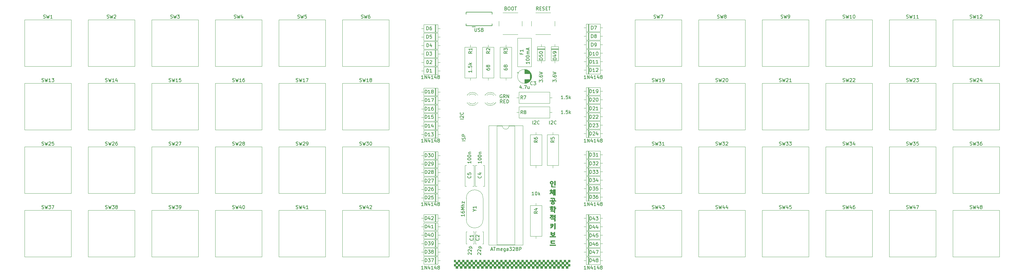
<source format=gto>
G04 #@! TF.GenerationSoftware,KiCad,Pcbnew,(5.1.2)-1*
G04 #@! TF.CreationDate,2019-05-03T22:44:58-04:00*
G04 #@! TF.ProjectId,Ergonomic_Ortholinear_Keyboard,4572676f-6e6f-46d6-9963-5f4f7274686f,rev?*
G04 #@! TF.SameCoordinates,Original*
G04 #@! TF.FileFunction,Legend,Top*
G04 #@! TF.FilePolarity,Positive*
%FSLAX46Y46*%
G04 Gerber Fmt 4.6, Leading zero omitted, Abs format (unit mm)*
G04 Created by KiCad (PCBNEW (5.1.2)-1) date 2019-05-03 22:44:58*
%MOMM*%
%LPD*%
G04 APERTURE LIST*
%ADD10C,0.010000*%
%ADD11C,0.120000*%
%ADD12C,0.150000*%
G04 APERTURE END LIST*
D10*
G36*
X185455575Y-78658940D02*
G01*
X185498334Y-78666673D01*
X185541533Y-78682643D01*
X185591729Y-78706439D01*
X185704381Y-78777200D01*
X185787529Y-78864376D01*
X185841570Y-78968665D01*
X185866903Y-79090769D01*
X185867549Y-79190768D01*
X185857792Y-79276108D01*
X185838815Y-79342245D01*
X185814994Y-79389998D01*
X185736659Y-79491864D01*
X185637316Y-79568551D01*
X185520020Y-79618708D01*
X185387826Y-79640985D01*
X185258125Y-79636015D01*
X185129682Y-79604754D01*
X185021657Y-79546505D01*
X184933574Y-79460932D01*
X184873187Y-79364790D01*
X184831509Y-79246189D01*
X184821373Y-79125786D01*
X184823436Y-79113530D01*
X185118024Y-79113530D01*
X185120474Y-79195925D01*
X185152960Y-79274555D01*
X185203203Y-79332736D01*
X185252431Y-79368452D01*
X185302051Y-79383235D01*
X185339301Y-79385106D01*
X185399708Y-79379012D01*
X185455327Y-79363853D01*
X185467042Y-79358583D01*
X185510155Y-79321616D01*
X185548608Y-79263918D01*
X185575179Y-79198525D01*
X185583032Y-79149152D01*
X185571550Y-79090080D01*
X185541451Y-79025258D01*
X185500652Y-78968921D01*
X185466851Y-78940236D01*
X185417496Y-78921546D01*
X185356248Y-78911536D01*
X185340081Y-78910973D01*
X185281015Y-78916699D01*
X185234045Y-78938776D01*
X185203230Y-78963320D01*
X185145609Y-79033839D01*
X185118024Y-79113530D01*
X184823436Y-79113530D01*
X184841121Y-79008469D01*
X184889096Y-78899126D01*
X184963639Y-78802644D01*
X185063093Y-78723912D01*
X185097021Y-78704753D01*
X185148201Y-78683756D01*
X185210679Y-78670124D01*
X185294172Y-78661968D01*
X185325739Y-78660260D01*
X185401847Y-78657463D01*
X185455575Y-78658940D01*
X185455575Y-78658940D01*
G37*
X185455575Y-78658940D02*
X185498334Y-78666673D01*
X185541533Y-78682643D01*
X185591729Y-78706439D01*
X185704381Y-78777200D01*
X185787529Y-78864376D01*
X185841570Y-78968665D01*
X185866903Y-79090769D01*
X185867549Y-79190768D01*
X185857792Y-79276108D01*
X185838815Y-79342245D01*
X185814994Y-79389998D01*
X185736659Y-79491864D01*
X185637316Y-79568551D01*
X185520020Y-79618708D01*
X185387826Y-79640985D01*
X185258125Y-79636015D01*
X185129682Y-79604754D01*
X185021657Y-79546505D01*
X184933574Y-79460932D01*
X184873187Y-79364790D01*
X184831509Y-79246189D01*
X184821373Y-79125786D01*
X184823436Y-79113530D01*
X185118024Y-79113530D01*
X185120474Y-79195925D01*
X185152960Y-79274555D01*
X185203203Y-79332736D01*
X185252431Y-79368452D01*
X185302051Y-79383235D01*
X185339301Y-79385106D01*
X185399708Y-79379012D01*
X185455327Y-79363853D01*
X185467042Y-79358583D01*
X185510155Y-79321616D01*
X185548608Y-79263918D01*
X185575179Y-79198525D01*
X185583032Y-79149152D01*
X185571550Y-79090080D01*
X185541451Y-79025258D01*
X185500652Y-78968921D01*
X185466851Y-78940236D01*
X185417496Y-78921546D01*
X185356248Y-78911536D01*
X185340081Y-78910973D01*
X185281015Y-78916699D01*
X185234045Y-78938776D01*
X185203230Y-78963320D01*
X185145609Y-79033839D01*
X185118024Y-79113530D01*
X184823436Y-79113530D01*
X184841121Y-79008469D01*
X184889096Y-78899126D01*
X184963639Y-78802644D01*
X185063093Y-78723912D01*
X185097021Y-78704753D01*
X185148201Y-78683756D01*
X185210679Y-78670124D01*
X185294172Y-78661968D01*
X185325739Y-78660260D01*
X185401847Y-78657463D01*
X185455575Y-78658940D01*
G36*
X186463937Y-79263186D02*
G01*
X186463646Y-79442876D01*
X186462725Y-79590951D01*
X186461109Y-79709661D01*
X186458729Y-79801251D01*
X186455519Y-79867971D01*
X186451410Y-79912068D01*
X186446335Y-79935790D01*
X186443618Y-79940520D01*
X186415847Y-79951604D01*
X186364074Y-79958837D01*
X186311537Y-79960839D01*
X186247539Y-79957806D01*
X186199658Y-79949708D01*
X186179457Y-79940520D01*
X186173909Y-79925536D01*
X186169358Y-79891227D01*
X186165736Y-79835343D01*
X186162977Y-79755638D01*
X186161013Y-79649863D01*
X186159776Y-79515770D01*
X186159200Y-79351112D01*
X186159137Y-79263186D01*
X186159137Y-78606173D01*
X186463937Y-78606173D01*
X186463937Y-79263186D01*
X186463937Y-79263186D01*
G37*
X186463937Y-79263186D02*
X186463646Y-79442876D01*
X186462725Y-79590951D01*
X186461109Y-79709661D01*
X186458729Y-79801251D01*
X186455519Y-79867971D01*
X186451410Y-79912068D01*
X186446335Y-79935790D01*
X186443618Y-79940520D01*
X186415847Y-79951604D01*
X186364074Y-79958837D01*
X186311537Y-79960839D01*
X186247539Y-79957806D01*
X186199658Y-79949708D01*
X186179457Y-79940520D01*
X186173909Y-79925536D01*
X186169358Y-79891227D01*
X186165736Y-79835343D01*
X186162977Y-79755638D01*
X186161013Y-79649863D01*
X186159776Y-79515770D01*
X186159200Y-79351112D01*
X186159137Y-79263186D01*
X186159137Y-78606173D01*
X186463937Y-78606173D01*
X186463937Y-79263186D01*
G36*
X185515671Y-80053973D02*
G01*
X185515966Y-80137892D01*
X185516776Y-80208462D01*
X185517985Y-80259395D01*
X185519480Y-80284401D01*
X185519904Y-80285882D01*
X185537246Y-80287049D01*
X185584154Y-80288712D01*
X185656332Y-80290760D01*
X185749485Y-80293079D01*
X185859318Y-80295559D01*
X185981536Y-80298088D01*
X186006737Y-80298582D01*
X186489337Y-80307973D01*
X186494345Y-80422273D01*
X186499352Y-80536573D01*
X185960945Y-80536058D01*
X185781269Y-80535270D01*
X185635328Y-80533282D01*
X185523009Y-80530088D01*
X185444201Y-80525685D01*
X185398793Y-80520070D01*
X185388671Y-80516858D01*
X185332199Y-80476404D01*
X185277000Y-80422165D01*
X185237004Y-80367992D01*
X185234759Y-80363847D01*
X185224144Y-80331513D01*
X185216866Y-80279124D01*
X185212574Y-80202389D01*
X185210917Y-80097020D01*
X185210871Y-80071747D01*
X185210871Y-79825373D01*
X185515671Y-79825373D01*
X185515671Y-80053973D01*
X185515671Y-80053973D01*
G37*
X185515671Y-80053973D02*
X185515966Y-80137892D01*
X185516776Y-80208462D01*
X185517985Y-80259395D01*
X185519480Y-80284401D01*
X185519904Y-80285882D01*
X185537246Y-80287049D01*
X185584154Y-80288712D01*
X185656332Y-80290760D01*
X185749485Y-80293079D01*
X185859318Y-80295559D01*
X185981536Y-80298088D01*
X186006737Y-80298582D01*
X186489337Y-80307973D01*
X186494345Y-80422273D01*
X186499352Y-80536573D01*
X185960945Y-80536058D01*
X185781269Y-80535270D01*
X185635328Y-80533282D01*
X185523009Y-80530088D01*
X185444201Y-80525685D01*
X185398793Y-80520070D01*
X185388671Y-80516858D01*
X185332199Y-80476404D01*
X185277000Y-80422165D01*
X185237004Y-80367992D01*
X185234759Y-80363847D01*
X185224144Y-80331513D01*
X185216866Y-80279124D01*
X185212574Y-80202389D01*
X185210917Y-80097020D01*
X185210871Y-80071747D01*
X185210871Y-79825373D01*
X185515671Y-79825373D01*
X185515671Y-80053973D01*
G36*
X185380204Y-81432769D02*
G01*
X185536837Y-81437637D01*
X185693471Y-81442506D01*
X185698611Y-81552137D01*
X185699087Y-81617985D01*
X185689539Y-81661705D01*
X185664526Y-81687765D01*
X185618608Y-81700629D01*
X185546348Y-81704762D01*
X185512434Y-81704973D01*
X185450359Y-81706549D01*
X185403917Y-81710729D01*
X185381219Y-81716693D01*
X185380204Y-81718348D01*
X185385863Y-81754750D01*
X185400529Y-81811453D01*
X185420731Y-81877274D01*
X185443000Y-81941028D01*
X185463868Y-81991531D01*
X185466822Y-81997589D01*
X185492499Y-82042001D01*
X185532435Y-82103602D01*
X185580236Y-82172743D01*
X185610836Y-82214919D01*
X185655430Y-82278094D01*
X185691069Y-82334213D01*
X185713424Y-82376111D01*
X185718871Y-82393785D01*
X185705544Y-82430330D01*
X185671734Y-82470917D01*
X185626700Y-82508293D01*
X185579701Y-82535202D01*
X185539994Y-82544388D01*
X185529598Y-82542102D01*
X185503089Y-82520964D01*
X185464001Y-82477528D01*
X185417415Y-82418390D01*
X185368415Y-82350147D01*
X185322084Y-82279397D01*
X185303665Y-82248852D01*
X185240512Y-82140799D01*
X185190847Y-82233357D01*
X185149720Y-82303383D01*
X185101368Y-82375545D01*
X185050580Y-82443789D01*
X185002144Y-82502059D01*
X184960848Y-82544300D01*
X184931482Y-82564457D01*
X184928430Y-82565197D01*
X184895882Y-82558185D01*
X184849912Y-82534476D01*
X184819612Y-82513641D01*
X184776903Y-82475514D01*
X184747556Y-82438774D01*
X184739929Y-82420690D01*
X184748740Y-82383651D01*
X184781562Y-82329082D01*
X184810548Y-82291208D01*
X184889352Y-82184857D01*
X184958275Y-82073226D01*
X185014101Y-81962960D01*
X185053614Y-81860700D01*
X185073598Y-81773088D01*
X185075404Y-81744233D01*
X185073812Y-81725639D01*
X185064695Y-81714093D01*
X185041546Y-81707918D01*
X184997856Y-81705437D01*
X184927115Y-81704973D01*
X184770604Y-81704973D01*
X184770604Y-81434040D01*
X185075404Y-81434040D01*
X185075404Y-81163106D01*
X185380204Y-81163106D01*
X185380204Y-81432769D01*
X185380204Y-81432769D01*
G37*
X185380204Y-81432769D02*
X185536837Y-81437637D01*
X185693471Y-81442506D01*
X185698611Y-81552137D01*
X185699087Y-81617985D01*
X185689539Y-81661705D01*
X185664526Y-81687765D01*
X185618608Y-81700629D01*
X185546348Y-81704762D01*
X185512434Y-81704973D01*
X185450359Y-81706549D01*
X185403917Y-81710729D01*
X185381219Y-81716693D01*
X185380204Y-81718348D01*
X185385863Y-81754750D01*
X185400529Y-81811453D01*
X185420731Y-81877274D01*
X185443000Y-81941028D01*
X185463868Y-81991531D01*
X185466822Y-81997589D01*
X185492499Y-82042001D01*
X185532435Y-82103602D01*
X185580236Y-82172743D01*
X185610836Y-82214919D01*
X185655430Y-82278094D01*
X185691069Y-82334213D01*
X185713424Y-82376111D01*
X185718871Y-82393785D01*
X185705544Y-82430330D01*
X185671734Y-82470917D01*
X185626700Y-82508293D01*
X185579701Y-82535202D01*
X185539994Y-82544388D01*
X185529598Y-82542102D01*
X185503089Y-82520964D01*
X185464001Y-82477528D01*
X185417415Y-82418390D01*
X185368415Y-82350147D01*
X185322084Y-82279397D01*
X185303665Y-82248852D01*
X185240512Y-82140799D01*
X185190847Y-82233357D01*
X185149720Y-82303383D01*
X185101368Y-82375545D01*
X185050580Y-82443789D01*
X185002144Y-82502059D01*
X184960848Y-82544300D01*
X184931482Y-82564457D01*
X184928430Y-82565197D01*
X184895882Y-82558185D01*
X184849912Y-82534476D01*
X184819612Y-82513641D01*
X184776903Y-82475514D01*
X184747556Y-82438774D01*
X184739929Y-82420690D01*
X184748740Y-82383651D01*
X184781562Y-82329082D01*
X184810548Y-82291208D01*
X184889352Y-82184857D01*
X184958275Y-82073226D01*
X185014101Y-81962960D01*
X185053614Y-81860700D01*
X185073598Y-81773088D01*
X185075404Y-81744233D01*
X185073812Y-81725639D01*
X185064695Y-81714093D01*
X185041546Y-81707918D01*
X184997856Y-81705437D01*
X184927115Y-81704973D01*
X184770604Y-81704973D01*
X184770604Y-81434040D01*
X185075404Y-81434040D01*
X185075404Y-81163106D01*
X185380204Y-81163106D01*
X185380204Y-81432769D01*
G36*
X186108337Y-82042430D02*
G01*
X186108244Y-82237627D01*
X186107907Y-82401711D01*
X186107244Y-82537435D01*
X186106174Y-82647554D01*
X186104614Y-82734820D01*
X186102481Y-82801987D01*
X186099693Y-82851808D01*
X186096168Y-82887037D01*
X186091823Y-82910427D01*
X186086575Y-82924733D01*
X186081728Y-82931430D01*
X186049443Y-82946484D01*
X185996483Y-82955623D01*
X185934944Y-82958549D01*
X185876925Y-82954970D01*
X185834521Y-82944588D01*
X185823857Y-82937720D01*
X185816851Y-82919468D01*
X185811452Y-82878765D01*
X185807546Y-82813141D01*
X185805015Y-82720126D01*
X185803744Y-82597248D01*
X185803537Y-82505920D01*
X185803537Y-82094440D01*
X185549537Y-82094440D01*
X185549537Y-81823506D01*
X185803537Y-81823506D01*
X185803537Y-81180040D01*
X186108337Y-81180040D01*
X186108337Y-82042430D01*
X186108337Y-82042430D01*
G37*
X186108337Y-82042430D02*
X186108244Y-82237627D01*
X186107907Y-82401711D01*
X186107244Y-82537435D01*
X186106174Y-82647554D01*
X186104614Y-82734820D01*
X186102481Y-82801987D01*
X186099693Y-82851808D01*
X186096168Y-82887037D01*
X186091823Y-82910427D01*
X186086575Y-82924733D01*
X186081728Y-82931430D01*
X186049443Y-82946484D01*
X185996483Y-82955623D01*
X185934944Y-82958549D01*
X185876925Y-82954970D01*
X185834521Y-82944588D01*
X185823857Y-82937720D01*
X185816851Y-82919468D01*
X185811452Y-82878765D01*
X185807546Y-82813141D01*
X185805015Y-82720126D01*
X185803744Y-82597248D01*
X185803537Y-82505920D01*
X185803537Y-82094440D01*
X185549537Y-82094440D01*
X185549537Y-81823506D01*
X185803537Y-81823506D01*
X185803537Y-81180040D01*
X186108337Y-81180040D01*
X186108337Y-82042430D01*
G36*
X186510653Y-82064806D02*
G01*
X186506271Y-82966506D01*
X186378510Y-82971389D01*
X186315592Y-82972257D01*
X186266408Y-82970074D01*
X186240245Y-82965311D01*
X186238810Y-82964334D01*
X186236531Y-82945594D01*
X186234395Y-82896162D01*
X186232443Y-82819212D01*
X186230717Y-82717921D01*
X186229260Y-82595461D01*
X186228112Y-82455008D01*
X186227316Y-82299737D01*
X186226913Y-82132821D01*
X186226871Y-82057751D01*
X186226871Y-81163106D01*
X186515034Y-81163106D01*
X186510653Y-82064806D01*
X186510653Y-82064806D01*
G37*
X186510653Y-82064806D02*
X186506271Y-82966506D01*
X186378510Y-82971389D01*
X186315592Y-82972257D01*
X186266408Y-82970074D01*
X186240245Y-82965311D01*
X186238810Y-82964334D01*
X186236531Y-82945594D01*
X186234395Y-82896162D01*
X186232443Y-82819212D01*
X186230717Y-82717921D01*
X186229260Y-82595461D01*
X186228112Y-82455008D01*
X186227316Y-82299737D01*
X186226913Y-82132821D01*
X186226871Y-82057751D01*
X186226871Y-81163106D01*
X186515034Y-81163106D01*
X186510653Y-82064806D01*
G36*
X185739332Y-83703398D02*
G01*
X185863974Y-83704369D01*
X185961587Y-83706163D01*
X186035587Y-83708921D01*
X186089393Y-83712787D01*
X186126420Y-83717903D01*
X186150086Y-83724412D01*
X186155745Y-83726994D01*
X186211496Y-83766773D01*
X186266963Y-83823002D01*
X186308003Y-83881232D01*
X186309468Y-83884026D01*
X186316369Y-83913281D01*
X186321801Y-83966379D01*
X186325681Y-84035742D01*
X186327926Y-84113791D01*
X186328453Y-84192946D01*
X186327180Y-84265629D01*
X186324022Y-84324262D01*
X186318896Y-84361264D01*
X186314798Y-84369958D01*
X186285971Y-84378189D01*
X186236531Y-84384793D01*
X186179724Y-84388786D01*
X186128798Y-84389185D01*
X186099871Y-84385920D01*
X186068323Y-84374998D01*
X186046902Y-84358303D01*
X186033668Y-84329830D01*
X186026684Y-84283574D01*
X186024013Y-84213527D01*
X186023671Y-84149766D01*
X186023671Y-83957106D01*
X185058471Y-83957106D01*
X185058471Y-83703106D01*
X185584245Y-83703106D01*
X185739332Y-83703398D01*
X185739332Y-83703398D01*
G37*
X185739332Y-83703398D02*
X185863974Y-83704369D01*
X185961587Y-83706163D01*
X186035587Y-83708921D01*
X186089393Y-83712787D01*
X186126420Y-83717903D01*
X186150086Y-83724412D01*
X186155745Y-83726994D01*
X186211496Y-83766773D01*
X186266963Y-83823002D01*
X186308003Y-83881232D01*
X186309468Y-83884026D01*
X186316369Y-83913281D01*
X186321801Y-83966379D01*
X186325681Y-84035742D01*
X186327926Y-84113791D01*
X186328453Y-84192946D01*
X186327180Y-84265629D01*
X186324022Y-84324262D01*
X186318896Y-84361264D01*
X186314798Y-84369958D01*
X186285971Y-84378189D01*
X186236531Y-84384793D01*
X186179724Y-84388786D01*
X186128798Y-84389185D01*
X186099871Y-84385920D01*
X186068323Y-84374998D01*
X186046902Y-84358303D01*
X186033668Y-84329830D01*
X186026684Y-84283574D01*
X186024013Y-84213527D01*
X186023671Y-84149766D01*
X186023671Y-83957106D01*
X185058471Y-83957106D01*
X185058471Y-83703106D01*
X185584245Y-83703106D01*
X185739332Y-83703398D01*
G36*
X185701937Y-84498420D02*
G01*
X186154904Y-84502930D01*
X186607871Y-84507439D01*
X186612952Y-84604903D01*
X186614671Y-84660438D01*
X186610247Y-84691840D01*
X186596383Y-84708721D01*
X186573750Y-84719203D01*
X186546347Y-84723096D01*
X186487005Y-84726547D01*
X186397645Y-84729520D01*
X186280194Y-84731980D01*
X186136573Y-84733891D01*
X185968708Y-84735219D01*
X185778522Y-84735927D01*
X185658502Y-84736039D01*
X184787538Y-84736039D01*
X184787538Y-84498973D01*
X185397137Y-84498973D01*
X185397137Y-84194173D01*
X185701937Y-84194173D01*
X185701937Y-84498420D01*
X185701937Y-84498420D01*
G37*
X185701937Y-84498420D02*
X186154904Y-84502930D01*
X186607871Y-84507439D01*
X186612952Y-84604903D01*
X186614671Y-84660438D01*
X186610247Y-84691840D01*
X186596383Y-84708721D01*
X186573750Y-84719203D01*
X186546347Y-84723096D01*
X186487005Y-84726547D01*
X186397645Y-84729520D01*
X186280194Y-84731980D01*
X186136573Y-84733891D01*
X185968708Y-84735219D01*
X185778522Y-84735927D01*
X185658502Y-84736039D01*
X184787538Y-84736039D01*
X184787538Y-84498973D01*
X185397137Y-84498973D01*
X185397137Y-84194173D01*
X185701937Y-84194173D01*
X185701937Y-84498420D01*
G36*
X185700517Y-84839470D02*
G01*
X185726980Y-84840367D01*
X185810020Y-84844396D01*
X185870335Y-84850895D01*
X185919064Y-84862373D01*
X185967347Y-84881342D01*
X186017619Y-84905871D01*
X186120050Y-84973305D01*
X186194630Y-85055188D01*
X186240233Y-85147809D01*
X186255732Y-85247460D01*
X186240001Y-85350429D01*
X186191914Y-85453007D01*
X186186328Y-85461546D01*
X186143794Y-85514397D01*
X186089853Y-85557978D01*
X186016996Y-85599459D01*
X185963220Y-85625777D01*
X185919127Y-85643105D01*
X185874695Y-85653523D01*
X185819902Y-85659107D01*
X185744727Y-85661935D01*
X185712196Y-85662649D01*
X185619589Y-85663253D01*
X185550478Y-85659913D01*
X185494612Y-85651490D01*
X185441737Y-85636845D01*
X185423445Y-85630539D01*
X185318938Y-85578108D01*
X185242818Y-85514666D01*
X185173539Y-85424949D01*
X185135153Y-85328945D01*
X185126369Y-85230914D01*
X185126562Y-85229963D01*
X185436255Y-85229963D01*
X185439272Y-85289791D01*
X185474727Y-85347097D01*
X185538814Y-85397827D01*
X185597123Y-85419486D01*
X185672852Y-85429608D01*
X185751424Y-85427760D01*
X185818264Y-85413505D01*
X185834052Y-85406640D01*
X185901576Y-85357738D01*
X185938685Y-85297469D01*
X185945777Y-85252506D01*
X185930382Y-85185341D01*
X185886727Y-85131777D01*
X185818607Y-85094490D01*
X185729817Y-85076153D01*
X185693471Y-85074706D01*
X185596115Y-85085286D01*
X185520450Y-85118512D01*
X185466366Y-85169785D01*
X185436255Y-85229963D01*
X185126562Y-85229963D01*
X185145895Y-85135112D01*
X185192441Y-85045797D01*
X185264717Y-84967226D01*
X185361430Y-84903658D01*
X185437653Y-84872111D01*
X185499238Y-84853717D01*
X185555644Y-84843016D01*
X185618771Y-84838702D01*
X185700517Y-84839470D01*
X185700517Y-84839470D01*
G37*
X185700517Y-84839470D02*
X185726980Y-84840367D01*
X185810020Y-84844396D01*
X185870335Y-84850895D01*
X185919064Y-84862373D01*
X185967347Y-84881342D01*
X186017619Y-84905871D01*
X186120050Y-84973305D01*
X186194630Y-85055188D01*
X186240233Y-85147809D01*
X186255732Y-85247460D01*
X186240001Y-85350429D01*
X186191914Y-85453007D01*
X186186328Y-85461546D01*
X186143794Y-85514397D01*
X186089853Y-85557978D01*
X186016996Y-85599459D01*
X185963220Y-85625777D01*
X185919127Y-85643105D01*
X185874695Y-85653523D01*
X185819902Y-85659107D01*
X185744727Y-85661935D01*
X185712196Y-85662649D01*
X185619589Y-85663253D01*
X185550478Y-85659913D01*
X185494612Y-85651490D01*
X185441737Y-85636845D01*
X185423445Y-85630539D01*
X185318938Y-85578108D01*
X185242818Y-85514666D01*
X185173539Y-85424949D01*
X185135153Y-85328945D01*
X185126369Y-85230914D01*
X185126562Y-85229963D01*
X185436255Y-85229963D01*
X185439272Y-85289791D01*
X185474727Y-85347097D01*
X185538814Y-85397827D01*
X185597123Y-85419486D01*
X185672852Y-85429608D01*
X185751424Y-85427760D01*
X185818264Y-85413505D01*
X185834052Y-85406640D01*
X185901576Y-85357738D01*
X185938685Y-85297469D01*
X185945777Y-85252506D01*
X185930382Y-85185341D01*
X185886727Y-85131777D01*
X185818607Y-85094490D01*
X185729817Y-85076153D01*
X185693471Y-85074706D01*
X185596115Y-85085286D01*
X185520450Y-85118512D01*
X185466366Y-85169785D01*
X185436255Y-85229963D01*
X185126562Y-85229963D01*
X185145895Y-85135112D01*
X185192441Y-85045797D01*
X185264717Y-84967226D01*
X185361430Y-84903658D01*
X185437653Y-84872111D01*
X185499238Y-84853717D01*
X185555644Y-84843016D01*
X185618771Y-84838702D01*
X185700517Y-84839470D01*
G36*
X185515671Y-86378573D02*
G01*
X185921426Y-86378573D01*
X185932281Y-86421825D01*
X185936604Y-86464791D01*
X185933907Y-86517588D01*
X185925769Y-86565965D01*
X185913767Y-86595674D01*
X185912938Y-86596571D01*
X185894041Y-86599281D01*
X185845363Y-86602035D01*
X185770987Y-86604721D01*
X185674999Y-86607224D01*
X185561482Y-86609433D01*
X185434523Y-86611233D01*
X185353414Y-86612072D01*
X184804471Y-86616971D01*
X184804471Y-86378573D01*
X185210871Y-86378573D01*
X185210871Y-86192306D01*
X185515671Y-86192306D01*
X185515671Y-86378573D01*
X185515671Y-86378573D01*
G37*
X185515671Y-86378573D02*
X185921426Y-86378573D01*
X185932281Y-86421825D01*
X185936604Y-86464791D01*
X185933907Y-86517588D01*
X185925769Y-86565965D01*
X185913767Y-86595674D01*
X185912938Y-86596571D01*
X185894041Y-86599281D01*
X185845363Y-86602035D01*
X185770987Y-86604721D01*
X185674999Y-86607224D01*
X185561482Y-86609433D01*
X185434523Y-86611233D01*
X185353414Y-86612072D01*
X184804471Y-86616971D01*
X184804471Y-86378573D01*
X185210871Y-86378573D01*
X185210871Y-86192306D01*
X185515671Y-86192306D01*
X185515671Y-86378573D01*
G36*
X185480636Y-86671626D02*
G01*
X185534278Y-86682932D01*
X185560444Y-86691871D01*
X185660060Y-86744706D01*
X185737609Y-86816052D01*
X185790605Y-86900995D01*
X185816563Y-86994623D01*
X185812994Y-87092022D01*
X185794173Y-87153817D01*
X185737801Y-87246951D01*
X185656873Y-87318883D01*
X185554180Y-87368382D01*
X185432515Y-87394221D01*
X185294671Y-87395168D01*
X185255269Y-87391027D01*
X185139147Y-87361420D01*
X185041177Y-87305801D01*
X184965271Y-87226509D01*
X184955557Y-87211974D01*
X184913971Y-87117265D01*
X184903749Y-87023866D01*
X185197613Y-87023866D01*
X185200563Y-87044329D01*
X185226236Y-87105612D01*
X185275445Y-87143093D01*
X185348981Y-87157333D01*
X185359822Y-87157506D01*
X185424449Y-87150349D01*
X185470193Y-87126271D01*
X185476479Y-87120688D01*
X185509039Y-87069293D01*
X185512955Y-87010100D01*
X185488085Y-86953601D01*
X185478852Y-86942698D01*
X185428287Y-86911283D01*
X185363468Y-86900604D01*
X185296751Y-86910445D01*
X185240491Y-86940593D01*
X185233609Y-86946962D01*
X185203828Y-86985054D01*
X185197613Y-87023866D01*
X184903749Y-87023866D01*
X184903147Y-87018369D01*
X184921514Y-86921173D01*
X184967498Y-86831565D01*
X185039530Y-86755431D01*
X185085953Y-86723591D01*
X185131033Y-86699887D01*
X185175196Y-86684726D01*
X185229212Y-86675661D01*
X185303849Y-86670243D01*
X185324993Y-86669258D01*
X185414347Y-86667401D01*
X185480636Y-86671626D01*
X185480636Y-86671626D01*
G37*
X185480636Y-86671626D02*
X185534278Y-86682932D01*
X185560444Y-86691871D01*
X185660060Y-86744706D01*
X185737609Y-86816052D01*
X185790605Y-86900995D01*
X185816563Y-86994623D01*
X185812994Y-87092022D01*
X185794173Y-87153817D01*
X185737801Y-87246951D01*
X185656873Y-87318883D01*
X185554180Y-87368382D01*
X185432515Y-87394221D01*
X185294671Y-87395168D01*
X185255269Y-87391027D01*
X185139147Y-87361420D01*
X185041177Y-87305801D01*
X184965271Y-87226509D01*
X184955557Y-87211974D01*
X184913971Y-87117265D01*
X184903749Y-87023866D01*
X185197613Y-87023866D01*
X185200563Y-87044329D01*
X185226236Y-87105612D01*
X185275445Y-87143093D01*
X185348981Y-87157333D01*
X185359822Y-87157506D01*
X185424449Y-87150349D01*
X185470193Y-87126271D01*
X185476479Y-87120688D01*
X185509039Y-87069293D01*
X185512955Y-87010100D01*
X185488085Y-86953601D01*
X185478852Y-86942698D01*
X185428287Y-86911283D01*
X185363468Y-86900604D01*
X185296751Y-86910445D01*
X185240491Y-86940593D01*
X185233609Y-86946962D01*
X185203828Y-86985054D01*
X185197613Y-87023866D01*
X184903749Y-87023866D01*
X184903147Y-87018369D01*
X184921514Y-86921173D01*
X184967498Y-86831565D01*
X185039530Y-86755431D01*
X185085953Y-86723591D01*
X185131033Y-86699887D01*
X185175196Y-86684726D01*
X185229212Y-86675661D01*
X185303849Y-86670243D01*
X185324993Y-86669258D01*
X185414347Y-86667401D01*
X185480636Y-86671626D01*
G36*
X186362337Y-86700306D02*
G01*
X186684071Y-86700306D01*
X186684071Y-86954306D01*
X186362337Y-86954306D01*
X186362337Y-87173844D01*
X186361922Y-87264478D01*
X186360139Y-87327090D01*
X186356180Y-87367519D01*
X186349239Y-87391607D01*
X186338510Y-87405192D01*
X186329584Y-87410910D01*
X186291888Y-87421036D01*
X186235202Y-87426195D01*
X186174084Y-87426045D01*
X186123094Y-87420246D01*
X186108337Y-87416097D01*
X186077880Y-87396328D01*
X186070497Y-87387800D01*
X186067534Y-87366976D01*
X186064809Y-87316359D01*
X186062408Y-87240023D01*
X186060420Y-87142042D01*
X186058932Y-87026489D01*
X186058032Y-86897438D01*
X186057797Y-86797673D01*
X186057537Y-86226173D01*
X186362337Y-86226173D01*
X186362337Y-86700306D01*
X186362337Y-86700306D01*
G37*
X186362337Y-86700306D02*
X186684071Y-86700306D01*
X186684071Y-86954306D01*
X186362337Y-86954306D01*
X186362337Y-87173844D01*
X186361922Y-87264478D01*
X186360139Y-87327090D01*
X186356180Y-87367519D01*
X186349239Y-87391607D01*
X186338510Y-87405192D01*
X186329584Y-87410910D01*
X186291888Y-87421036D01*
X186235202Y-87426195D01*
X186174084Y-87426045D01*
X186123094Y-87420246D01*
X186108337Y-87416097D01*
X186077880Y-87396328D01*
X186070497Y-87387800D01*
X186067534Y-87366976D01*
X186064809Y-87316359D01*
X186062408Y-87240023D01*
X186060420Y-87142042D01*
X186058932Y-87026489D01*
X186058032Y-86897438D01*
X186057797Y-86797673D01*
X186057537Y-86226173D01*
X186362337Y-86226173D01*
X186362337Y-86700306D01*
G36*
X185846525Y-87513165D02*
G01*
X185978083Y-87513457D01*
X186082388Y-87514154D01*
X186162749Y-87515428D01*
X186222473Y-87517451D01*
X186264868Y-87520395D01*
X186293240Y-87524432D01*
X186310897Y-87529734D01*
X186321146Y-87536473D01*
X186327295Y-87544821D01*
X186328267Y-87546593D01*
X186335059Y-87577601D01*
X186339703Y-87639323D01*
X186342076Y-87728666D01*
X186342055Y-87842538D01*
X186341563Y-87881026D01*
X186336937Y-88181973D01*
X186200689Y-88186835D01*
X186135671Y-88187718D01*
X186084230Y-88185735D01*
X186055295Y-88181314D01*
X186052522Y-88179780D01*
X186047863Y-88159082D01*
X186044057Y-88111643D01*
X186041505Y-88044585D01*
X186040604Y-87967484D01*
X186040604Y-87767106D01*
X185058471Y-87767106D01*
X185058471Y-87513106D01*
X185684408Y-87513106D01*
X185846525Y-87513165D01*
X185846525Y-87513165D01*
G37*
X185846525Y-87513165D02*
X185978083Y-87513457D01*
X186082388Y-87514154D01*
X186162749Y-87515428D01*
X186222473Y-87517451D01*
X186264868Y-87520395D01*
X186293240Y-87524432D01*
X186310897Y-87529734D01*
X186321146Y-87536473D01*
X186327295Y-87544821D01*
X186328267Y-87546593D01*
X186335059Y-87577601D01*
X186339703Y-87639323D01*
X186342076Y-87728666D01*
X186342055Y-87842538D01*
X186341563Y-87881026D01*
X186336937Y-88181973D01*
X186200689Y-88186835D01*
X186135671Y-88187718D01*
X186084230Y-88185735D01*
X186055295Y-88181314D01*
X186052522Y-88179780D01*
X186047863Y-88159082D01*
X186044057Y-88111643D01*
X186041505Y-88044585D01*
X186040604Y-87967484D01*
X186040604Y-87767106D01*
X185058471Y-87767106D01*
X185058471Y-87513106D01*
X185684408Y-87513106D01*
X185846525Y-87513165D01*
G36*
X185856718Y-88888940D02*
G01*
X185859519Y-88947609D01*
X185857627Y-88997278D01*
X185851221Y-89028323D01*
X185835362Y-89049209D01*
X185804369Y-89061905D01*
X185752562Y-89068382D01*
X185674260Y-89070609D01*
X185645763Y-89070742D01*
X185579695Y-89071308D01*
X185541133Y-89074065D01*
X185523716Y-89081030D01*
X185521082Y-89094220D01*
X185524880Y-89109073D01*
X185571842Y-89217346D01*
X185647858Y-89324694D01*
X185754684Y-89433358D01*
X185826743Y-89494125D01*
X185873774Y-89535138D01*
X185907831Y-89571526D01*
X185922002Y-89595837D01*
X185922071Y-89596911D01*
X185909635Y-89631969D01*
X185878334Y-89675729D01*
X185837174Y-89718793D01*
X185795162Y-89751761D01*
X185761307Y-89765233D01*
X185760764Y-89765239D01*
X185724279Y-89753228D01*
X185672153Y-89720689D01*
X185610718Y-89672868D01*
X185546304Y-89615007D01*
X185485244Y-89552351D01*
X185442671Y-89501789D01*
X185372852Y-89411554D01*
X185344387Y-89454947D01*
X185307905Y-89502747D01*
X185256513Y-89559907D01*
X185195763Y-89621356D01*
X185131203Y-89682025D01*
X185068382Y-89736841D01*
X185012852Y-89780736D01*
X184970161Y-89808638D01*
X184949167Y-89816039D01*
X184921636Y-89806256D01*
X184885124Y-89782646D01*
X184884164Y-89781895D01*
X184841957Y-89740680D01*
X184806916Y-89692440D01*
X184784493Y-89646524D01*
X184780144Y-89612278D01*
X184782206Y-89607148D01*
X184800910Y-89585942D01*
X184838803Y-89549825D01*
X184888889Y-89505363D01*
X184908527Y-89488604D01*
X185009053Y-89396845D01*
X185085104Y-89310486D01*
X185143361Y-89221644D01*
X185157817Y-89194414D01*
X185183218Y-89141734D01*
X185193312Y-89106682D01*
X185184228Y-89085669D01*
X185152092Y-89075106D01*
X185093033Y-89071405D01*
X185024604Y-89070973D01*
X184855271Y-89070973D01*
X184855271Y-88833906D01*
X185850632Y-88833906D01*
X185856718Y-88888940D01*
X185856718Y-88888940D01*
G37*
X185856718Y-88888940D02*
X185859519Y-88947609D01*
X185857627Y-88997278D01*
X185851221Y-89028323D01*
X185835362Y-89049209D01*
X185804369Y-89061905D01*
X185752562Y-89068382D01*
X185674260Y-89070609D01*
X185645763Y-89070742D01*
X185579695Y-89071308D01*
X185541133Y-89074065D01*
X185523716Y-89081030D01*
X185521082Y-89094220D01*
X185524880Y-89109073D01*
X185571842Y-89217346D01*
X185647858Y-89324694D01*
X185754684Y-89433358D01*
X185826743Y-89494125D01*
X185873774Y-89535138D01*
X185907831Y-89571526D01*
X185922002Y-89595837D01*
X185922071Y-89596911D01*
X185909635Y-89631969D01*
X185878334Y-89675729D01*
X185837174Y-89718793D01*
X185795162Y-89751761D01*
X185761307Y-89765233D01*
X185760764Y-89765239D01*
X185724279Y-89753228D01*
X185672153Y-89720689D01*
X185610718Y-89672868D01*
X185546304Y-89615007D01*
X185485244Y-89552351D01*
X185442671Y-89501789D01*
X185372852Y-89411554D01*
X185344387Y-89454947D01*
X185307905Y-89502747D01*
X185256513Y-89559907D01*
X185195763Y-89621356D01*
X185131203Y-89682025D01*
X185068382Y-89736841D01*
X185012852Y-89780736D01*
X184970161Y-89808638D01*
X184949167Y-89816039D01*
X184921636Y-89806256D01*
X184885124Y-89782646D01*
X184884164Y-89781895D01*
X184841957Y-89740680D01*
X184806916Y-89692440D01*
X184784493Y-89646524D01*
X184780144Y-89612278D01*
X184782206Y-89607148D01*
X184800910Y-89585942D01*
X184838803Y-89549825D01*
X184888889Y-89505363D01*
X184908527Y-89488604D01*
X185009053Y-89396845D01*
X185085104Y-89310486D01*
X185143361Y-89221644D01*
X185157817Y-89194414D01*
X185183218Y-89141734D01*
X185193312Y-89106682D01*
X185184228Y-89085669D01*
X185152092Y-89075106D01*
X185093033Y-89071405D01*
X185024604Y-89070973D01*
X184855271Y-89070973D01*
X184855271Y-88833906D01*
X185850632Y-88833906D01*
X185856718Y-88888940D01*
G36*
X186463937Y-89287719D02*
G01*
X186463541Y-89447703D01*
X186462290Y-89576225D01*
X186460096Y-89675683D01*
X186456869Y-89748474D01*
X186452519Y-89796994D01*
X186446955Y-89823642D01*
X186443618Y-89829586D01*
X186415847Y-89840671D01*
X186364074Y-89847904D01*
X186311537Y-89849906D01*
X186247539Y-89846872D01*
X186199658Y-89838774D01*
X186179457Y-89829586D01*
X186169431Y-89802079D01*
X186162811Y-89742595D01*
X186159538Y-89650439D01*
X186159137Y-89592519D01*
X186159137Y-89375773D01*
X185803537Y-89375773D01*
X185803537Y-89121773D01*
X186159137Y-89121773D01*
X186159137Y-88766173D01*
X186463937Y-88766173D01*
X186463937Y-89287719D01*
X186463937Y-89287719D01*
G37*
X186463937Y-89287719D02*
X186463541Y-89447703D01*
X186462290Y-89576225D01*
X186460096Y-89675683D01*
X186456869Y-89748474D01*
X186452519Y-89796994D01*
X186446955Y-89823642D01*
X186443618Y-89829586D01*
X186415847Y-89840671D01*
X186364074Y-89847904D01*
X186311537Y-89849906D01*
X186247539Y-89846872D01*
X186199658Y-89838774D01*
X186179457Y-89829586D01*
X186169431Y-89802079D01*
X186162811Y-89742595D01*
X186159538Y-89650439D01*
X186159137Y-89592519D01*
X186159137Y-89375773D01*
X185803537Y-89375773D01*
X185803537Y-89121773D01*
X186159137Y-89121773D01*
X186159137Y-88766173D01*
X186463937Y-88766173D01*
X186463937Y-89287719D01*
G36*
X186420644Y-89972207D02*
G01*
X186430018Y-89991077D01*
X186436961Y-90020224D01*
X186441801Y-90064291D01*
X186444868Y-90127916D01*
X186446492Y-90215740D01*
X186447002Y-90332404D01*
X186447004Y-90343356D01*
X186446500Y-90447648D01*
X186445095Y-90541378D01*
X186442950Y-90618875D01*
X186440228Y-90674471D01*
X186437090Y-90702496D01*
X186436726Y-90703655D01*
X186424098Y-90717824D01*
X186395224Y-90726144D01*
X186343455Y-90729876D01*
X186295615Y-90730439D01*
X186231996Y-90729071D01*
X186182187Y-90725448D01*
X186155308Y-90720294D01*
X186153493Y-90719151D01*
X186149587Y-90699126D01*
X186146267Y-90651365D01*
X186143788Y-90581999D01*
X186142405Y-90497155D01*
X186142204Y-90448217D01*
X186142204Y-90188573D01*
X185160071Y-90188573D01*
X185160071Y-89934573D01*
X186394284Y-89934573D01*
X186420644Y-89972207D01*
X186420644Y-89972207D01*
G37*
X186420644Y-89972207D02*
X186430018Y-89991077D01*
X186436961Y-90020224D01*
X186441801Y-90064291D01*
X186444868Y-90127916D01*
X186446492Y-90215740D01*
X186447002Y-90332404D01*
X186447004Y-90343356D01*
X186446500Y-90447648D01*
X186445095Y-90541378D01*
X186442950Y-90618875D01*
X186440228Y-90674471D01*
X186437090Y-90702496D01*
X186436726Y-90703655D01*
X186424098Y-90717824D01*
X186395224Y-90726144D01*
X186343455Y-90729876D01*
X186295615Y-90730439D01*
X186231996Y-90729071D01*
X186182187Y-90725448D01*
X186155308Y-90720294D01*
X186153493Y-90719151D01*
X186149587Y-90699126D01*
X186146267Y-90651365D01*
X186143788Y-90581999D01*
X186142405Y-90497155D01*
X186142204Y-90448217D01*
X186142204Y-90188573D01*
X185160071Y-90188573D01*
X185160071Y-89934573D01*
X186394284Y-89934573D01*
X186420644Y-89972207D01*
G36*
X185755312Y-91530539D02*
G01*
X185819091Y-91603664D01*
X185860064Y-91665204D01*
X185882400Y-91724050D01*
X185890270Y-91789093D01*
X185890312Y-91818352D01*
X185870044Y-91979034D01*
X185817059Y-92135834D01*
X185732420Y-92287291D01*
X185617189Y-92431943D01*
X185472430Y-92568330D01*
X185299206Y-92694991D01*
X185214792Y-92746943D01*
X185136179Y-92789246D01*
X185077626Y-92809907D01*
X185032876Y-92808607D01*
X184995678Y-92785024D01*
X184959777Y-92738839D01*
X184956498Y-92733724D01*
X184928339Y-92684625D01*
X184910035Y-92643699D01*
X184906071Y-92626840D01*
X184919949Y-92606355D01*
X184958669Y-92572269D01*
X185017861Y-92528116D01*
X185081475Y-92485003D01*
X185159390Y-92431599D01*
X185235634Y-92374916D01*
X185300587Y-92322344D01*
X185339072Y-92287087D01*
X185421264Y-92203639D01*
X184939937Y-92203639D01*
X184939937Y-91949639D01*
X185252205Y-91949639D01*
X185361890Y-91948765D01*
X185453087Y-91946284D01*
X185521662Y-91942408D01*
X185563480Y-91937348D01*
X185574688Y-91933110D01*
X185582480Y-91907708D01*
X185590944Y-91861412D01*
X185594980Y-91831510D01*
X185605055Y-91746439D01*
X184939937Y-91746439D01*
X184939937Y-91475506D01*
X185703847Y-91475506D01*
X185755312Y-91530539D01*
X185755312Y-91530539D01*
G37*
X185755312Y-91530539D02*
X185819091Y-91603664D01*
X185860064Y-91665204D01*
X185882400Y-91724050D01*
X185890270Y-91789093D01*
X185890312Y-91818352D01*
X185870044Y-91979034D01*
X185817059Y-92135834D01*
X185732420Y-92287291D01*
X185617189Y-92431943D01*
X185472430Y-92568330D01*
X185299206Y-92694991D01*
X185214792Y-92746943D01*
X185136179Y-92789246D01*
X185077626Y-92809907D01*
X185032876Y-92808607D01*
X184995678Y-92785024D01*
X184959777Y-92738839D01*
X184956498Y-92733724D01*
X184928339Y-92684625D01*
X184910035Y-92643699D01*
X184906071Y-92626840D01*
X184919949Y-92606355D01*
X184958669Y-92572269D01*
X185017861Y-92528116D01*
X185081475Y-92485003D01*
X185159390Y-92431599D01*
X185235634Y-92374916D01*
X185300587Y-92322344D01*
X185339072Y-92287087D01*
X185421264Y-92203639D01*
X184939937Y-92203639D01*
X184939937Y-91949639D01*
X185252205Y-91949639D01*
X185361890Y-91948765D01*
X185453087Y-91946284D01*
X185521662Y-91942408D01*
X185563480Y-91937348D01*
X185574688Y-91933110D01*
X185582480Y-91907708D01*
X185590944Y-91861412D01*
X185594980Y-91831510D01*
X185605055Y-91746439D01*
X184939937Y-91746439D01*
X184939937Y-91475506D01*
X185703847Y-91475506D01*
X185755312Y-91530539D01*
G36*
X186447004Y-92208719D02*
G01*
X186446804Y-92418026D01*
X186446172Y-92595484D01*
X186445065Y-92743109D01*
X186443435Y-92862918D01*
X186441240Y-92956925D01*
X186438432Y-93027146D01*
X186434967Y-93075599D01*
X186430800Y-93104297D01*
X186426684Y-93114653D01*
X186401361Y-93123957D01*
X186353561Y-93130715D01*
X186294172Y-93134568D01*
X186234078Y-93135156D01*
X186184167Y-93132119D01*
X186155323Y-93125097D01*
X186153493Y-93123684D01*
X186151339Y-93105071D01*
X186149319Y-93055762D01*
X186147474Y-92978931D01*
X186145842Y-92877748D01*
X186144464Y-92755384D01*
X186143378Y-92615012D01*
X186142625Y-92459804D01*
X186142244Y-92292930D01*
X186142204Y-92217751D01*
X186142204Y-91323106D01*
X186447004Y-91323106D01*
X186447004Y-92208719D01*
X186447004Y-92208719D01*
G37*
X186447004Y-92208719D02*
X186446804Y-92418026D01*
X186446172Y-92595484D01*
X186445065Y-92743109D01*
X186443435Y-92862918D01*
X186441240Y-92956925D01*
X186438432Y-93027146D01*
X186434967Y-93075599D01*
X186430800Y-93104297D01*
X186426684Y-93114653D01*
X186401361Y-93123957D01*
X186353561Y-93130715D01*
X186294172Y-93134568D01*
X186234078Y-93135156D01*
X186184167Y-93132119D01*
X186155323Y-93125097D01*
X186153493Y-93123684D01*
X186151339Y-93105071D01*
X186149319Y-93055762D01*
X186147474Y-92978931D01*
X186145842Y-92877748D01*
X186144464Y-92755384D01*
X186143378Y-92615012D01*
X186142625Y-92459804D01*
X186142244Y-92292930D01*
X186142204Y-92217751D01*
X186142204Y-91323106D01*
X186447004Y-91323106D01*
X186447004Y-92208719D01*
G36*
X185346337Y-94218706D02*
G01*
X186040604Y-94218706D01*
X186040604Y-93964706D01*
X186345404Y-93964706D01*
X186345404Y-94395709D01*
X186344969Y-94540821D01*
X186343353Y-94655798D01*
X186340092Y-94744365D01*
X186334720Y-94810247D01*
X186326773Y-94857168D01*
X186315787Y-94888853D01*
X186301295Y-94909026D01*
X186282834Y-94921412D01*
X186279611Y-94922865D01*
X186252496Y-94928184D01*
X186199405Y-94933789D01*
X186128212Y-94938986D01*
X186053304Y-94942817D01*
X185854337Y-94951014D01*
X185854337Y-95234058D01*
X186231104Y-95238616D01*
X186607871Y-95243173D01*
X186607871Y-95480240D01*
X185697704Y-95484620D01*
X184787538Y-95489000D01*
X184787538Y-95234706D01*
X185532604Y-95234706D01*
X185532604Y-94946840D01*
X185417659Y-94946840D01*
X185300991Y-94934401D01*
X185204216Y-94895938D01*
X185123640Y-94829731D01*
X185096814Y-94797356D01*
X185041537Y-94724073D01*
X185041537Y-94472706D01*
X185346337Y-94472706D01*
X185346337Y-94564998D01*
X185349450Y-94624756D01*
X185360283Y-94659388D01*
X185375971Y-94674550D01*
X185402853Y-94680456D01*
X185458600Y-94685442D01*
X185538218Y-94689252D01*
X185636712Y-94691629D01*
X185723104Y-94692325D01*
X186040604Y-94692840D01*
X186040604Y-94472706D01*
X185346337Y-94472706D01*
X185041537Y-94472706D01*
X185041537Y-93964706D01*
X185346337Y-93964706D01*
X185346337Y-94218706D01*
X185346337Y-94218706D01*
G37*
X185346337Y-94218706D02*
X186040604Y-94218706D01*
X186040604Y-93964706D01*
X186345404Y-93964706D01*
X186345404Y-94395709D01*
X186344969Y-94540821D01*
X186343353Y-94655798D01*
X186340092Y-94744365D01*
X186334720Y-94810247D01*
X186326773Y-94857168D01*
X186315787Y-94888853D01*
X186301295Y-94909026D01*
X186282834Y-94921412D01*
X186279611Y-94922865D01*
X186252496Y-94928184D01*
X186199405Y-94933789D01*
X186128212Y-94938986D01*
X186053304Y-94942817D01*
X185854337Y-94951014D01*
X185854337Y-95234058D01*
X186231104Y-95238616D01*
X186607871Y-95243173D01*
X186607871Y-95480240D01*
X185697704Y-95484620D01*
X184787538Y-95489000D01*
X184787538Y-95234706D01*
X185532604Y-95234706D01*
X185532604Y-94946840D01*
X185417659Y-94946840D01*
X185300991Y-94934401D01*
X185204216Y-94895938D01*
X185123640Y-94829731D01*
X185096814Y-94797356D01*
X185041537Y-94724073D01*
X185041537Y-94472706D01*
X185346337Y-94472706D01*
X185346337Y-94564998D01*
X185349450Y-94624756D01*
X185360283Y-94659388D01*
X185375971Y-94674550D01*
X185402853Y-94680456D01*
X185458600Y-94685442D01*
X185538218Y-94689252D01*
X185636712Y-94691629D01*
X185723104Y-94692325D01*
X186040604Y-94692840D01*
X186040604Y-94472706D01*
X185346337Y-94472706D01*
X185041537Y-94472706D01*
X185041537Y-93964706D01*
X185346337Y-93964706D01*
X185346337Y-94218706D01*
G36*
X185680771Y-96525669D02*
G01*
X186320004Y-96530106D01*
X186325144Y-96639737D01*
X186326244Y-96703304D01*
X186321062Y-96742082D01*
X186307969Y-96764827D01*
X186300741Y-96770970D01*
X186282295Y-96777876D01*
X186246015Y-96783280D01*
X186188899Y-96787316D01*
X186107945Y-96790114D01*
X186000151Y-96791807D01*
X185862516Y-96792527D01*
X185808768Y-96792573D01*
X185346337Y-96792573D01*
X185346337Y-96985331D01*
X185346663Y-97068550D01*
X185348406Y-97124009D01*
X185352710Y-97157818D01*
X185360724Y-97176082D01*
X185373593Y-97184908D01*
X185384437Y-97188300D01*
X185411127Y-97191038D01*
X185466788Y-97193516D01*
X185546526Y-97195630D01*
X185645445Y-97197276D01*
X185758651Y-97198348D01*
X185874505Y-97198742D01*
X186023919Y-97199467D01*
X186146112Y-97201439D01*
X186239552Y-97204599D01*
X186302708Y-97208889D01*
X186334049Y-97214252D01*
X186337148Y-97216246D01*
X186343012Y-97241682D01*
X186346889Y-97289068D01*
X186347823Y-97329889D01*
X186344614Y-97392633D01*
X186333571Y-97430410D01*
X186317977Y-97448082D01*
X186291498Y-97455066D01*
X186236442Y-97460762D01*
X186158075Y-97465183D01*
X186061662Y-97468341D01*
X185952469Y-97470246D01*
X185835761Y-97470911D01*
X185716804Y-97470349D01*
X185600863Y-97468569D01*
X185493203Y-97465586D01*
X185399090Y-97461409D01*
X185323789Y-97456051D01*
X185272565Y-97449525D01*
X185257277Y-97445703D01*
X185200830Y-97421669D01*
X185157205Y-97391016D01*
X185114975Y-97344552D01*
X185089514Y-97310732D01*
X185041537Y-97244692D01*
X185041537Y-96521232D01*
X185680771Y-96525669D01*
X185680771Y-96525669D01*
G37*
X185680771Y-96525669D02*
X186320004Y-96530106D01*
X186325144Y-96639737D01*
X186326244Y-96703304D01*
X186321062Y-96742082D01*
X186307969Y-96764827D01*
X186300741Y-96770970D01*
X186282295Y-96777876D01*
X186246015Y-96783280D01*
X186188899Y-96787316D01*
X186107945Y-96790114D01*
X186000151Y-96791807D01*
X185862516Y-96792527D01*
X185808768Y-96792573D01*
X185346337Y-96792573D01*
X185346337Y-96985331D01*
X185346663Y-97068550D01*
X185348406Y-97124009D01*
X185352710Y-97157818D01*
X185360724Y-97176082D01*
X185373593Y-97184908D01*
X185384437Y-97188300D01*
X185411127Y-97191038D01*
X185466788Y-97193516D01*
X185546526Y-97195630D01*
X185645445Y-97197276D01*
X185758651Y-97198348D01*
X185874505Y-97198742D01*
X186023919Y-97199467D01*
X186146112Y-97201439D01*
X186239552Y-97204599D01*
X186302708Y-97208889D01*
X186334049Y-97214252D01*
X186337148Y-97216246D01*
X186343012Y-97241682D01*
X186346889Y-97289068D01*
X186347823Y-97329889D01*
X186344614Y-97392633D01*
X186333571Y-97430410D01*
X186317977Y-97448082D01*
X186291498Y-97455066D01*
X186236442Y-97460762D01*
X186158075Y-97465183D01*
X186061662Y-97468341D01*
X185952469Y-97470246D01*
X185835761Y-97470911D01*
X185716804Y-97470349D01*
X185600863Y-97468569D01*
X185493203Y-97465586D01*
X185399090Y-97461409D01*
X185323789Y-97456051D01*
X185272565Y-97449525D01*
X185257277Y-97445703D01*
X185200830Y-97421669D01*
X185157205Y-97391016D01*
X185114975Y-97344552D01*
X185089514Y-97310732D01*
X185041537Y-97244692D01*
X185041537Y-96521232D01*
X185680771Y-96525669D01*
G36*
X185697704Y-97778792D02*
G01*
X186607871Y-97783173D01*
X186607871Y-98020240D01*
X185697704Y-98024620D01*
X184787538Y-98029000D01*
X184787538Y-97774412D01*
X185697704Y-97778792D01*
X185697704Y-97778792D01*
G37*
X185697704Y-97778792D02*
X186607871Y-97783173D01*
X186607871Y-98020240D01*
X185697704Y-98024620D01*
X184787538Y-98029000D01*
X184787538Y-97774412D01*
X185697704Y-97778792D01*
G36*
X189621403Y-104245000D02*
G01*
X188989930Y-104245000D01*
X188986403Y-104245000D01*
X188986403Y-103610000D01*
X188361986Y-103610000D01*
X188358458Y-103610000D01*
X188358458Y-102975000D01*
X187716403Y-102975000D01*
X187716403Y-103610000D01*
X188358458Y-103610000D01*
X188361986Y-103610000D01*
X188361986Y-104245000D01*
X188986403Y-104245000D01*
X188989930Y-104245000D01*
X188989930Y-104880000D01*
X188358458Y-104880000D01*
X188358458Y-104245000D01*
X187716403Y-104245000D01*
X187712875Y-104245000D01*
X187712875Y-103610000D01*
X187091986Y-103610000D01*
X187088458Y-103610000D01*
X187088458Y-102975000D01*
X186456986Y-102975000D01*
X186456986Y-103610000D01*
X187088458Y-103610000D01*
X187091986Y-103610000D01*
X187091986Y-104245000D01*
X187712875Y-104245000D01*
X187716403Y-104245000D01*
X187716403Y-104880000D01*
X187088458Y-104880000D01*
X187088458Y-104245000D01*
X186456986Y-104245000D01*
X186453458Y-104245000D01*
X186453458Y-103610000D01*
X185818458Y-103610000D01*
X185814930Y-103610000D01*
X185814930Y-102975000D01*
X185183458Y-102975000D01*
X185183458Y-103610000D01*
X185814930Y-103610000D01*
X185818458Y-103610000D01*
X185818458Y-104245000D01*
X186453458Y-104245000D01*
X186456986Y-104245000D01*
X186456986Y-104880000D01*
X185814930Y-104880000D01*
X185814930Y-104245000D01*
X185183458Y-104245000D01*
X185179930Y-104245000D01*
X185179930Y-103610000D01*
X184548458Y-103610000D01*
X184544930Y-103610000D01*
X184544930Y-102975000D01*
X183913458Y-102975000D01*
X183913458Y-103610000D01*
X184544930Y-103610000D01*
X184548458Y-103610000D01*
X184548458Y-104245000D01*
X185179930Y-104245000D01*
X185183458Y-104245000D01*
X185183458Y-104880000D01*
X184544930Y-104880000D01*
X184544930Y-104245000D01*
X183913458Y-104245000D01*
X183909930Y-104245000D01*
X183909930Y-103610000D01*
X183274930Y-103610000D01*
X183274930Y-104245000D01*
X183909930Y-104245000D01*
X183913458Y-104245000D01*
X183913458Y-104880000D01*
X183274930Y-104880000D01*
X183274930Y-104245000D01*
X182639930Y-104245000D01*
X182636403Y-104245000D01*
X182636403Y-103610000D01*
X182004930Y-103610000D01*
X182001403Y-103610000D01*
X182001403Y-102975000D01*
X181369930Y-102975000D01*
X181369930Y-103610000D01*
X182001403Y-103610000D01*
X182004930Y-103610000D01*
X182004930Y-104245000D01*
X182636403Y-104245000D01*
X182639930Y-104245000D01*
X182639930Y-104880000D01*
X182001403Y-104880000D01*
X182001403Y-104245000D01*
X181369930Y-104245000D01*
X181366403Y-104245000D01*
X181366403Y-103610000D01*
X180741986Y-103610000D01*
X180738458Y-103610000D01*
X180738458Y-102975000D01*
X180096403Y-102975000D01*
X180096403Y-103610000D01*
X180738458Y-103610000D01*
X180741986Y-103610000D01*
X180741986Y-104245000D01*
X181366403Y-104245000D01*
X181369930Y-104245000D01*
X181369930Y-104880000D01*
X180738458Y-104880000D01*
X180738458Y-104245000D01*
X180096403Y-104245000D01*
X180092875Y-104245000D01*
X180092875Y-103610000D01*
X179471986Y-103610000D01*
X179468458Y-103610000D01*
X179468458Y-102975000D01*
X178836986Y-102975000D01*
X178836986Y-103610000D01*
X179468458Y-103610000D01*
X179471986Y-103610000D01*
X179471986Y-104245000D01*
X180092875Y-104245000D01*
X180096403Y-104245000D01*
X180096403Y-104880000D01*
X179468458Y-104880000D01*
X179468458Y-104245000D01*
X178836986Y-104245000D01*
X178833458Y-104245000D01*
X178833458Y-103610000D01*
X178198458Y-103610000D01*
X178194930Y-103610000D01*
X178194930Y-102975000D01*
X177563458Y-102975000D01*
X177563458Y-103610000D01*
X178194930Y-103610000D01*
X178198458Y-103610000D01*
X178198458Y-104245000D01*
X178833458Y-104245000D01*
X178836986Y-104245000D01*
X178836986Y-104880000D01*
X178194930Y-104880000D01*
X178194930Y-104245000D01*
X177563458Y-104245000D01*
X177559930Y-104245000D01*
X177559930Y-103610000D01*
X176928458Y-103610000D01*
X176924930Y-103610000D01*
X176924930Y-102975000D01*
X176293458Y-102975000D01*
X176293458Y-103610000D01*
X176924930Y-103610000D01*
X176928458Y-103610000D01*
X176928458Y-104245000D01*
X177559930Y-104245000D01*
X177563458Y-104245000D01*
X177563458Y-104880000D01*
X176924930Y-104880000D01*
X176924930Y-104245000D01*
X176293458Y-104245000D01*
X176289930Y-104245000D01*
X176289930Y-103610000D01*
X175654930Y-103610000D01*
X175654930Y-104245000D01*
X176289930Y-104245000D01*
X176293458Y-104245000D01*
X176293458Y-104880000D01*
X175654930Y-104880000D01*
X175654930Y-104245000D01*
X175019930Y-104245000D01*
X175016403Y-104245000D01*
X175016403Y-103610000D01*
X174384930Y-103610000D01*
X174381403Y-103610000D01*
X174381403Y-102975000D01*
X173749930Y-102975000D01*
X173749930Y-103610000D01*
X174381403Y-103610000D01*
X174384930Y-103610000D01*
X174384930Y-104245000D01*
X175016403Y-104245000D01*
X175019930Y-104245000D01*
X175019930Y-104880000D01*
X174381403Y-104880000D01*
X174381403Y-104245000D01*
X173749930Y-104245000D01*
X173746403Y-104245000D01*
X173746403Y-103610000D01*
X173121986Y-103610000D01*
X173118458Y-103610000D01*
X173118458Y-102975000D01*
X172476403Y-102975000D01*
X172476403Y-103610000D01*
X173118458Y-103610000D01*
X173121986Y-103610000D01*
X173121986Y-104245000D01*
X173746403Y-104245000D01*
X173749930Y-104245000D01*
X173749930Y-104880000D01*
X173118458Y-104880000D01*
X173118458Y-104245000D01*
X172476403Y-104245000D01*
X172472875Y-104245000D01*
X172472875Y-103610000D01*
X171851986Y-103610000D01*
X171848458Y-103610000D01*
X171848458Y-102975000D01*
X171216986Y-102975000D01*
X171216986Y-103610000D01*
X171848458Y-103610000D01*
X171851986Y-103610000D01*
X171851986Y-104245000D01*
X172472875Y-104245000D01*
X172476403Y-104245000D01*
X172476403Y-104880000D01*
X171848458Y-104880000D01*
X171848458Y-104245000D01*
X171216986Y-104245000D01*
X171213458Y-104245000D01*
X171213458Y-103610000D01*
X170578458Y-103610000D01*
X170574930Y-103610000D01*
X170574930Y-102975000D01*
X169943458Y-102975000D01*
X169943458Y-103610000D01*
X170574930Y-103610000D01*
X170578458Y-103610000D01*
X170578458Y-104245000D01*
X171213458Y-104245000D01*
X171216986Y-104245000D01*
X171216986Y-104880000D01*
X170574930Y-104880000D01*
X170574930Y-104245000D01*
X169943458Y-104245000D01*
X169939930Y-104245000D01*
X169939930Y-103610000D01*
X169308458Y-103610000D01*
X169304930Y-103610000D01*
X169304930Y-102975000D01*
X168673458Y-102975000D01*
X168673458Y-103610000D01*
X169304930Y-103610000D01*
X169308458Y-103610000D01*
X169308458Y-104245000D01*
X169939930Y-104245000D01*
X169943458Y-104245000D01*
X169943458Y-104880000D01*
X169304930Y-104880000D01*
X169304930Y-104245000D01*
X168673458Y-104245000D01*
X168669930Y-104245000D01*
X168669930Y-103610000D01*
X168034930Y-103610000D01*
X168034930Y-104245000D01*
X168669930Y-104245000D01*
X168673458Y-104245000D01*
X168673458Y-104880000D01*
X168034930Y-104880000D01*
X168034930Y-104245000D01*
X167399930Y-104245000D01*
X167396403Y-104245000D01*
X167396403Y-103610000D01*
X166764930Y-103610000D01*
X166761403Y-103610000D01*
X166761403Y-102975000D01*
X166129930Y-102975000D01*
X166129930Y-103610000D01*
X166761403Y-103610000D01*
X166764930Y-103610000D01*
X166764930Y-104245000D01*
X167396403Y-104245000D01*
X167399930Y-104245000D01*
X167399930Y-104880000D01*
X166761403Y-104880000D01*
X166761403Y-104245000D01*
X166129930Y-104245000D01*
X166126403Y-104245000D01*
X166126403Y-103610000D01*
X165501986Y-103610000D01*
X165498458Y-103610000D01*
X165498458Y-102975000D01*
X164856403Y-102975000D01*
X164856403Y-103610000D01*
X165498458Y-103610000D01*
X165501986Y-103610000D01*
X165501986Y-104245000D01*
X166126403Y-104245000D01*
X166129930Y-104245000D01*
X166129930Y-104880000D01*
X165498458Y-104880000D01*
X165498458Y-104245000D01*
X164856403Y-104245000D01*
X164852875Y-104245000D01*
X164852875Y-103610000D01*
X164231986Y-103610000D01*
X164228458Y-103610000D01*
X164228458Y-102975000D01*
X163596986Y-102975000D01*
X163596986Y-103610000D01*
X164228458Y-103610000D01*
X164231986Y-103610000D01*
X164231986Y-104245000D01*
X164852875Y-104245000D01*
X164856403Y-104245000D01*
X164856403Y-104880000D01*
X164228458Y-104880000D01*
X164228458Y-104245000D01*
X163596986Y-104245000D01*
X163593458Y-104245000D01*
X163593458Y-103610000D01*
X162958458Y-103610000D01*
X162954930Y-103610000D01*
X162954930Y-102975000D01*
X162323458Y-102975000D01*
X162323458Y-103610000D01*
X162954930Y-103610000D01*
X162958458Y-103610000D01*
X162958458Y-104245000D01*
X163593458Y-104245000D01*
X163596986Y-104245000D01*
X163596986Y-104880000D01*
X162954930Y-104880000D01*
X162954930Y-104245000D01*
X162323458Y-104245000D01*
X162319930Y-104245000D01*
X162319930Y-103610000D01*
X161688458Y-103610000D01*
X161684930Y-103610000D01*
X161684930Y-102975000D01*
X161053458Y-102975000D01*
X161053458Y-103610000D01*
X161684930Y-103610000D01*
X161688458Y-103610000D01*
X161688458Y-104245000D01*
X162319930Y-104245000D01*
X162323458Y-104245000D01*
X162323458Y-104880000D01*
X161684930Y-104880000D01*
X161684930Y-104245000D01*
X161053458Y-104245000D01*
X161049930Y-104245000D01*
X161049930Y-103610000D01*
X160414930Y-103610000D01*
X160414930Y-104245000D01*
X161049930Y-104245000D01*
X161053458Y-104245000D01*
X161053458Y-104880000D01*
X160414930Y-104880000D01*
X160414930Y-104245000D01*
X159779930Y-104245000D01*
X159776403Y-104245000D01*
X159776403Y-103610000D01*
X159144930Y-103610000D01*
X159141403Y-103610000D01*
X159141403Y-102975000D01*
X158509930Y-102975000D01*
X158509930Y-103610000D01*
X159141403Y-103610000D01*
X159144930Y-103610000D01*
X159144930Y-104245000D01*
X159776403Y-104245000D01*
X159779930Y-104245000D01*
X159779930Y-104880000D01*
X159141403Y-104880000D01*
X159141403Y-104245000D01*
X158509930Y-104245000D01*
X158506403Y-104245000D01*
X158506403Y-103610000D01*
X157881986Y-103610000D01*
X157878458Y-103610000D01*
X157878458Y-102975000D01*
X157236403Y-102975000D01*
X157236403Y-103610000D01*
X157878458Y-103610000D01*
X157881986Y-103610000D01*
X157881986Y-104245000D01*
X158506403Y-104245000D01*
X158509930Y-104245000D01*
X158509930Y-104880000D01*
X157878458Y-104880000D01*
X157878458Y-104245000D01*
X157236403Y-104245000D01*
X157232875Y-104245000D01*
X157232875Y-103610000D01*
X156611986Y-103610000D01*
X156611986Y-104245000D01*
X157232875Y-104245000D01*
X157236403Y-104245000D01*
X157236403Y-104880000D01*
X156608458Y-104880000D01*
X156608458Y-104245000D01*
X156044014Y-104245000D01*
X156044014Y-103610000D01*
X156608458Y-103610000D01*
X156608458Y-102975000D01*
X156044014Y-102975000D01*
X156044014Y-102340000D01*
X156611986Y-102340000D01*
X156611986Y-102975000D01*
X157232875Y-102975000D01*
X157232875Y-102340000D01*
X157881986Y-102340000D01*
X157881986Y-102975000D01*
X158506403Y-102975000D01*
X158506403Y-102340000D01*
X159144930Y-102340000D01*
X159144930Y-102975000D01*
X159776403Y-102975000D01*
X159776403Y-102340000D01*
X160414930Y-102340000D01*
X160414930Y-102975000D01*
X159779930Y-102975000D01*
X159779930Y-103610000D01*
X160414930Y-103610000D01*
X160414930Y-102975000D01*
X161049930Y-102975000D01*
X161049930Y-102340000D01*
X161688458Y-102340000D01*
X161688458Y-102975000D01*
X162319930Y-102975000D01*
X162319930Y-102340000D01*
X162958458Y-102340000D01*
X162958458Y-102975000D01*
X163593458Y-102975000D01*
X163593458Y-102340000D01*
X164231986Y-102340000D01*
X164231986Y-102975000D01*
X164852875Y-102975000D01*
X164852875Y-102340000D01*
X165501986Y-102340000D01*
X165501986Y-102975000D01*
X166126403Y-102975000D01*
X166126403Y-102340000D01*
X166764930Y-102340000D01*
X166764930Y-102975000D01*
X167396403Y-102975000D01*
X167396403Y-102340000D01*
X168034930Y-102340000D01*
X168034930Y-102975000D01*
X167399930Y-102975000D01*
X167399930Y-103610000D01*
X168034930Y-103610000D01*
X168034930Y-102975000D01*
X168669930Y-102975000D01*
X168669930Y-102340000D01*
X169308458Y-102340000D01*
X169308458Y-102975000D01*
X169939930Y-102975000D01*
X169939930Y-102340000D01*
X170578458Y-102340000D01*
X170578458Y-102975000D01*
X171213458Y-102975000D01*
X171213458Y-102340000D01*
X171851986Y-102340000D01*
X171851986Y-102975000D01*
X172472875Y-102975000D01*
X172472875Y-102340000D01*
X173121986Y-102340000D01*
X173121986Y-102975000D01*
X173746403Y-102975000D01*
X173746403Y-102340000D01*
X174384930Y-102340000D01*
X174384930Y-102975000D01*
X175016403Y-102975000D01*
X175016403Y-102340000D01*
X175654930Y-102340000D01*
X175654930Y-102975000D01*
X175019930Y-102975000D01*
X175019930Y-103610000D01*
X175654930Y-103610000D01*
X175654930Y-102975000D01*
X176289930Y-102975000D01*
X176289930Y-102340000D01*
X176928458Y-102340000D01*
X176928458Y-102975000D01*
X177559930Y-102975000D01*
X177559930Y-102340000D01*
X178198458Y-102340000D01*
X178198458Y-102975000D01*
X178833458Y-102975000D01*
X178833458Y-102340000D01*
X179471986Y-102340000D01*
X179471986Y-102975000D01*
X180092875Y-102975000D01*
X180092875Y-102340000D01*
X180741986Y-102340000D01*
X180741986Y-102975000D01*
X181366403Y-102975000D01*
X181366403Y-102340000D01*
X182004930Y-102340000D01*
X182004930Y-102975000D01*
X182636403Y-102975000D01*
X182636403Y-102340000D01*
X183274930Y-102340000D01*
X183274930Y-102975000D01*
X182639930Y-102975000D01*
X182639930Y-103610000D01*
X183274930Y-103610000D01*
X183274930Y-102975000D01*
X183909930Y-102975000D01*
X183909930Y-102340000D01*
X184548458Y-102340000D01*
X184548458Y-102975000D01*
X185179930Y-102975000D01*
X185179930Y-102340000D01*
X185818458Y-102340000D01*
X185818458Y-102975000D01*
X186453458Y-102975000D01*
X186453458Y-102340000D01*
X187091986Y-102340000D01*
X187091986Y-102975000D01*
X187712875Y-102975000D01*
X187712875Y-102340000D01*
X188361986Y-102340000D01*
X188361986Y-102975000D01*
X188986403Y-102975000D01*
X188986403Y-102340000D01*
X189624930Y-102340000D01*
X189624930Y-102975000D01*
X190256403Y-102975000D01*
X190256403Y-102340000D01*
X190894930Y-102340000D01*
X190894930Y-102975000D01*
X190259930Y-102975000D01*
X190259930Y-103610000D01*
X190894930Y-103610000D01*
X190894930Y-104245000D01*
X190259930Y-104245000D01*
X190256403Y-104245000D01*
X190256403Y-103610000D01*
X189624930Y-103610000D01*
X189621403Y-103610000D01*
X189621403Y-102975000D01*
X188989930Y-102975000D01*
X188989930Y-103610000D01*
X189621403Y-103610000D01*
X189624930Y-103610000D01*
X189624930Y-104245000D01*
X190256403Y-104245000D01*
X190259930Y-104245000D01*
X190259930Y-104880000D01*
X189621403Y-104880000D01*
X189621403Y-104245000D01*
X189621403Y-104245000D01*
G37*
X189621403Y-104245000D02*
X188989930Y-104245000D01*
X188986403Y-104245000D01*
X188986403Y-103610000D01*
X188361986Y-103610000D01*
X188358458Y-103610000D01*
X188358458Y-102975000D01*
X187716403Y-102975000D01*
X187716403Y-103610000D01*
X188358458Y-103610000D01*
X188361986Y-103610000D01*
X188361986Y-104245000D01*
X188986403Y-104245000D01*
X188989930Y-104245000D01*
X188989930Y-104880000D01*
X188358458Y-104880000D01*
X188358458Y-104245000D01*
X187716403Y-104245000D01*
X187712875Y-104245000D01*
X187712875Y-103610000D01*
X187091986Y-103610000D01*
X187088458Y-103610000D01*
X187088458Y-102975000D01*
X186456986Y-102975000D01*
X186456986Y-103610000D01*
X187088458Y-103610000D01*
X187091986Y-103610000D01*
X187091986Y-104245000D01*
X187712875Y-104245000D01*
X187716403Y-104245000D01*
X187716403Y-104880000D01*
X187088458Y-104880000D01*
X187088458Y-104245000D01*
X186456986Y-104245000D01*
X186453458Y-104245000D01*
X186453458Y-103610000D01*
X185818458Y-103610000D01*
X185814930Y-103610000D01*
X185814930Y-102975000D01*
X185183458Y-102975000D01*
X185183458Y-103610000D01*
X185814930Y-103610000D01*
X185818458Y-103610000D01*
X185818458Y-104245000D01*
X186453458Y-104245000D01*
X186456986Y-104245000D01*
X186456986Y-104880000D01*
X185814930Y-104880000D01*
X185814930Y-104245000D01*
X185183458Y-104245000D01*
X185179930Y-104245000D01*
X185179930Y-103610000D01*
X184548458Y-103610000D01*
X184544930Y-103610000D01*
X184544930Y-102975000D01*
X183913458Y-102975000D01*
X183913458Y-103610000D01*
X184544930Y-103610000D01*
X184548458Y-103610000D01*
X184548458Y-104245000D01*
X185179930Y-104245000D01*
X185183458Y-104245000D01*
X185183458Y-104880000D01*
X184544930Y-104880000D01*
X184544930Y-104245000D01*
X183913458Y-104245000D01*
X183909930Y-104245000D01*
X183909930Y-103610000D01*
X183274930Y-103610000D01*
X183274930Y-104245000D01*
X183909930Y-104245000D01*
X183913458Y-104245000D01*
X183913458Y-104880000D01*
X183274930Y-104880000D01*
X183274930Y-104245000D01*
X182639930Y-104245000D01*
X182636403Y-104245000D01*
X182636403Y-103610000D01*
X182004930Y-103610000D01*
X182001403Y-103610000D01*
X182001403Y-102975000D01*
X181369930Y-102975000D01*
X181369930Y-103610000D01*
X182001403Y-103610000D01*
X182004930Y-103610000D01*
X182004930Y-104245000D01*
X182636403Y-104245000D01*
X182639930Y-104245000D01*
X182639930Y-104880000D01*
X182001403Y-104880000D01*
X182001403Y-104245000D01*
X181369930Y-104245000D01*
X181366403Y-104245000D01*
X181366403Y-103610000D01*
X180741986Y-103610000D01*
X180738458Y-103610000D01*
X180738458Y-102975000D01*
X180096403Y-102975000D01*
X180096403Y-103610000D01*
X180738458Y-103610000D01*
X180741986Y-103610000D01*
X180741986Y-104245000D01*
X181366403Y-104245000D01*
X181369930Y-104245000D01*
X181369930Y-104880000D01*
X180738458Y-104880000D01*
X180738458Y-104245000D01*
X180096403Y-104245000D01*
X180092875Y-104245000D01*
X180092875Y-103610000D01*
X179471986Y-103610000D01*
X179468458Y-103610000D01*
X179468458Y-102975000D01*
X178836986Y-102975000D01*
X178836986Y-103610000D01*
X179468458Y-103610000D01*
X179471986Y-103610000D01*
X179471986Y-104245000D01*
X180092875Y-104245000D01*
X180096403Y-104245000D01*
X180096403Y-104880000D01*
X179468458Y-104880000D01*
X179468458Y-104245000D01*
X178836986Y-104245000D01*
X178833458Y-104245000D01*
X178833458Y-103610000D01*
X178198458Y-103610000D01*
X178194930Y-103610000D01*
X178194930Y-102975000D01*
X177563458Y-102975000D01*
X177563458Y-103610000D01*
X178194930Y-103610000D01*
X178198458Y-103610000D01*
X178198458Y-104245000D01*
X178833458Y-104245000D01*
X178836986Y-104245000D01*
X178836986Y-104880000D01*
X178194930Y-104880000D01*
X178194930Y-104245000D01*
X177563458Y-104245000D01*
X177559930Y-104245000D01*
X177559930Y-103610000D01*
X176928458Y-103610000D01*
X176924930Y-103610000D01*
X176924930Y-102975000D01*
X176293458Y-102975000D01*
X176293458Y-103610000D01*
X176924930Y-103610000D01*
X176928458Y-103610000D01*
X176928458Y-104245000D01*
X177559930Y-104245000D01*
X177563458Y-104245000D01*
X177563458Y-104880000D01*
X176924930Y-104880000D01*
X176924930Y-104245000D01*
X176293458Y-104245000D01*
X176289930Y-104245000D01*
X176289930Y-103610000D01*
X175654930Y-103610000D01*
X175654930Y-104245000D01*
X176289930Y-104245000D01*
X176293458Y-104245000D01*
X176293458Y-104880000D01*
X175654930Y-104880000D01*
X175654930Y-104245000D01*
X175019930Y-104245000D01*
X175016403Y-104245000D01*
X175016403Y-103610000D01*
X174384930Y-103610000D01*
X174381403Y-103610000D01*
X174381403Y-102975000D01*
X173749930Y-102975000D01*
X173749930Y-103610000D01*
X174381403Y-103610000D01*
X174384930Y-103610000D01*
X174384930Y-104245000D01*
X175016403Y-104245000D01*
X175019930Y-104245000D01*
X175019930Y-104880000D01*
X174381403Y-104880000D01*
X174381403Y-104245000D01*
X173749930Y-104245000D01*
X173746403Y-104245000D01*
X173746403Y-103610000D01*
X173121986Y-103610000D01*
X173118458Y-103610000D01*
X173118458Y-102975000D01*
X172476403Y-102975000D01*
X172476403Y-103610000D01*
X173118458Y-103610000D01*
X173121986Y-103610000D01*
X173121986Y-104245000D01*
X173746403Y-104245000D01*
X173749930Y-104245000D01*
X173749930Y-104880000D01*
X173118458Y-104880000D01*
X173118458Y-104245000D01*
X172476403Y-104245000D01*
X172472875Y-104245000D01*
X172472875Y-103610000D01*
X171851986Y-103610000D01*
X171848458Y-103610000D01*
X171848458Y-102975000D01*
X171216986Y-102975000D01*
X171216986Y-103610000D01*
X171848458Y-103610000D01*
X171851986Y-103610000D01*
X171851986Y-104245000D01*
X172472875Y-104245000D01*
X172476403Y-104245000D01*
X172476403Y-104880000D01*
X171848458Y-104880000D01*
X171848458Y-104245000D01*
X171216986Y-104245000D01*
X171213458Y-104245000D01*
X171213458Y-103610000D01*
X170578458Y-103610000D01*
X170574930Y-103610000D01*
X170574930Y-102975000D01*
X169943458Y-102975000D01*
X169943458Y-103610000D01*
X170574930Y-103610000D01*
X170578458Y-103610000D01*
X170578458Y-104245000D01*
X171213458Y-104245000D01*
X171216986Y-104245000D01*
X171216986Y-104880000D01*
X170574930Y-104880000D01*
X170574930Y-104245000D01*
X169943458Y-104245000D01*
X169939930Y-104245000D01*
X169939930Y-103610000D01*
X169308458Y-103610000D01*
X169304930Y-103610000D01*
X169304930Y-102975000D01*
X168673458Y-102975000D01*
X168673458Y-103610000D01*
X169304930Y-103610000D01*
X169308458Y-103610000D01*
X169308458Y-104245000D01*
X169939930Y-104245000D01*
X169943458Y-104245000D01*
X169943458Y-104880000D01*
X169304930Y-104880000D01*
X169304930Y-104245000D01*
X168673458Y-104245000D01*
X168669930Y-104245000D01*
X168669930Y-103610000D01*
X168034930Y-103610000D01*
X168034930Y-104245000D01*
X168669930Y-104245000D01*
X168673458Y-104245000D01*
X168673458Y-104880000D01*
X168034930Y-104880000D01*
X168034930Y-104245000D01*
X167399930Y-104245000D01*
X167396403Y-104245000D01*
X167396403Y-103610000D01*
X166764930Y-103610000D01*
X166761403Y-103610000D01*
X166761403Y-102975000D01*
X166129930Y-102975000D01*
X166129930Y-103610000D01*
X166761403Y-103610000D01*
X166764930Y-103610000D01*
X166764930Y-104245000D01*
X167396403Y-104245000D01*
X167399930Y-104245000D01*
X167399930Y-104880000D01*
X166761403Y-104880000D01*
X166761403Y-104245000D01*
X166129930Y-104245000D01*
X166126403Y-104245000D01*
X166126403Y-103610000D01*
X165501986Y-103610000D01*
X165498458Y-103610000D01*
X165498458Y-102975000D01*
X164856403Y-102975000D01*
X164856403Y-103610000D01*
X165498458Y-103610000D01*
X165501986Y-103610000D01*
X165501986Y-104245000D01*
X166126403Y-104245000D01*
X166129930Y-104245000D01*
X166129930Y-104880000D01*
X165498458Y-104880000D01*
X165498458Y-104245000D01*
X164856403Y-104245000D01*
X164852875Y-104245000D01*
X164852875Y-103610000D01*
X164231986Y-103610000D01*
X164228458Y-103610000D01*
X164228458Y-102975000D01*
X163596986Y-102975000D01*
X163596986Y-103610000D01*
X164228458Y-103610000D01*
X164231986Y-103610000D01*
X164231986Y-104245000D01*
X164852875Y-104245000D01*
X164856403Y-104245000D01*
X164856403Y-104880000D01*
X164228458Y-104880000D01*
X164228458Y-104245000D01*
X163596986Y-104245000D01*
X163593458Y-104245000D01*
X163593458Y-103610000D01*
X162958458Y-103610000D01*
X162954930Y-103610000D01*
X162954930Y-102975000D01*
X162323458Y-102975000D01*
X162323458Y-103610000D01*
X162954930Y-103610000D01*
X162958458Y-103610000D01*
X162958458Y-104245000D01*
X163593458Y-104245000D01*
X163596986Y-104245000D01*
X163596986Y-104880000D01*
X162954930Y-104880000D01*
X162954930Y-104245000D01*
X162323458Y-104245000D01*
X162319930Y-104245000D01*
X162319930Y-103610000D01*
X161688458Y-103610000D01*
X161684930Y-103610000D01*
X161684930Y-102975000D01*
X161053458Y-102975000D01*
X161053458Y-103610000D01*
X161684930Y-103610000D01*
X161688458Y-103610000D01*
X161688458Y-104245000D01*
X162319930Y-104245000D01*
X162323458Y-104245000D01*
X162323458Y-104880000D01*
X161684930Y-104880000D01*
X161684930Y-104245000D01*
X161053458Y-104245000D01*
X161049930Y-104245000D01*
X161049930Y-103610000D01*
X160414930Y-103610000D01*
X160414930Y-104245000D01*
X161049930Y-104245000D01*
X161053458Y-104245000D01*
X161053458Y-104880000D01*
X160414930Y-104880000D01*
X160414930Y-104245000D01*
X159779930Y-104245000D01*
X159776403Y-104245000D01*
X159776403Y-103610000D01*
X159144930Y-103610000D01*
X159141403Y-103610000D01*
X159141403Y-102975000D01*
X158509930Y-102975000D01*
X158509930Y-103610000D01*
X159141403Y-103610000D01*
X159144930Y-103610000D01*
X159144930Y-104245000D01*
X159776403Y-104245000D01*
X159779930Y-104245000D01*
X159779930Y-104880000D01*
X159141403Y-104880000D01*
X159141403Y-104245000D01*
X158509930Y-104245000D01*
X158506403Y-104245000D01*
X158506403Y-103610000D01*
X157881986Y-103610000D01*
X157878458Y-103610000D01*
X157878458Y-102975000D01*
X157236403Y-102975000D01*
X157236403Y-103610000D01*
X157878458Y-103610000D01*
X157881986Y-103610000D01*
X157881986Y-104245000D01*
X158506403Y-104245000D01*
X158509930Y-104245000D01*
X158509930Y-104880000D01*
X157878458Y-104880000D01*
X157878458Y-104245000D01*
X157236403Y-104245000D01*
X157232875Y-104245000D01*
X157232875Y-103610000D01*
X156611986Y-103610000D01*
X156611986Y-104245000D01*
X157232875Y-104245000D01*
X157236403Y-104245000D01*
X157236403Y-104880000D01*
X156608458Y-104880000D01*
X156608458Y-104245000D01*
X156044014Y-104245000D01*
X156044014Y-103610000D01*
X156608458Y-103610000D01*
X156608458Y-102975000D01*
X156044014Y-102975000D01*
X156044014Y-102340000D01*
X156611986Y-102340000D01*
X156611986Y-102975000D01*
X157232875Y-102975000D01*
X157232875Y-102340000D01*
X157881986Y-102340000D01*
X157881986Y-102975000D01*
X158506403Y-102975000D01*
X158506403Y-102340000D01*
X159144930Y-102340000D01*
X159144930Y-102975000D01*
X159776403Y-102975000D01*
X159776403Y-102340000D01*
X160414930Y-102340000D01*
X160414930Y-102975000D01*
X159779930Y-102975000D01*
X159779930Y-103610000D01*
X160414930Y-103610000D01*
X160414930Y-102975000D01*
X161049930Y-102975000D01*
X161049930Y-102340000D01*
X161688458Y-102340000D01*
X161688458Y-102975000D01*
X162319930Y-102975000D01*
X162319930Y-102340000D01*
X162958458Y-102340000D01*
X162958458Y-102975000D01*
X163593458Y-102975000D01*
X163593458Y-102340000D01*
X164231986Y-102340000D01*
X164231986Y-102975000D01*
X164852875Y-102975000D01*
X164852875Y-102340000D01*
X165501986Y-102340000D01*
X165501986Y-102975000D01*
X166126403Y-102975000D01*
X166126403Y-102340000D01*
X166764930Y-102340000D01*
X166764930Y-102975000D01*
X167396403Y-102975000D01*
X167396403Y-102340000D01*
X168034930Y-102340000D01*
X168034930Y-102975000D01*
X167399930Y-102975000D01*
X167399930Y-103610000D01*
X168034930Y-103610000D01*
X168034930Y-102975000D01*
X168669930Y-102975000D01*
X168669930Y-102340000D01*
X169308458Y-102340000D01*
X169308458Y-102975000D01*
X169939930Y-102975000D01*
X169939930Y-102340000D01*
X170578458Y-102340000D01*
X170578458Y-102975000D01*
X171213458Y-102975000D01*
X171213458Y-102340000D01*
X171851986Y-102340000D01*
X171851986Y-102975000D01*
X172472875Y-102975000D01*
X172472875Y-102340000D01*
X173121986Y-102340000D01*
X173121986Y-102975000D01*
X173746403Y-102975000D01*
X173746403Y-102340000D01*
X174384930Y-102340000D01*
X174384930Y-102975000D01*
X175016403Y-102975000D01*
X175016403Y-102340000D01*
X175654930Y-102340000D01*
X175654930Y-102975000D01*
X175019930Y-102975000D01*
X175019930Y-103610000D01*
X175654930Y-103610000D01*
X175654930Y-102975000D01*
X176289930Y-102975000D01*
X176289930Y-102340000D01*
X176928458Y-102340000D01*
X176928458Y-102975000D01*
X177559930Y-102975000D01*
X177559930Y-102340000D01*
X178198458Y-102340000D01*
X178198458Y-102975000D01*
X178833458Y-102975000D01*
X178833458Y-102340000D01*
X179471986Y-102340000D01*
X179471986Y-102975000D01*
X180092875Y-102975000D01*
X180092875Y-102340000D01*
X180741986Y-102340000D01*
X180741986Y-102975000D01*
X181366403Y-102975000D01*
X181366403Y-102340000D01*
X182004930Y-102340000D01*
X182004930Y-102975000D01*
X182636403Y-102975000D01*
X182636403Y-102340000D01*
X183274930Y-102340000D01*
X183274930Y-102975000D01*
X182639930Y-102975000D01*
X182639930Y-103610000D01*
X183274930Y-103610000D01*
X183274930Y-102975000D01*
X183909930Y-102975000D01*
X183909930Y-102340000D01*
X184548458Y-102340000D01*
X184548458Y-102975000D01*
X185179930Y-102975000D01*
X185179930Y-102340000D01*
X185818458Y-102340000D01*
X185818458Y-102975000D01*
X186453458Y-102975000D01*
X186453458Y-102340000D01*
X187091986Y-102340000D01*
X187091986Y-102975000D01*
X187712875Y-102975000D01*
X187712875Y-102340000D01*
X188361986Y-102340000D01*
X188361986Y-102975000D01*
X188986403Y-102975000D01*
X188986403Y-102340000D01*
X189624930Y-102340000D01*
X189624930Y-102975000D01*
X190256403Y-102975000D01*
X190256403Y-102340000D01*
X190894930Y-102340000D01*
X190894930Y-102975000D01*
X190259930Y-102975000D01*
X190259930Y-103610000D01*
X190894930Y-103610000D01*
X190894930Y-104245000D01*
X190259930Y-104245000D01*
X190256403Y-104245000D01*
X190256403Y-103610000D01*
X189624930Y-103610000D01*
X189621403Y-103610000D01*
X189621403Y-102975000D01*
X188989930Y-102975000D01*
X188989930Y-103610000D01*
X189621403Y-103610000D01*
X189624930Y-103610000D01*
X189624930Y-104245000D01*
X190256403Y-104245000D01*
X190259930Y-104245000D01*
X190259930Y-104880000D01*
X189621403Y-104880000D01*
X189621403Y-104245000D01*
D11*
X151250000Y-46701000D02*
X151250000Y-44461000D01*
X151250000Y-44461000D02*
X147010000Y-44461000D01*
X147010000Y-44461000D02*
X147010000Y-46701000D01*
X147010000Y-46701000D02*
X151250000Y-46701000D01*
X151900000Y-45581000D02*
X151250000Y-45581000D01*
X146360000Y-45581000D02*
X147010000Y-45581000D01*
X150530000Y-46701000D02*
X150530000Y-44461000D01*
X150410000Y-46701000D02*
X150410000Y-44461000D01*
X150650000Y-46701000D02*
X150650000Y-44461000D01*
X150650000Y-60671000D02*
X150650000Y-58431000D01*
X150410000Y-60671000D02*
X150410000Y-58431000D01*
X150530000Y-60671000D02*
X150530000Y-58431000D01*
X146360000Y-59551000D02*
X147010000Y-59551000D01*
X151900000Y-59551000D02*
X151250000Y-59551000D01*
X147010000Y-60671000D02*
X151250000Y-60671000D01*
X147010000Y-58431000D02*
X147010000Y-60671000D01*
X151250000Y-58431000D02*
X147010000Y-58431000D01*
X151250000Y-60671000D02*
X151250000Y-58431000D01*
X150650000Y-55591000D02*
X150650000Y-53351000D01*
X150410000Y-55591000D02*
X150410000Y-53351000D01*
X150530000Y-55591000D02*
X150530000Y-53351000D01*
X146360000Y-54471000D02*
X147010000Y-54471000D01*
X151900000Y-54471000D02*
X151250000Y-54471000D01*
X147010000Y-55591000D02*
X151250000Y-55591000D01*
X147010000Y-53351000D02*
X147010000Y-55591000D01*
X151250000Y-53351000D02*
X147010000Y-53351000D01*
X151250000Y-55591000D02*
X151250000Y-53351000D01*
X150650000Y-53051000D02*
X150650000Y-50811000D01*
X150410000Y-53051000D02*
X150410000Y-50811000D01*
X150530000Y-53051000D02*
X150530000Y-50811000D01*
X146360000Y-51931000D02*
X147010000Y-51931000D01*
X151900000Y-51931000D02*
X151250000Y-51931000D01*
X147010000Y-53051000D02*
X151250000Y-53051000D01*
X147010000Y-50811000D02*
X147010000Y-53051000D01*
X151250000Y-50811000D02*
X147010000Y-50811000D01*
X151250000Y-53051000D02*
X151250000Y-50811000D01*
X150650000Y-77181000D02*
X150650000Y-74941000D01*
X150410000Y-77181000D02*
X150410000Y-74941000D01*
X150530000Y-77181000D02*
X150530000Y-74941000D01*
X146360000Y-76061000D02*
X147010000Y-76061000D01*
X151900000Y-76061000D02*
X151250000Y-76061000D01*
X147010000Y-77181000D02*
X151250000Y-77181000D01*
X147010000Y-74941000D02*
X147010000Y-77181000D01*
X151250000Y-74941000D02*
X147010000Y-74941000D01*
X151250000Y-77181000D02*
X151250000Y-74941000D01*
X150650000Y-72101000D02*
X150650000Y-69861000D01*
X150410000Y-72101000D02*
X150410000Y-69861000D01*
X150530000Y-72101000D02*
X150530000Y-69861000D01*
X146360000Y-70981000D02*
X147010000Y-70981000D01*
X151900000Y-70981000D02*
X151250000Y-70981000D01*
X147010000Y-72101000D02*
X151250000Y-72101000D01*
X147010000Y-69861000D02*
X147010000Y-72101000D01*
X151250000Y-69861000D02*
X147010000Y-69861000D01*
X151250000Y-72101000D02*
X151250000Y-69861000D01*
X150650000Y-96017000D02*
X150650000Y-93777000D01*
X150410000Y-96017000D02*
X150410000Y-93777000D01*
X150530000Y-96017000D02*
X150530000Y-93777000D01*
X146360000Y-94897000D02*
X147010000Y-94897000D01*
X151900000Y-94897000D02*
X151250000Y-94897000D01*
X147010000Y-96017000D02*
X151250000Y-96017000D01*
X147010000Y-93777000D02*
X147010000Y-96017000D01*
X151250000Y-93777000D02*
X147010000Y-93777000D01*
X151250000Y-96017000D02*
X151250000Y-93777000D01*
X150650000Y-90937000D02*
X150650000Y-88697000D01*
X150410000Y-90937000D02*
X150410000Y-88697000D01*
X150530000Y-90937000D02*
X150530000Y-88697000D01*
X146360000Y-89817000D02*
X147010000Y-89817000D01*
X151900000Y-89817000D02*
X151250000Y-89817000D01*
X147010000Y-90937000D02*
X151250000Y-90937000D01*
X147010000Y-88697000D02*
X147010000Y-90937000D01*
X151250000Y-88697000D02*
X147010000Y-88697000D01*
X151250000Y-90937000D02*
X151250000Y-88697000D01*
X195696000Y-74760000D02*
X195696000Y-77000000D01*
X195696000Y-77000000D02*
X199936000Y-77000000D01*
X199936000Y-77000000D02*
X199936000Y-74760000D01*
X199936000Y-74760000D02*
X195696000Y-74760000D01*
X195046000Y-75880000D02*
X195696000Y-75880000D01*
X200586000Y-75880000D02*
X199936000Y-75880000D01*
X196416000Y-74760000D02*
X196416000Y-77000000D01*
X196536000Y-74760000D02*
X196536000Y-77000000D01*
X196296000Y-74760000D02*
X196296000Y-77000000D01*
X195696000Y-69680000D02*
X195696000Y-71920000D01*
X195696000Y-71920000D02*
X199936000Y-71920000D01*
X199936000Y-71920000D02*
X199936000Y-69680000D01*
X199936000Y-69680000D02*
X195696000Y-69680000D01*
X195046000Y-70800000D02*
X195696000Y-70800000D01*
X200586000Y-70800000D02*
X199936000Y-70800000D01*
X196416000Y-69680000D02*
X196416000Y-71920000D01*
X196536000Y-69680000D02*
X196536000Y-71920000D01*
X196296000Y-69680000D02*
X196296000Y-71920000D01*
X195696000Y-58250000D02*
X195696000Y-60490000D01*
X195696000Y-60490000D02*
X199936000Y-60490000D01*
X199936000Y-60490000D02*
X199936000Y-58250000D01*
X199936000Y-58250000D02*
X195696000Y-58250000D01*
X195046000Y-59370000D02*
X195696000Y-59370000D01*
X200586000Y-59370000D02*
X199936000Y-59370000D01*
X196416000Y-58250000D02*
X196416000Y-60490000D01*
X196536000Y-58250000D02*
X196536000Y-60490000D01*
X196296000Y-58250000D02*
X196296000Y-60490000D01*
X196296000Y-31580000D02*
X196296000Y-33820000D01*
X196536000Y-31580000D02*
X196536000Y-33820000D01*
X196416000Y-31580000D02*
X196416000Y-33820000D01*
X200586000Y-32700000D02*
X199936000Y-32700000D01*
X195046000Y-32700000D02*
X195696000Y-32700000D01*
X199936000Y-31580000D02*
X195696000Y-31580000D01*
X199936000Y-33820000D02*
X199936000Y-31580000D01*
X195696000Y-33820000D02*
X199936000Y-33820000D01*
X195696000Y-31580000D02*
X195696000Y-33820000D01*
X176740444Y-62069000D02*
X166460444Y-62069000D01*
X176740444Y-97869000D02*
X176740444Y-62069000D01*
X166460444Y-97869000D02*
X176740444Y-97869000D01*
X166460444Y-62069000D02*
X166460444Y-97869000D01*
X174250444Y-62129000D02*
X172600444Y-62129000D01*
X174250444Y-97809000D02*
X174250444Y-62129000D01*
X168950444Y-97809000D02*
X174250444Y-97809000D01*
X168950444Y-62129000D02*
X168950444Y-97809000D01*
X170600444Y-62129000D02*
X168950444Y-62129000D01*
X172600444Y-62129000D02*
G75*
G02X170600444Y-62129000I-1000000J0D01*
G01*
X196296000Y-101430000D02*
X196296000Y-103670000D01*
X196536000Y-101430000D02*
X196536000Y-103670000D01*
X196416000Y-101430000D02*
X196416000Y-103670000D01*
X200586000Y-102550000D02*
X199936000Y-102550000D01*
X195046000Y-102550000D02*
X195696000Y-102550000D01*
X199936000Y-101430000D02*
X195696000Y-101430000D01*
X199936000Y-103670000D02*
X199936000Y-101430000D01*
X195696000Y-103670000D02*
X199936000Y-103670000D01*
X195696000Y-101430000D02*
X195696000Y-103670000D01*
X195696000Y-50630000D02*
X195696000Y-52870000D01*
X195696000Y-52870000D02*
X199936000Y-52870000D01*
X199936000Y-52870000D02*
X199936000Y-50630000D01*
X199936000Y-50630000D02*
X195696000Y-50630000D01*
X195046000Y-51750000D02*
X195696000Y-51750000D01*
X200586000Y-51750000D02*
X199936000Y-51750000D01*
X196416000Y-50630000D02*
X196416000Y-52870000D01*
X196536000Y-50630000D02*
X196536000Y-52870000D01*
X196296000Y-50630000D02*
X196296000Y-52870000D01*
X150650000Y-65751000D02*
X150650000Y-63511000D01*
X150410000Y-65751000D02*
X150410000Y-63511000D01*
X150530000Y-65751000D02*
X150530000Y-63511000D01*
X146360000Y-64631000D02*
X147010000Y-64631000D01*
X151900000Y-64631000D02*
X151250000Y-64631000D01*
X147010000Y-65751000D02*
X151250000Y-65751000D01*
X147010000Y-63511000D02*
X147010000Y-65751000D01*
X151250000Y-63511000D02*
X147010000Y-63511000D01*
X151250000Y-65751000D02*
X151250000Y-63511000D01*
X150650000Y-58131000D02*
X150650000Y-55891000D01*
X150410000Y-58131000D02*
X150410000Y-55891000D01*
X150530000Y-58131000D02*
X150530000Y-55891000D01*
X146360000Y-57011000D02*
X147010000Y-57011000D01*
X151900000Y-57011000D02*
X151250000Y-57011000D01*
X147010000Y-58131000D02*
X151250000Y-58131000D01*
X147010000Y-55891000D02*
X147010000Y-58131000D01*
X151250000Y-55891000D02*
X147010000Y-55891000D01*
X151250000Y-58131000D02*
X151250000Y-55891000D01*
X150650000Y-82261000D02*
X150650000Y-80021000D01*
X150410000Y-82261000D02*
X150410000Y-80021000D01*
X150530000Y-82261000D02*
X150530000Y-80021000D01*
X146360000Y-81141000D02*
X147010000Y-81141000D01*
X151900000Y-81141000D02*
X151250000Y-81141000D01*
X147010000Y-82261000D02*
X151250000Y-82261000D01*
X147010000Y-80021000D02*
X147010000Y-82261000D01*
X151250000Y-80021000D02*
X147010000Y-80021000D01*
X151250000Y-82261000D02*
X151250000Y-80021000D01*
X150650000Y-74641000D02*
X150650000Y-72401000D01*
X150410000Y-74641000D02*
X150410000Y-72401000D01*
X150530000Y-74641000D02*
X150530000Y-72401000D01*
X146360000Y-73521000D02*
X147010000Y-73521000D01*
X151900000Y-73521000D02*
X151250000Y-73521000D01*
X147010000Y-74641000D02*
X151250000Y-74641000D01*
X147010000Y-72401000D02*
X147010000Y-74641000D01*
X151250000Y-72401000D02*
X147010000Y-72401000D01*
X151250000Y-74641000D02*
X151250000Y-72401000D01*
X150650000Y-44161000D02*
X150650000Y-41921000D01*
X150410000Y-44161000D02*
X150410000Y-41921000D01*
X150530000Y-44161000D02*
X150530000Y-41921000D01*
X146360000Y-43041000D02*
X147010000Y-43041000D01*
X151900000Y-43041000D02*
X151250000Y-43041000D01*
X147010000Y-44161000D02*
X151250000Y-44161000D01*
X147010000Y-41921000D02*
X147010000Y-44161000D01*
X151250000Y-41921000D02*
X147010000Y-41921000D01*
X151250000Y-44161000D02*
X151250000Y-41921000D01*
X150650000Y-41621000D02*
X150650000Y-39381000D01*
X150410000Y-41621000D02*
X150410000Y-39381000D01*
X150530000Y-41621000D02*
X150530000Y-39381000D01*
X146360000Y-40501000D02*
X147010000Y-40501000D01*
X151900000Y-40501000D02*
X151250000Y-40501000D01*
X147010000Y-41621000D02*
X151250000Y-41621000D01*
X147010000Y-39381000D02*
X147010000Y-41621000D01*
X151250000Y-39381000D02*
X147010000Y-39381000D01*
X151250000Y-41621000D02*
X151250000Y-39381000D01*
X150650000Y-39081000D02*
X150650000Y-36841000D01*
X150410000Y-39081000D02*
X150410000Y-36841000D01*
X150530000Y-39081000D02*
X150530000Y-36841000D01*
X146360000Y-37961000D02*
X147010000Y-37961000D01*
X151900000Y-37961000D02*
X151250000Y-37961000D01*
X147010000Y-39081000D02*
X151250000Y-39081000D01*
X147010000Y-36841000D02*
X147010000Y-39081000D01*
X151250000Y-36841000D02*
X147010000Y-36841000D01*
X151250000Y-39081000D02*
X151250000Y-36841000D01*
X150650000Y-36541000D02*
X150650000Y-34301000D01*
X150410000Y-36541000D02*
X150410000Y-34301000D01*
X150530000Y-36541000D02*
X150530000Y-34301000D01*
X146360000Y-35421000D02*
X147010000Y-35421000D01*
X151900000Y-35421000D02*
X151250000Y-35421000D01*
X147010000Y-36541000D02*
X151250000Y-36541000D01*
X147010000Y-34301000D02*
X147010000Y-36541000D01*
X151250000Y-34301000D02*
X147010000Y-34301000D01*
X151250000Y-36541000D02*
X151250000Y-34301000D01*
X150650000Y-34001000D02*
X150650000Y-31761000D01*
X150410000Y-34001000D02*
X150410000Y-31761000D01*
X150530000Y-34001000D02*
X150530000Y-31761000D01*
X146360000Y-32881000D02*
X147010000Y-32881000D01*
X151900000Y-32881000D02*
X151250000Y-32881000D01*
X147010000Y-34001000D02*
X151250000Y-34001000D01*
X147010000Y-31761000D02*
X147010000Y-34001000D01*
X151250000Y-31761000D02*
X147010000Y-31761000D01*
X151250000Y-34001000D02*
X151250000Y-31761000D01*
X196296000Y-34120000D02*
X196296000Y-36360000D01*
X196536000Y-34120000D02*
X196536000Y-36360000D01*
X196416000Y-34120000D02*
X196416000Y-36360000D01*
X200586000Y-35240000D02*
X199936000Y-35240000D01*
X195046000Y-35240000D02*
X195696000Y-35240000D01*
X199936000Y-34120000D02*
X195696000Y-34120000D01*
X199936000Y-36360000D02*
X199936000Y-34120000D01*
X195696000Y-36360000D02*
X199936000Y-36360000D01*
X195696000Y-34120000D02*
X195696000Y-36360000D01*
X195696000Y-36660000D02*
X195696000Y-38900000D01*
X195696000Y-38900000D02*
X199936000Y-38900000D01*
X199936000Y-38900000D02*
X199936000Y-36660000D01*
X199936000Y-36660000D02*
X195696000Y-36660000D01*
X195046000Y-37780000D02*
X195696000Y-37780000D01*
X200586000Y-37780000D02*
X199936000Y-37780000D01*
X196416000Y-36660000D02*
X196416000Y-38900000D01*
X196536000Y-36660000D02*
X196536000Y-38900000D01*
X196296000Y-36660000D02*
X196296000Y-38900000D01*
X195696000Y-39200000D02*
X195696000Y-41440000D01*
X195696000Y-41440000D02*
X199936000Y-41440000D01*
X199936000Y-41440000D02*
X199936000Y-39200000D01*
X199936000Y-39200000D02*
X195696000Y-39200000D01*
X195046000Y-40320000D02*
X195696000Y-40320000D01*
X200586000Y-40320000D02*
X199936000Y-40320000D01*
X196416000Y-39200000D02*
X196416000Y-41440000D01*
X196536000Y-39200000D02*
X196536000Y-41440000D01*
X196296000Y-39200000D02*
X196296000Y-41440000D01*
X195696000Y-41740000D02*
X195696000Y-43980000D01*
X195696000Y-43980000D02*
X199936000Y-43980000D01*
X199936000Y-43980000D02*
X199936000Y-41740000D01*
X199936000Y-41740000D02*
X195696000Y-41740000D01*
X195046000Y-42860000D02*
X195696000Y-42860000D01*
X200586000Y-42860000D02*
X199936000Y-42860000D01*
X196416000Y-41740000D02*
X196416000Y-43980000D01*
X196536000Y-41740000D02*
X196536000Y-43980000D01*
X196296000Y-41740000D02*
X196296000Y-43980000D01*
X196296000Y-44280000D02*
X196296000Y-46520000D01*
X196536000Y-44280000D02*
X196536000Y-46520000D01*
X196416000Y-44280000D02*
X196416000Y-46520000D01*
X200586000Y-45400000D02*
X199936000Y-45400000D01*
X195046000Y-45400000D02*
X195696000Y-45400000D01*
X199936000Y-44280000D02*
X195696000Y-44280000D01*
X199936000Y-46520000D02*
X199936000Y-44280000D01*
X195696000Y-46520000D02*
X199936000Y-46520000D01*
X195696000Y-44280000D02*
X195696000Y-46520000D01*
X150650000Y-63211000D02*
X150650000Y-60971000D01*
X150410000Y-63211000D02*
X150410000Y-60971000D01*
X150530000Y-63211000D02*
X150530000Y-60971000D01*
X146360000Y-62091000D02*
X147010000Y-62091000D01*
X151900000Y-62091000D02*
X151250000Y-62091000D01*
X147010000Y-63211000D02*
X151250000Y-63211000D01*
X147010000Y-60971000D02*
X147010000Y-63211000D01*
X151250000Y-60971000D02*
X147010000Y-60971000D01*
X151250000Y-63211000D02*
X151250000Y-60971000D01*
X195696000Y-53170000D02*
X195696000Y-55410000D01*
X195696000Y-55410000D02*
X199936000Y-55410000D01*
X199936000Y-55410000D02*
X199936000Y-53170000D01*
X199936000Y-53170000D02*
X195696000Y-53170000D01*
X195046000Y-54290000D02*
X195696000Y-54290000D01*
X200586000Y-54290000D02*
X199936000Y-54290000D01*
X196416000Y-53170000D02*
X196416000Y-55410000D01*
X196536000Y-53170000D02*
X196536000Y-55410000D01*
X196296000Y-53170000D02*
X196296000Y-55410000D01*
X195696000Y-55710000D02*
X195696000Y-57950000D01*
X195696000Y-57950000D02*
X199936000Y-57950000D01*
X199936000Y-57950000D02*
X199936000Y-55710000D01*
X199936000Y-55710000D02*
X195696000Y-55710000D01*
X195046000Y-56830000D02*
X195696000Y-56830000D01*
X200586000Y-56830000D02*
X199936000Y-56830000D01*
X196416000Y-55710000D02*
X196416000Y-57950000D01*
X196536000Y-55710000D02*
X196536000Y-57950000D01*
X196296000Y-55710000D02*
X196296000Y-57950000D01*
X195696000Y-60790000D02*
X195696000Y-63030000D01*
X195696000Y-63030000D02*
X199936000Y-63030000D01*
X199936000Y-63030000D02*
X199936000Y-60790000D01*
X199936000Y-60790000D02*
X195696000Y-60790000D01*
X195046000Y-61910000D02*
X195696000Y-61910000D01*
X200586000Y-61910000D02*
X199936000Y-61910000D01*
X196416000Y-60790000D02*
X196416000Y-63030000D01*
X196536000Y-60790000D02*
X196536000Y-63030000D01*
X196296000Y-60790000D02*
X196296000Y-63030000D01*
X195696000Y-63330000D02*
X195696000Y-65570000D01*
X195696000Y-65570000D02*
X199936000Y-65570000D01*
X199936000Y-65570000D02*
X199936000Y-63330000D01*
X199936000Y-63330000D02*
X195696000Y-63330000D01*
X195046000Y-64450000D02*
X195696000Y-64450000D01*
X200586000Y-64450000D02*
X199936000Y-64450000D01*
X196416000Y-63330000D02*
X196416000Y-65570000D01*
X196536000Y-63330000D02*
X196536000Y-65570000D01*
X196296000Y-63330000D02*
X196296000Y-65570000D01*
X150650000Y-84801000D02*
X150650000Y-82561000D01*
X150410000Y-84801000D02*
X150410000Y-82561000D01*
X150530000Y-84801000D02*
X150530000Y-82561000D01*
X146360000Y-83681000D02*
X147010000Y-83681000D01*
X151900000Y-83681000D02*
X151250000Y-83681000D01*
X147010000Y-84801000D02*
X151250000Y-84801000D01*
X147010000Y-82561000D02*
X147010000Y-84801000D01*
X151250000Y-82561000D02*
X147010000Y-82561000D01*
X151250000Y-84801000D02*
X151250000Y-82561000D01*
X150650000Y-79721000D02*
X150650000Y-77481000D01*
X150410000Y-79721000D02*
X150410000Y-77481000D01*
X150530000Y-79721000D02*
X150530000Y-77481000D01*
X146360000Y-78601000D02*
X147010000Y-78601000D01*
X151900000Y-78601000D02*
X151250000Y-78601000D01*
X147010000Y-79721000D02*
X151250000Y-79721000D01*
X147010000Y-77481000D02*
X147010000Y-79721000D01*
X151250000Y-77481000D02*
X147010000Y-77481000D01*
X151250000Y-79721000D02*
X151250000Y-77481000D01*
X195696000Y-72220000D02*
X195696000Y-74460000D01*
X195696000Y-74460000D02*
X199936000Y-74460000D01*
X199936000Y-74460000D02*
X199936000Y-72220000D01*
X199936000Y-72220000D02*
X195696000Y-72220000D01*
X195046000Y-73340000D02*
X195696000Y-73340000D01*
X200586000Y-73340000D02*
X199936000Y-73340000D01*
X196416000Y-72220000D02*
X196416000Y-74460000D01*
X196536000Y-72220000D02*
X196536000Y-74460000D01*
X196296000Y-72220000D02*
X196296000Y-74460000D01*
X195696000Y-77300000D02*
X195696000Y-79540000D01*
X195696000Y-79540000D02*
X199936000Y-79540000D01*
X199936000Y-79540000D02*
X199936000Y-77300000D01*
X199936000Y-77300000D02*
X195696000Y-77300000D01*
X195046000Y-78420000D02*
X195696000Y-78420000D01*
X200586000Y-78420000D02*
X199936000Y-78420000D01*
X196416000Y-77300000D02*
X196416000Y-79540000D01*
X196536000Y-77300000D02*
X196536000Y-79540000D01*
X196296000Y-77300000D02*
X196296000Y-79540000D01*
X195696000Y-79840000D02*
X195696000Y-82080000D01*
X195696000Y-82080000D02*
X199936000Y-82080000D01*
X199936000Y-82080000D02*
X199936000Y-79840000D01*
X199936000Y-79840000D02*
X195696000Y-79840000D01*
X195046000Y-80960000D02*
X195696000Y-80960000D01*
X200586000Y-80960000D02*
X199936000Y-80960000D01*
X196416000Y-79840000D02*
X196416000Y-82080000D01*
X196536000Y-79840000D02*
X196536000Y-82080000D01*
X196296000Y-79840000D02*
X196296000Y-82080000D01*
X195696000Y-82380000D02*
X195696000Y-84620000D01*
X195696000Y-84620000D02*
X199936000Y-84620000D01*
X199936000Y-84620000D02*
X199936000Y-82380000D01*
X199936000Y-82380000D02*
X195696000Y-82380000D01*
X195046000Y-83500000D02*
X195696000Y-83500000D01*
X200586000Y-83500000D02*
X199936000Y-83500000D01*
X196416000Y-82380000D02*
X196416000Y-84620000D01*
X196536000Y-82380000D02*
X196536000Y-84620000D01*
X196296000Y-82380000D02*
X196296000Y-84620000D01*
X150650000Y-103597000D02*
X150650000Y-101357000D01*
X150410000Y-103597000D02*
X150410000Y-101357000D01*
X150530000Y-103597000D02*
X150530000Y-101357000D01*
X146360000Y-102477000D02*
X147010000Y-102477000D01*
X151900000Y-102477000D02*
X151250000Y-102477000D01*
X147010000Y-103597000D02*
X151250000Y-103597000D01*
X147010000Y-101357000D02*
X147010000Y-103597000D01*
X151250000Y-101357000D02*
X147010000Y-101357000D01*
X151250000Y-103597000D02*
X151250000Y-101357000D01*
X150650000Y-101057000D02*
X150650000Y-98817000D01*
X150410000Y-101057000D02*
X150410000Y-98817000D01*
X150530000Y-101057000D02*
X150530000Y-98817000D01*
X146360000Y-99937000D02*
X147010000Y-99937000D01*
X151900000Y-99937000D02*
X151250000Y-99937000D01*
X147010000Y-101057000D02*
X151250000Y-101057000D01*
X147010000Y-98817000D02*
X147010000Y-101057000D01*
X151250000Y-98817000D02*
X147010000Y-98817000D01*
X151250000Y-101057000D02*
X151250000Y-98817000D01*
X150650000Y-98517000D02*
X150650000Y-96277000D01*
X150410000Y-98517000D02*
X150410000Y-96277000D01*
X150530000Y-98517000D02*
X150530000Y-96277000D01*
X146360000Y-97397000D02*
X147010000Y-97397000D01*
X151900000Y-97397000D02*
X151250000Y-97397000D01*
X147010000Y-98517000D02*
X151250000Y-98517000D01*
X147010000Y-96277000D02*
X147010000Y-98517000D01*
X151250000Y-96277000D02*
X147010000Y-96277000D01*
X151250000Y-98517000D02*
X151250000Y-96277000D01*
X150650000Y-93477000D02*
X150650000Y-91237000D01*
X150410000Y-93477000D02*
X150410000Y-91237000D01*
X150530000Y-93477000D02*
X150530000Y-91237000D01*
X146360000Y-92357000D02*
X147010000Y-92357000D01*
X151900000Y-92357000D02*
X151250000Y-92357000D01*
X147010000Y-93477000D02*
X151250000Y-93477000D01*
X147010000Y-91237000D02*
X147010000Y-93477000D01*
X151250000Y-91237000D02*
X147010000Y-91237000D01*
X151250000Y-93477000D02*
X151250000Y-91237000D01*
X195696000Y-88730000D02*
X195696000Y-90970000D01*
X195696000Y-90970000D02*
X199936000Y-90970000D01*
X199936000Y-90970000D02*
X199936000Y-88730000D01*
X199936000Y-88730000D02*
X195696000Y-88730000D01*
X195046000Y-89850000D02*
X195696000Y-89850000D01*
X200586000Y-89850000D02*
X199936000Y-89850000D01*
X196416000Y-88730000D02*
X196416000Y-90970000D01*
X196536000Y-88730000D02*
X196536000Y-90970000D01*
X196296000Y-88730000D02*
X196296000Y-90970000D01*
X195696000Y-91270000D02*
X195696000Y-93510000D01*
X195696000Y-93510000D02*
X199936000Y-93510000D01*
X199936000Y-93510000D02*
X199936000Y-91270000D01*
X199936000Y-91270000D02*
X195696000Y-91270000D01*
X195046000Y-92390000D02*
X195696000Y-92390000D01*
X200586000Y-92390000D02*
X199936000Y-92390000D01*
X196416000Y-91270000D02*
X196416000Y-93510000D01*
X196536000Y-91270000D02*
X196536000Y-93510000D01*
X196296000Y-91270000D02*
X196296000Y-93510000D01*
X195696000Y-93810000D02*
X195696000Y-96050000D01*
X195696000Y-96050000D02*
X199936000Y-96050000D01*
X199936000Y-96050000D02*
X199936000Y-93810000D01*
X199936000Y-93810000D02*
X195696000Y-93810000D01*
X195046000Y-94930000D02*
X195696000Y-94930000D01*
X200586000Y-94930000D02*
X199936000Y-94930000D01*
X196416000Y-93810000D02*
X196416000Y-96050000D01*
X196536000Y-93810000D02*
X196536000Y-96050000D01*
X196296000Y-93810000D02*
X196296000Y-96050000D01*
X196296000Y-96350000D02*
X196296000Y-98590000D01*
X196536000Y-96350000D02*
X196536000Y-98590000D01*
X196416000Y-96350000D02*
X196416000Y-98590000D01*
X200586000Y-97470000D02*
X199936000Y-97470000D01*
X195046000Y-97470000D02*
X195696000Y-97470000D01*
X199936000Y-96350000D02*
X195696000Y-96350000D01*
X199936000Y-98590000D02*
X199936000Y-96350000D01*
X195696000Y-98590000D02*
X199936000Y-98590000D01*
X195696000Y-96350000D02*
X195696000Y-98590000D01*
X195696000Y-98890000D02*
X195696000Y-101130000D01*
X195696000Y-101130000D02*
X199936000Y-101130000D01*
X199936000Y-101130000D02*
X199936000Y-98890000D01*
X199936000Y-98890000D02*
X195696000Y-98890000D01*
X195046000Y-100010000D02*
X195696000Y-100010000D01*
X200586000Y-100010000D02*
X199936000Y-100010000D01*
X196416000Y-98890000D02*
X196416000Y-101130000D01*
X196536000Y-98890000D02*
X196536000Y-101130000D01*
X196296000Y-98890000D02*
X196296000Y-101130000D01*
X187432000Y-38945000D02*
X185192000Y-38945000D01*
X187432000Y-39185000D02*
X185192000Y-39185000D01*
X187432000Y-39065000D02*
X185192000Y-39065000D01*
X186312000Y-43235000D02*
X186312000Y-42585000D01*
X186312000Y-37695000D02*
X186312000Y-38345000D01*
X187432000Y-42585000D02*
X187432000Y-38345000D01*
X185192000Y-42585000D02*
X187432000Y-42585000D01*
X185192000Y-38345000D02*
X185192000Y-42585000D01*
X187432000Y-38345000D02*
X185192000Y-38345000D01*
X183337000Y-38945000D02*
X181097000Y-38945000D01*
X183337000Y-39185000D02*
X181097000Y-39185000D01*
X183337000Y-39065000D02*
X181097000Y-39065000D01*
X182217000Y-43235000D02*
X182217000Y-42585000D01*
X182217000Y-37695000D02*
X182217000Y-38345000D01*
X183337000Y-42585000D02*
X183337000Y-38345000D01*
X181097000Y-42585000D02*
X183337000Y-42585000D01*
X181097000Y-38345000D02*
X181097000Y-42585000D01*
X183337000Y-38345000D02*
X181097000Y-38345000D01*
X164637000Y-93865000D02*
X164882000Y-93865000D01*
X162542000Y-93865000D02*
X162787000Y-93865000D01*
X164637000Y-97505000D02*
X164882000Y-97505000D01*
X162542000Y-97505000D02*
X162787000Y-97505000D01*
X164882000Y-97505000D02*
X164882000Y-93865000D01*
X162542000Y-97505000D02*
X162542000Y-93865000D01*
X162060000Y-93865000D02*
X162060000Y-97505000D01*
X159720000Y-93865000D02*
X159720000Y-97505000D01*
X162060000Y-93865000D02*
X161815000Y-93865000D01*
X159965000Y-93865000D02*
X159720000Y-93865000D01*
X162060000Y-97505000D02*
X161815000Y-97505000D01*
X159965000Y-97505000D02*
X159720000Y-97505000D01*
X175179600Y-45885000D02*
X175179600Y-46285000D01*
X174979600Y-46085000D02*
X175379600Y-46085000D01*
X179330401Y-46910000D02*
X179330401Y-47650000D01*
X179290401Y-46743000D02*
X179290401Y-47817000D01*
X179250401Y-46616000D02*
X179250401Y-47944000D01*
X179210401Y-46512000D02*
X179210401Y-48048000D01*
X179170401Y-46421000D02*
X179170401Y-48139000D01*
X179130401Y-46340000D02*
X179130401Y-48220000D01*
X179090401Y-46267000D02*
X179090401Y-48293000D01*
X179050401Y-46200000D02*
X179050401Y-48360000D01*
X179010401Y-46138000D02*
X179010401Y-48422000D01*
X178970401Y-46080000D02*
X178970401Y-48480000D01*
X178930401Y-46026000D02*
X178930401Y-48534000D01*
X178890401Y-45976000D02*
X178890401Y-48584000D01*
X178850401Y-45929000D02*
X178850401Y-48631000D01*
X178810401Y-48120000D02*
X178810401Y-48676000D01*
X178810401Y-45884000D02*
X178810401Y-46440000D01*
X178770401Y-48120000D02*
X178770401Y-48718000D01*
X178770401Y-45842000D02*
X178770401Y-46440000D01*
X178730401Y-48120000D02*
X178730401Y-48758000D01*
X178730401Y-45802000D02*
X178730401Y-46440000D01*
X178690401Y-48120000D02*
X178690401Y-48796000D01*
X178690401Y-45764000D02*
X178690401Y-46440000D01*
X178650401Y-48120000D02*
X178650401Y-48832000D01*
X178650401Y-45728000D02*
X178650401Y-46440000D01*
X178610401Y-48120000D02*
X178610401Y-48867000D01*
X178610401Y-45693000D02*
X178610401Y-46440000D01*
X178570401Y-48120000D02*
X178570401Y-48899000D01*
X178570401Y-45661000D02*
X178570401Y-46440000D01*
X178530401Y-48120000D02*
X178530401Y-48930000D01*
X178530401Y-45630000D02*
X178530401Y-46440000D01*
X178490401Y-48120000D02*
X178490401Y-48960000D01*
X178490401Y-45600000D02*
X178490401Y-46440000D01*
X178450401Y-48120000D02*
X178450401Y-48988000D01*
X178450401Y-45572000D02*
X178450401Y-46440000D01*
X178410401Y-48120000D02*
X178410401Y-49015000D01*
X178410401Y-45545000D02*
X178410401Y-46440000D01*
X178370401Y-48120000D02*
X178370401Y-49040000D01*
X178370401Y-45520000D02*
X178370401Y-46440000D01*
X178330401Y-48120000D02*
X178330401Y-49065000D01*
X178330401Y-45495000D02*
X178330401Y-46440000D01*
X178290401Y-48120000D02*
X178290401Y-49088000D01*
X178290401Y-45472000D02*
X178290401Y-46440000D01*
X178250401Y-48120000D02*
X178250401Y-49110000D01*
X178250401Y-45450000D02*
X178250401Y-46440000D01*
X178210401Y-48120000D02*
X178210401Y-49131000D01*
X178210401Y-45429000D02*
X178210401Y-46440000D01*
X178170401Y-48120000D02*
X178170401Y-49150000D01*
X178170401Y-45410000D02*
X178170401Y-46440000D01*
X178130401Y-48120000D02*
X178130401Y-49169000D01*
X178130401Y-45391000D02*
X178130401Y-46440000D01*
X178090401Y-48120000D02*
X178090401Y-49187000D01*
X178090401Y-45373000D02*
X178090401Y-46440000D01*
X178050401Y-48120000D02*
X178050401Y-49204000D01*
X178050401Y-45356000D02*
X178050401Y-46440000D01*
X178010401Y-48120000D02*
X178010401Y-49220000D01*
X178010401Y-45340000D02*
X178010401Y-46440000D01*
X177970401Y-48120000D02*
X177970401Y-49234000D01*
X177970401Y-45326000D02*
X177970401Y-46440000D01*
X177929401Y-48120000D02*
X177929401Y-49248000D01*
X177929401Y-45312000D02*
X177929401Y-46440000D01*
X177889401Y-48120000D02*
X177889401Y-49262000D01*
X177889401Y-45298000D02*
X177889401Y-46440000D01*
X177849401Y-48120000D02*
X177849401Y-49274000D01*
X177849401Y-45286000D02*
X177849401Y-46440000D01*
X177809401Y-48120000D02*
X177809401Y-49285000D01*
X177809401Y-45275000D02*
X177809401Y-46440000D01*
X177769401Y-48120000D02*
X177769401Y-49296000D01*
X177769401Y-45264000D02*
X177769401Y-46440000D01*
X177729401Y-48120000D02*
X177729401Y-49305000D01*
X177729401Y-45255000D02*
X177729401Y-46440000D01*
X177689401Y-48120000D02*
X177689401Y-49314000D01*
X177689401Y-45246000D02*
X177689401Y-46440000D01*
X177649401Y-48120000D02*
X177649401Y-49322000D01*
X177649401Y-45238000D02*
X177649401Y-46440000D01*
X177609401Y-48120000D02*
X177609401Y-49330000D01*
X177609401Y-45230000D02*
X177609401Y-46440000D01*
X177569401Y-48120000D02*
X177569401Y-49336000D01*
X177569401Y-45224000D02*
X177569401Y-46440000D01*
X177529401Y-48120000D02*
X177529401Y-49342000D01*
X177529401Y-45218000D02*
X177529401Y-46440000D01*
X177489401Y-48120000D02*
X177489401Y-49347000D01*
X177489401Y-45213000D02*
X177489401Y-46440000D01*
X177449401Y-48120000D02*
X177449401Y-49351000D01*
X177449401Y-45209000D02*
X177449401Y-46440000D01*
X177409401Y-48120000D02*
X177409401Y-49354000D01*
X177409401Y-45206000D02*
X177409401Y-46440000D01*
X177369401Y-48120000D02*
X177369401Y-49357000D01*
X177369401Y-45203000D02*
X177369401Y-46440000D01*
X177329401Y-45201000D02*
X177329401Y-46440000D01*
X177329401Y-48120000D02*
X177329401Y-49359000D01*
X177289401Y-45200000D02*
X177289401Y-46440000D01*
X177289401Y-48120000D02*
X177289401Y-49360000D01*
X177249401Y-45200000D02*
X177249401Y-46440000D01*
X177249401Y-48120000D02*
X177249401Y-49360000D01*
X179369401Y-47280000D02*
G75*
G03X179369401Y-47280000I-2120000J0D01*
G01*
X162922000Y-80205000D02*
X162477000Y-80205000D01*
X165217000Y-80205000D02*
X164772000Y-80205000D01*
X162922000Y-73965000D02*
X162477000Y-73965000D01*
X165217000Y-73965000D02*
X164772000Y-73965000D01*
X162477000Y-73965000D02*
X162477000Y-80205000D01*
X165217000Y-73965000D02*
X165217000Y-80205000D01*
X159812000Y-80205000D02*
X159367000Y-80205000D01*
X162107000Y-80205000D02*
X161662000Y-80205000D01*
X159812000Y-73965000D02*
X159367000Y-73965000D01*
X162107000Y-73965000D02*
X161662000Y-73965000D01*
X159367000Y-73965000D02*
X159367000Y-80205000D01*
X162107000Y-73965000D02*
X162107000Y-80205000D01*
X175172000Y-44380000D02*
X175172000Y-35780000D01*
X175172000Y-44380000D02*
X179272000Y-44380000D01*
X175172000Y-35780000D02*
X179272000Y-35780000D01*
X179272000Y-44380000D02*
X179272000Y-35780000D01*
D12*
X167487000Y-27980000D02*
X167487000Y-28580000D01*
X159687000Y-28580000D02*
X159687000Y-27980000D01*
X167487000Y-32080000D02*
X167487000Y-31480000D01*
X159687000Y-32080000D02*
X167487000Y-32080000D01*
X159687000Y-31480000D02*
X159687000Y-32080000D01*
X159687000Y-27980000D02*
X167487000Y-27980000D01*
X161487000Y-32380000D02*
X162487000Y-32380000D01*
D11*
X160047000Y-55135000D02*
X160047000Y-55291000D01*
X160047000Y-52819000D02*
X160047000Y-52975000D01*
X162648130Y-55134837D02*
G75*
G02X160566039Y-55135000I-1041130J1079837D01*
G01*
X162648130Y-52975163D02*
G75*
G03X160566039Y-52975000I-1041130J-1079837D01*
G01*
X163279335Y-55133608D02*
G75*
G02X160047000Y-55290516I-1672335J1078608D01*
G01*
X163279335Y-52976392D02*
G75*
G03X160047000Y-52819484I-1672335J-1078608D01*
G01*
X165407000Y-55135000D02*
X165407000Y-55291000D01*
X165407000Y-52819000D02*
X165407000Y-52975000D01*
X168008130Y-55134837D02*
G75*
G02X165926039Y-55135000I-1041130J1079837D01*
G01*
X168008130Y-52975163D02*
G75*
G03X165926039Y-52975000I-1041130J-1079837D01*
G01*
X168639335Y-55133608D02*
G75*
G02X165407000Y-55290516I-1672335J1078608D01*
G01*
X168639335Y-52976392D02*
G75*
G03X165407000Y-52819484I-1672335J-1078608D01*
G01*
X161037000Y-37790000D02*
X161037000Y-38480000D01*
X161037000Y-48410000D02*
X161037000Y-47720000D01*
X159317000Y-38480000D02*
X159317000Y-47720000D01*
X162757000Y-38480000D02*
X159317000Y-38480000D01*
X162757000Y-47720000D02*
X162757000Y-38480000D01*
X159317000Y-47720000D02*
X162757000Y-47720000D01*
X171627000Y-37790000D02*
X171627000Y-38480000D01*
X171627000Y-48410000D02*
X171627000Y-47720000D01*
X169907000Y-38480000D02*
X169907000Y-47720000D01*
X173347000Y-38480000D02*
X169907000Y-38480000D01*
X173347000Y-47720000D02*
X173347000Y-38480000D01*
X169907000Y-47720000D02*
X173347000Y-47720000D01*
X166332000Y-48410000D02*
X166332000Y-47720000D01*
X166332000Y-37790000D02*
X166332000Y-38480000D01*
X168052000Y-47720000D02*
X168052000Y-38480000D01*
X164612000Y-47720000D02*
X168052000Y-47720000D01*
X164612000Y-38480000D02*
X164612000Y-47720000D01*
X168052000Y-38480000D02*
X164612000Y-38480000D01*
X180660000Y-64080000D02*
X180660000Y-64770000D01*
X180660000Y-74700000D02*
X180660000Y-74010000D01*
X178940000Y-64770000D02*
X178940000Y-74010000D01*
X182380000Y-64770000D02*
X178940000Y-64770000D01*
X182380000Y-74010000D02*
X182380000Y-64770000D01*
X178940000Y-74010000D02*
X182380000Y-74010000D01*
X185712000Y-64080000D02*
X185712000Y-64770000D01*
X185712000Y-74700000D02*
X185712000Y-74010000D01*
X183992000Y-64770000D02*
X183992000Y-74010000D01*
X187432000Y-64770000D02*
X183992000Y-64770000D01*
X187432000Y-74010000D02*
X187432000Y-64770000D01*
X183992000Y-74010000D02*
X187432000Y-74010000D01*
X180660000Y-85299000D02*
X180660000Y-85989000D01*
X180660000Y-95919000D02*
X180660000Y-95229000D01*
X178940000Y-85989000D02*
X178940000Y-95229000D01*
X182380000Y-85989000D02*
X178940000Y-85989000D01*
X182380000Y-95229000D02*
X182380000Y-85989000D01*
X178940000Y-95229000D02*
X182380000Y-95229000D01*
X174852000Y-58075834D02*
X175542000Y-58075834D01*
X185472000Y-58075834D02*
X184782000Y-58075834D01*
X175542000Y-59795834D02*
X184782000Y-59795834D01*
X175542000Y-56355834D02*
X175542000Y-59795834D01*
X184782000Y-56355834D02*
X175542000Y-56355834D01*
X184782000Y-59795834D02*
X184782000Y-56355834D01*
X174852000Y-53655000D02*
X175542000Y-53655000D01*
X185472000Y-53655000D02*
X184782000Y-53655000D01*
X175542000Y-55375000D02*
X184782000Y-55375000D01*
X175542000Y-51935000D02*
X175542000Y-55375000D01*
X184782000Y-51935000D02*
X175542000Y-51935000D01*
X184782000Y-55375000D02*
X184782000Y-51935000D01*
X27394000Y-30275000D02*
X41364000Y-30275000D01*
X41364000Y-30275000D02*
X41364000Y-44245000D01*
X41364000Y-44245000D02*
X27394000Y-44245000D01*
X27394000Y-44245000D02*
X27394000Y-30275000D01*
X46444000Y-30275000D02*
X60414000Y-30275000D01*
X60414000Y-30275000D02*
X60414000Y-44245000D01*
X60414000Y-44245000D02*
X46444000Y-44245000D01*
X46444000Y-44245000D02*
X46444000Y-30275000D01*
X65494000Y-30275000D02*
X79464000Y-30275000D01*
X79464000Y-30275000D02*
X79464000Y-44245000D01*
X79464000Y-44245000D02*
X65494000Y-44245000D01*
X65494000Y-44245000D02*
X65494000Y-30275000D01*
X84544000Y-30275000D02*
X98514000Y-30275000D01*
X98514000Y-30275000D02*
X98514000Y-44245000D01*
X98514000Y-44245000D02*
X84544000Y-44245000D01*
X84544000Y-44245000D02*
X84544000Y-30275000D01*
X103594000Y-30275000D02*
X117564000Y-30275000D01*
X117564000Y-30275000D02*
X117564000Y-44245000D01*
X117564000Y-44245000D02*
X103594000Y-44245000D01*
X103594000Y-44245000D02*
X103594000Y-30275000D01*
X122644000Y-30275000D02*
X136614000Y-30275000D01*
X136614000Y-30275000D02*
X136614000Y-44245000D01*
X136614000Y-44245000D02*
X122644000Y-44245000D01*
X122644000Y-44245000D02*
X122644000Y-30275000D01*
X210339000Y-44245000D02*
X210339000Y-30275000D01*
X224309000Y-44245000D02*
X210339000Y-44245000D01*
X224309000Y-30275000D02*
X224309000Y-44245000D01*
X210339000Y-30275000D02*
X224309000Y-30275000D01*
X229389000Y-44245000D02*
X229389000Y-30275000D01*
X243359000Y-44245000D02*
X229389000Y-44245000D01*
X243359000Y-30275000D02*
X243359000Y-44245000D01*
X229389000Y-30275000D02*
X243359000Y-30275000D01*
X248439000Y-44245000D02*
X248439000Y-30275000D01*
X262409000Y-44245000D02*
X248439000Y-44245000D01*
X262409000Y-30275000D02*
X262409000Y-44245000D01*
X248439000Y-30275000D02*
X262409000Y-30275000D01*
X267489000Y-44245000D02*
X267489000Y-30275000D01*
X281459000Y-44245000D02*
X267489000Y-44245000D01*
X281459000Y-30275000D02*
X281459000Y-44245000D01*
X267489000Y-30275000D02*
X281459000Y-30275000D01*
X286539000Y-44245000D02*
X286539000Y-30275000D01*
X300509000Y-44245000D02*
X286539000Y-44245000D01*
X300509000Y-30275000D02*
X300509000Y-44245000D01*
X286539000Y-30275000D02*
X300509000Y-30275000D01*
X305589000Y-44245000D02*
X305589000Y-30275000D01*
X319559000Y-44245000D02*
X305589000Y-44245000D01*
X319559000Y-30275000D02*
X319559000Y-44245000D01*
X305589000Y-30275000D02*
X319559000Y-30275000D01*
X27394000Y-49325000D02*
X41364000Y-49325000D01*
X41364000Y-49325000D02*
X41364000Y-63295000D01*
X41364000Y-63295000D02*
X27394000Y-63295000D01*
X27394000Y-63295000D02*
X27394000Y-49325000D01*
X46444000Y-49325000D02*
X60414000Y-49325000D01*
X60414000Y-49325000D02*
X60414000Y-63295000D01*
X60414000Y-63295000D02*
X46444000Y-63295000D01*
X46444000Y-63295000D02*
X46444000Y-49325000D01*
X65494000Y-49325000D02*
X79464000Y-49325000D01*
X79464000Y-49325000D02*
X79464000Y-63295000D01*
X79464000Y-63295000D02*
X65494000Y-63295000D01*
X65494000Y-63295000D02*
X65494000Y-49325000D01*
X84544000Y-49325000D02*
X98514000Y-49325000D01*
X98514000Y-49325000D02*
X98514000Y-63295000D01*
X98514000Y-63295000D02*
X84544000Y-63295000D01*
X84544000Y-63295000D02*
X84544000Y-49325000D01*
X103594000Y-49325000D02*
X117564000Y-49325000D01*
X117564000Y-49325000D02*
X117564000Y-63295000D01*
X117564000Y-63295000D02*
X103594000Y-63295000D01*
X103594000Y-63295000D02*
X103594000Y-49325000D01*
X122644000Y-49325000D02*
X136614000Y-49325000D01*
X136614000Y-49325000D02*
X136614000Y-63295000D01*
X136614000Y-63295000D02*
X122644000Y-63295000D01*
X122644000Y-63295000D02*
X122644000Y-49325000D01*
X210339000Y-63295000D02*
X210339000Y-49325000D01*
X224309000Y-63295000D02*
X210339000Y-63295000D01*
X224309000Y-49325000D02*
X224309000Y-63295000D01*
X210339000Y-49325000D02*
X224309000Y-49325000D01*
X229389000Y-63295000D02*
X229389000Y-49325000D01*
X243359000Y-63295000D02*
X229389000Y-63295000D01*
X243359000Y-49325000D02*
X243359000Y-63295000D01*
X229389000Y-49325000D02*
X243359000Y-49325000D01*
X248439000Y-63295000D02*
X248439000Y-49325000D01*
X262409000Y-63295000D02*
X248439000Y-63295000D01*
X262409000Y-49325000D02*
X262409000Y-63295000D01*
X248439000Y-49325000D02*
X262409000Y-49325000D01*
X267489000Y-63295000D02*
X267489000Y-49325000D01*
X281459000Y-63295000D02*
X267489000Y-63295000D01*
X281459000Y-49325000D02*
X281459000Y-63295000D01*
X267489000Y-49325000D02*
X281459000Y-49325000D01*
X286539000Y-63295000D02*
X286539000Y-49325000D01*
X300509000Y-63295000D02*
X286539000Y-63295000D01*
X300509000Y-49325000D02*
X300509000Y-63295000D01*
X286539000Y-49325000D02*
X300509000Y-49325000D01*
X305589000Y-63295000D02*
X305589000Y-49325000D01*
X319559000Y-63295000D02*
X305589000Y-63295000D01*
X319559000Y-49325000D02*
X319559000Y-63295000D01*
X305589000Y-49325000D02*
X319559000Y-49325000D01*
X27394000Y-68375000D02*
X41364000Y-68375000D01*
X41364000Y-68375000D02*
X41364000Y-82345000D01*
X41364000Y-82345000D02*
X27394000Y-82345000D01*
X27394000Y-82345000D02*
X27394000Y-68375000D01*
X46444000Y-68375000D02*
X60414000Y-68375000D01*
X60414000Y-68375000D02*
X60414000Y-82345000D01*
X60414000Y-82345000D02*
X46444000Y-82345000D01*
X46444000Y-82345000D02*
X46444000Y-68375000D01*
X65494000Y-68375000D02*
X79464000Y-68375000D01*
X79464000Y-68375000D02*
X79464000Y-82345000D01*
X79464000Y-82345000D02*
X65494000Y-82345000D01*
X65494000Y-82345000D02*
X65494000Y-68375000D01*
X84544000Y-68375000D02*
X98514000Y-68375000D01*
X98514000Y-68375000D02*
X98514000Y-82345000D01*
X98514000Y-82345000D02*
X84544000Y-82345000D01*
X84544000Y-82345000D02*
X84544000Y-68375000D01*
X103594000Y-68375000D02*
X117564000Y-68375000D01*
X117564000Y-68375000D02*
X117564000Y-82345000D01*
X117564000Y-82345000D02*
X103594000Y-82345000D01*
X103594000Y-82345000D02*
X103594000Y-68375000D01*
X122644000Y-68375000D02*
X136614000Y-68375000D01*
X136614000Y-68375000D02*
X136614000Y-82345000D01*
X136614000Y-82345000D02*
X122644000Y-82345000D01*
X122644000Y-82345000D02*
X122644000Y-68375000D01*
X210339000Y-82345000D02*
X210339000Y-68375000D01*
X224309000Y-82345000D02*
X210339000Y-82345000D01*
X224309000Y-68375000D02*
X224309000Y-82345000D01*
X210339000Y-68375000D02*
X224309000Y-68375000D01*
X229389000Y-82345000D02*
X229389000Y-68375000D01*
X243359000Y-82345000D02*
X229389000Y-82345000D01*
X243359000Y-68375000D02*
X243359000Y-82345000D01*
X229389000Y-68375000D02*
X243359000Y-68375000D01*
X248439000Y-82345000D02*
X248439000Y-68375000D01*
X262409000Y-82345000D02*
X248439000Y-82345000D01*
X262409000Y-68375000D02*
X262409000Y-82345000D01*
X248439000Y-68375000D02*
X262409000Y-68375000D01*
X267489000Y-82345000D02*
X267489000Y-68375000D01*
X281459000Y-82345000D02*
X267489000Y-82345000D01*
X281459000Y-68375000D02*
X281459000Y-82345000D01*
X267489000Y-68375000D02*
X281459000Y-68375000D01*
X286539000Y-82345000D02*
X286539000Y-68375000D01*
X300509000Y-82345000D02*
X286539000Y-82345000D01*
X300509000Y-68375000D02*
X300509000Y-82345000D01*
X286539000Y-68375000D02*
X300509000Y-68375000D01*
X305589000Y-82345000D02*
X305589000Y-68375000D01*
X319559000Y-82345000D02*
X305589000Y-82345000D01*
X319559000Y-68375000D02*
X319559000Y-82345000D01*
X305589000Y-68375000D02*
X319559000Y-68375000D01*
X27394000Y-87425000D02*
X41364000Y-87425000D01*
X41364000Y-87425000D02*
X41364000Y-101395000D01*
X41364000Y-101395000D02*
X27394000Y-101395000D01*
X27394000Y-101395000D02*
X27394000Y-87425000D01*
X46444000Y-87425000D02*
X60414000Y-87425000D01*
X60414000Y-87425000D02*
X60414000Y-101395000D01*
X60414000Y-101395000D02*
X46444000Y-101395000D01*
X46444000Y-101395000D02*
X46444000Y-87425000D01*
X65494000Y-87425000D02*
X79464000Y-87425000D01*
X79464000Y-87425000D02*
X79464000Y-101395000D01*
X79464000Y-101395000D02*
X65494000Y-101395000D01*
X65494000Y-101395000D02*
X65494000Y-87425000D01*
X84544000Y-87425000D02*
X98514000Y-87425000D01*
X98514000Y-87425000D02*
X98514000Y-101395000D01*
X98514000Y-101395000D02*
X84544000Y-101395000D01*
X84544000Y-101395000D02*
X84544000Y-87425000D01*
X103594000Y-87425000D02*
X117564000Y-87425000D01*
X117564000Y-87425000D02*
X117564000Y-101395000D01*
X117564000Y-101395000D02*
X103594000Y-101395000D01*
X103594000Y-101395000D02*
X103594000Y-87425000D01*
X122644000Y-87425000D02*
X136614000Y-87425000D01*
X136614000Y-87425000D02*
X136614000Y-101395000D01*
X136614000Y-101395000D02*
X122644000Y-101395000D01*
X122644000Y-101395000D02*
X122644000Y-87425000D01*
X210339000Y-101395000D02*
X210339000Y-87425000D01*
X224309000Y-101395000D02*
X210339000Y-101395000D01*
X224309000Y-87425000D02*
X224309000Y-101395000D01*
X210339000Y-87425000D02*
X224309000Y-87425000D01*
X229389000Y-101395000D02*
X229389000Y-87425000D01*
X243359000Y-101395000D02*
X229389000Y-101395000D01*
X243359000Y-87425000D02*
X243359000Y-101395000D01*
X229389000Y-87425000D02*
X243359000Y-87425000D01*
X248439000Y-101395000D02*
X248439000Y-87425000D01*
X262409000Y-101395000D02*
X248439000Y-101395000D01*
X262409000Y-87425000D02*
X262409000Y-101395000D01*
X248439000Y-87425000D02*
X262409000Y-87425000D01*
X267489000Y-101395000D02*
X267489000Y-87425000D01*
X281459000Y-101395000D02*
X267489000Y-101395000D01*
X281459000Y-87425000D02*
X281459000Y-101395000D01*
X267489000Y-87425000D02*
X281459000Y-87425000D01*
X286539000Y-101395000D02*
X286539000Y-87425000D01*
X300509000Y-101395000D02*
X286539000Y-101395000D01*
X300509000Y-87425000D02*
X300509000Y-101395000D01*
X286539000Y-87425000D02*
X300509000Y-87425000D01*
X305589000Y-101395000D02*
X305589000Y-87425000D01*
X319559000Y-101395000D02*
X305589000Y-101395000D01*
X319559000Y-87425000D02*
X319559000Y-101395000D01*
X305589000Y-87425000D02*
X319559000Y-87425000D01*
X186312000Y-32180000D02*
X186312000Y-30680000D01*
X185062000Y-28180000D02*
X180562000Y-28180000D01*
X179312000Y-30680000D02*
X179312000Y-32180000D01*
X180562000Y-34680000D02*
X185062000Y-34680000D01*
X176512000Y-32180000D02*
X176512000Y-30680000D01*
X175262000Y-28180000D02*
X170762000Y-28180000D01*
X169512000Y-30680000D02*
X169512000Y-32180000D01*
X170762000Y-34680000D02*
X175262000Y-34680000D01*
X164822000Y-83840000D02*
X164822000Y-90240000D01*
X159772000Y-83840000D02*
X159772000Y-90240000D01*
X159772000Y-83840000D02*
G75*
G02X164822000Y-83840000I2525000J0D01*
G01*
X159772000Y-90240000D02*
G75*
G03X164822000Y-90240000I2525000J0D01*
G01*
D12*
X147931904Y-46022380D02*
X147931904Y-45022380D01*
X148170000Y-45022380D01*
X148312857Y-45070000D01*
X148408095Y-45165238D01*
X148455714Y-45260476D01*
X148503333Y-45450952D01*
X148503333Y-45593809D01*
X148455714Y-45784285D01*
X148408095Y-45879523D01*
X148312857Y-45974761D01*
X148170000Y-46022380D01*
X147931904Y-46022380D01*
X149455714Y-46022380D02*
X148884285Y-46022380D01*
X149170000Y-46022380D02*
X149170000Y-45022380D01*
X149074761Y-45165238D01*
X148979523Y-45260476D01*
X148884285Y-45308095D01*
X146922142Y-47972380D02*
X146350714Y-47972380D01*
X146636428Y-47972380D02*
X146636428Y-46972380D01*
X146541190Y-47115238D01*
X146445952Y-47210476D01*
X146350714Y-47258095D01*
X147350714Y-47972380D02*
X147350714Y-46972380D01*
X147922142Y-47972380D01*
X147922142Y-46972380D01*
X148826904Y-47305714D02*
X148826904Y-47972380D01*
X148588809Y-46924761D02*
X148350714Y-47639047D01*
X148969761Y-47639047D01*
X149874523Y-47972380D02*
X149303095Y-47972380D01*
X149588809Y-47972380D02*
X149588809Y-46972380D01*
X149493571Y-47115238D01*
X149398333Y-47210476D01*
X149303095Y-47258095D01*
X150731666Y-47305714D02*
X150731666Y-47972380D01*
X150493571Y-46924761D02*
X150255476Y-47639047D01*
X150874523Y-47639047D01*
X151398333Y-47400952D02*
X151303095Y-47353333D01*
X151255476Y-47305714D01*
X151207857Y-47210476D01*
X151207857Y-47162857D01*
X151255476Y-47067619D01*
X151303095Y-47020000D01*
X151398333Y-46972380D01*
X151588809Y-46972380D01*
X151684047Y-47020000D01*
X151731666Y-47067619D01*
X151779285Y-47162857D01*
X151779285Y-47210476D01*
X151731666Y-47305714D01*
X151684047Y-47353333D01*
X151588809Y-47400952D01*
X151398333Y-47400952D01*
X151303095Y-47448571D01*
X151255476Y-47496190D01*
X151207857Y-47591428D01*
X151207857Y-47781904D01*
X151255476Y-47877142D01*
X151303095Y-47924761D01*
X151398333Y-47972380D01*
X151588809Y-47972380D01*
X151684047Y-47924761D01*
X151731666Y-47877142D01*
X151779285Y-47781904D01*
X151779285Y-47591428D01*
X151731666Y-47496190D01*
X151684047Y-47448571D01*
X151588809Y-47400952D01*
X147435714Y-59922380D02*
X147435714Y-58922380D01*
X147673809Y-58922380D01*
X147816666Y-58970000D01*
X147911904Y-59065238D01*
X147959523Y-59160476D01*
X148007142Y-59350952D01*
X148007142Y-59493809D01*
X147959523Y-59684285D01*
X147911904Y-59779523D01*
X147816666Y-59874761D01*
X147673809Y-59922380D01*
X147435714Y-59922380D01*
X148959523Y-59922380D02*
X148388095Y-59922380D01*
X148673809Y-59922380D02*
X148673809Y-58922380D01*
X148578571Y-59065238D01*
X148483333Y-59160476D01*
X148388095Y-59208095D01*
X149864285Y-58922380D02*
X149388095Y-58922380D01*
X149340476Y-59398571D01*
X149388095Y-59350952D01*
X149483333Y-59303333D01*
X149721428Y-59303333D01*
X149816666Y-59350952D01*
X149864285Y-59398571D01*
X149911904Y-59493809D01*
X149911904Y-59731904D01*
X149864285Y-59827142D01*
X149816666Y-59874761D01*
X149721428Y-59922380D01*
X149483333Y-59922380D01*
X149388095Y-59874761D01*
X149340476Y-59827142D01*
X147435714Y-54882380D02*
X147435714Y-53882380D01*
X147673809Y-53882380D01*
X147816666Y-53930000D01*
X147911904Y-54025238D01*
X147959523Y-54120476D01*
X148007142Y-54310952D01*
X148007142Y-54453809D01*
X147959523Y-54644285D01*
X147911904Y-54739523D01*
X147816666Y-54834761D01*
X147673809Y-54882380D01*
X147435714Y-54882380D01*
X148959523Y-54882380D02*
X148388095Y-54882380D01*
X148673809Y-54882380D02*
X148673809Y-53882380D01*
X148578571Y-54025238D01*
X148483333Y-54120476D01*
X148388095Y-54168095D01*
X149292857Y-53882380D02*
X149959523Y-53882380D01*
X149530952Y-54882380D01*
X147435714Y-52342380D02*
X147435714Y-51342380D01*
X147673809Y-51342380D01*
X147816666Y-51390000D01*
X147911904Y-51485238D01*
X147959523Y-51580476D01*
X148007142Y-51770952D01*
X148007142Y-51913809D01*
X147959523Y-52104285D01*
X147911904Y-52199523D01*
X147816666Y-52294761D01*
X147673809Y-52342380D01*
X147435714Y-52342380D01*
X148959523Y-52342380D02*
X148388095Y-52342380D01*
X148673809Y-52342380D02*
X148673809Y-51342380D01*
X148578571Y-51485238D01*
X148483333Y-51580476D01*
X148388095Y-51628095D01*
X149530952Y-51770952D02*
X149435714Y-51723333D01*
X149388095Y-51675714D01*
X149340476Y-51580476D01*
X149340476Y-51532857D01*
X149388095Y-51437619D01*
X149435714Y-51390000D01*
X149530952Y-51342380D01*
X149721428Y-51342380D01*
X149816666Y-51390000D01*
X149864285Y-51437619D01*
X149911904Y-51532857D01*
X149911904Y-51580476D01*
X149864285Y-51675714D01*
X149816666Y-51723333D01*
X149721428Y-51770952D01*
X149530952Y-51770952D01*
X149435714Y-51818571D01*
X149388095Y-51866190D01*
X149340476Y-51961428D01*
X149340476Y-52151904D01*
X149388095Y-52247142D01*
X149435714Y-52294761D01*
X149530952Y-52342380D01*
X149721428Y-52342380D01*
X149816666Y-52294761D01*
X149864285Y-52247142D01*
X149911904Y-52151904D01*
X149911904Y-51961428D01*
X149864285Y-51866190D01*
X149816666Y-51818571D01*
X149721428Y-51770952D01*
X147435714Y-76462380D02*
X147435714Y-75462380D01*
X147673809Y-75462380D01*
X147816666Y-75510000D01*
X147911904Y-75605238D01*
X147959523Y-75700476D01*
X148007142Y-75890952D01*
X148007142Y-76033809D01*
X147959523Y-76224285D01*
X147911904Y-76319523D01*
X147816666Y-76414761D01*
X147673809Y-76462380D01*
X147435714Y-76462380D01*
X148388095Y-75557619D02*
X148435714Y-75510000D01*
X148530952Y-75462380D01*
X148769047Y-75462380D01*
X148864285Y-75510000D01*
X148911904Y-75557619D01*
X148959523Y-75652857D01*
X148959523Y-75748095D01*
X148911904Y-75890952D01*
X148340476Y-76462380D01*
X148959523Y-76462380D01*
X149530952Y-75890952D02*
X149435714Y-75843333D01*
X149388095Y-75795714D01*
X149340476Y-75700476D01*
X149340476Y-75652857D01*
X149388095Y-75557619D01*
X149435714Y-75510000D01*
X149530952Y-75462380D01*
X149721428Y-75462380D01*
X149816666Y-75510000D01*
X149864285Y-75557619D01*
X149911904Y-75652857D01*
X149911904Y-75700476D01*
X149864285Y-75795714D01*
X149816666Y-75843333D01*
X149721428Y-75890952D01*
X149530952Y-75890952D01*
X149435714Y-75938571D01*
X149388095Y-75986190D01*
X149340476Y-76081428D01*
X149340476Y-76271904D01*
X149388095Y-76367142D01*
X149435714Y-76414761D01*
X149530952Y-76462380D01*
X149721428Y-76462380D01*
X149816666Y-76414761D01*
X149864285Y-76367142D01*
X149911904Y-76271904D01*
X149911904Y-76081428D01*
X149864285Y-75986190D01*
X149816666Y-75938571D01*
X149721428Y-75890952D01*
X147435714Y-71422380D02*
X147435714Y-70422380D01*
X147673809Y-70422380D01*
X147816666Y-70470000D01*
X147911904Y-70565238D01*
X147959523Y-70660476D01*
X148007142Y-70850952D01*
X148007142Y-70993809D01*
X147959523Y-71184285D01*
X147911904Y-71279523D01*
X147816666Y-71374761D01*
X147673809Y-71422380D01*
X147435714Y-71422380D01*
X148340476Y-70422380D02*
X148959523Y-70422380D01*
X148626190Y-70803333D01*
X148769047Y-70803333D01*
X148864285Y-70850952D01*
X148911904Y-70898571D01*
X148959523Y-70993809D01*
X148959523Y-71231904D01*
X148911904Y-71327142D01*
X148864285Y-71374761D01*
X148769047Y-71422380D01*
X148483333Y-71422380D01*
X148388095Y-71374761D01*
X148340476Y-71327142D01*
X149578571Y-70422380D02*
X149673809Y-70422380D01*
X149769047Y-70470000D01*
X149816666Y-70517619D01*
X149864285Y-70612857D01*
X149911904Y-70803333D01*
X149911904Y-71041428D01*
X149864285Y-71231904D01*
X149816666Y-71327142D01*
X149769047Y-71374761D01*
X149673809Y-71422380D01*
X149578571Y-71422380D01*
X149483333Y-71374761D01*
X149435714Y-71327142D01*
X149388095Y-71231904D01*
X149340476Y-71041428D01*
X149340476Y-70803333D01*
X149388095Y-70612857D01*
X149435714Y-70517619D01*
X149483333Y-70470000D01*
X149578571Y-70422380D01*
X147435714Y-95342380D02*
X147435714Y-94342380D01*
X147673809Y-94342380D01*
X147816666Y-94390000D01*
X147911904Y-94485238D01*
X147959523Y-94580476D01*
X148007142Y-94770952D01*
X148007142Y-94913809D01*
X147959523Y-95104285D01*
X147911904Y-95199523D01*
X147816666Y-95294761D01*
X147673809Y-95342380D01*
X147435714Y-95342380D01*
X148864285Y-94675714D02*
X148864285Y-95342380D01*
X148626190Y-94294761D02*
X148388095Y-95009047D01*
X149007142Y-95009047D01*
X149578571Y-94342380D02*
X149673809Y-94342380D01*
X149769047Y-94390000D01*
X149816666Y-94437619D01*
X149864285Y-94532857D01*
X149911904Y-94723333D01*
X149911904Y-94961428D01*
X149864285Y-95151904D01*
X149816666Y-95247142D01*
X149769047Y-95294761D01*
X149673809Y-95342380D01*
X149578571Y-95342380D01*
X149483333Y-95294761D01*
X149435714Y-95247142D01*
X149388095Y-95151904D01*
X149340476Y-94961428D01*
X149340476Y-94723333D01*
X149388095Y-94532857D01*
X149435714Y-94437619D01*
X149483333Y-94390000D01*
X149578571Y-94342380D01*
X147435714Y-90282380D02*
X147435714Y-89282380D01*
X147673809Y-89282380D01*
X147816666Y-89330000D01*
X147911904Y-89425238D01*
X147959523Y-89520476D01*
X148007142Y-89710952D01*
X148007142Y-89853809D01*
X147959523Y-90044285D01*
X147911904Y-90139523D01*
X147816666Y-90234761D01*
X147673809Y-90282380D01*
X147435714Y-90282380D01*
X148864285Y-89615714D02*
X148864285Y-90282380D01*
X148626190Y-89234761D02*
X148388095Y-89949047D01*
X149007142Y-89949047D01*
X149340476Y-89377619D02*
X149388095Y-89330000D01*
X149483333Y-89282380D01*
X149721428Y-89282380D01*
X149816666Y-89330000D01*
X149864285Y-89377619D01*
X149911904Y-89472857D01*
X149911904Y-89568095D01*
X149864285Y-89710952D01*
X149292857Y-90282380D01*
X149911904Y-90282380D01*
X196795714Y-76402380D02*
X196795714Y-75402380D01*
X197033809Y-75402380D01*
X197176666Y-75450000D01*
X197271904Y-75545238D01*
X197319523Y-75640476D01*
X197367142Y-75830952D01*
X197367142Y-75973809D01*
X197319523Y-76164285D01*
X197271904Y-76259523D01*
X197176666Y-76354761D01*
X197033809Y-76402380D01*
X196795714Y-76402380D01*
X197700476Y-75402380D02*
X198319523Y-75402380D01*
X197986190Y-75783333D01*
X198129047Y-75783333D01*
X198224285Y-75830952D01*
X198271904Y-75878571D01*
X198319523Y-75973809D01*
X198319523Y-76211904D01*
X198271904Y-76307142D01*
X198224285Y-76354761D01*
X198129047Y-76402380D01*
X197843333Y-76402380D01*
X197748095Y-76354761D01*
X197700476Y-76307142D01*
X198652857Y-75402380D02*
X199271904Y-75402380D01*
X198938571Y-75783333D01*
X199081428Y-75783333D01*
X199176666Y-75830952D01*
X199224285Y-75878571D01*
X199271904Y-75973809D01*
X199271904Y-76211904D01*
X199224285Y-76307142D01*
X199176666Y-76354761D01*
X199081428Y-76402380D01*
X198795714Y-76402380D01*
X198700476Y-76354761D01*
X198652857Y-76307142D01*
X196795714Y-71272380D02*
X196795714Y-70272380D01*
X197033809Y-70272380D01*
X197176666Y-70320000D01*
X197271904Y-70415238D01*
X197319523Y-70510476D01*
X197367142Y-70700952D01*
X197367142Y-70843809D01*
X197319523Y-71034285D01*
X197271904Y-71129523D01*
X197176666Y-71224761D01*
X197033809Y-71272380D01*
X196795714Y-71272380D01*
X197700476Y-70272380D02*
X198319523Y-70272380D01*
X197986190Y-70653333D01*
X198129047Y-70653333D01*
X198224285Y-70700952D01*
X198271904Y-70748571D01*
X198319523Y-70843809D01*
X198319523Y-71081904D01*
X198271904Y-71177142D01*
X198224285Y-71224761D01*
X198129047Y-71272380D01*
X197843333Y-71272380D01*
X197748095Y-71224761D01*
X197700476Y-71177142D01*
X199271904Y-71272380D02*
X198700476Y-71272380D01*
X198986190Y-71272380D02*
X198986190Y-70272380D01*
X198890952Y-70415238D01*
X198795714Y-70510476D01*
X198700476Y-70558095D01*
X196795714Y-59892380D02*
X196795714Y-58892380D01*
X197033809Y-58892380D01*
X197176666Y-58940000D01*
X197271904Y-59035238D01*
X197319523Y-59130476D01*
X197367142Y-59320952D01*
X197367142Y-59463809D01*
X197319523Y-59654285D01*
X197271904Y-59749523D01*
X197176666Y-59844761D01*
X197033809Y-59892380D01*
X196795714Y-59892380D01*
X197748095Y-58987619D02*
X197795714Y-58940000D01*
X197890952Y-58892380D01*
X198129047Y-58892380D01*
X198224285Y-58940000D01*
X198271904Y-58987619D01*
X198319523Y-59082857D01*
X198319523Y-59178095D01*
X198271904Y-59320952D01*
X197700476Y-59892380D01*
X198319523Y-59892380D01*
X198700476Y-58987619D02*
X198748095Y-58940000D01*
X198843333Y-58892380D01*
X199081428Y-58892380D01*
X199176666Y-58940000D01*
X199224285Y-58987619D01*
X199271904Y-59082857D01*
X199271904Y-59178095D01*
X199224285Y-59320952D01*
X198652857Y-59892380D01*
X199271904Y-59892380D01*
X197271904Y-33152380D02*
X197271904Y-32152380D01*
X197510000Y-32152380D01*
X197652857Y-32200000D01*
X197748095Y-32295238D01*
X197795714Y-32390476D01*
X197843333Y-32580952D01*
X197843333Y-32723809D01*
X197795714Y-32914285D01*
X197748095Y-33009523D01*
X197652857Y-33104761D01*
X197510000Y-33152380D01*
X197271904Y-33152380D01*
X198176666Y-32152380D02*
X198843333Y-32152380D01*
X198414761Y-33152380D01*
X167172380Y-99286666D02*
X167648571Y-99286666D01*
X167077142Y-99572380D02*
X167410476Y-98572380D01*
X167743809Y-99572380D01*
X167934285Y-98572380D02*
X168505714Y-98572380D01*
X168220000Y-99572380D02*
X168220000Y-98572380D01*
X168839047Y-99572380D02*
X168839047Y-98905714D01*
X168839047Y-99000952D02*
X168886666Y-98953333D01*
X168981904Y-98905714D01*
X169124761Y-98905714D01*
X169220000Y-98953333D01*
X169267619Y-99048571D01*
X169267619Y-99572380D01*
X169267619Y-99048571D02*
X169315238Y-98953333D01*
X169410476Y-98905714D01*
X169553333Y-98905714D01*
X169648571Y-98953333D01*
X169696190Y-99048571D01*
X169696190Y-99572380D01*
X170553333Y-99524761D02*
X170458095Y-99572380D01*
X170267619Y-99572380D01*
X170172380Y-99524761D01*
X170124761Y-99429523D01*
X170124761Y-99048571D01*
X170172380Y-98953333D01*
X170267619Y-98905714D01*
X170458095Y-98905714D01*
X170553333Y-98953333D01*
X170600952Y-99048571D01*
X170600952Y-99143809D01*
X170124761Y-99239047D01*
X171458095Y-98905714D02*
X171458095Y-99715238D01*
X171410476Y-99810476D01*
X171362857Y-99858095D01*
X171267619Y-99905714D01*
X171124761Y-99905714D01*
X171029523Y-99858095D01*
X171458095Y-99524761D02*
X171362857Y-99572380D01*
X171172380Y-99572380D01*
X171077142Y-99524761D01*
X171029523Y-99477142D01*
X170981904Y-99381904D01*
X170981904Y-99096190D01*
X171029523Y-99000952D01*
X171077142Y-98953333D01*
X171172380Y-98905714D01*
X171362857Y-98905714D01*
X171458095Y-98953333D01*
X172362857Y-99572380D02*
X172362857Y-99048571D01*
X172315238Y-98953333D01*
X172220000Y-98905714D01*
X172029523Y-98905714D01*
X171934285Y-98953333D01*
X172362857Y-99524761D02*
X172267619Y-99572380D01*
X172029523Y-99572380D01*
X171934285Y-99524761D01*
X171886666Y-99429523D01*
X171886666Y-99334285D01*
X171934285Y-99239047D01*
X172029523Y-99191428D01*
X172267619Y-99191428D01*
X172362857Y-99143809D01*
X172743809Y-98572380D02*
X173362857Y-98572380D01*
X173029523Y-98953333D01*
X173172380Y-98953333D01*
X173267619Y-99000952D01*
X173315238Y-99048571D01*
X173362857Y-99143809D01*
X173362857Y-99381904D01*
X173315238Y-99477142D01*
X173267619Y-99524761D01*
X173172380Y-99572380D01*
X172886666Y-99572380D01*
X172791428Y-99524761D01*
X172743809Y-99477142D01*
X173743809Y-98667619D02*
X173791428Y-98620000D01*
X173886666Y-98572380D01*
X174124761Y-98572380D01*
X174220000Y-98620000D01*
X174267619Y-98667619D01*
X174315238Y-98762857D01*
X174315238Y-98858095D01*
X174267619Y-99000952D01*
X173696190Y-99572380D01*
X174315238Y-99572380D01*
X174886666Y-99000952D02*
X174791428Y-98953333D01*
X174743809Y-98905714D01*
X174696190Y-98810476D01*
X174696190Y-98762857D01*
X174743809Y-98667619D01*
X174791428Y-98620000D01*
X174886666Y-98572380D01*
X175077142Y-98572380D01*
X175172380Y-98620000D01*
X175220000Y-98667619D01*
X175267619Y-98762857D01*
X175267619Y-98810476D01*
X175220000Y-98905714D01*
X175172380Y-98953333D01*
X175077142Y-99000952D01*
X174886666Y-99000952D01*
X174791428Y-99048571D01*
X174743809Y-99096190D01*
X174696190Y-99191428D01*
X174696190Y-99381904D01*
X174743809Y-99477142D01*
X174791428Y-99524761D01*
X174886666Y-99572380D01*
X175077142Y-99572380D01*
X175172380Y-99524761D01*
X175220000Y-99477142D01*
X175267619Y-99381904D01*
X175267619Y-99191428D01*
X175220000Y-99096190D01*
X175172380Y-99048571D01*
X175077142Y-99000952D01*
X175696190Y-99572380D02*
X175696190Y-98572380D01*
X176077142Y-98572380D01*
X176172380Y-98620000D01*
X176220000Y-98667619D01*
X176267619Y-98762857D01*
X176267619Y-98905714D01*
X176220000Y-99000952D01*
X176172380Y-99048571D01*
X176077142Y-99096190D01*
X175696190Y-99096190D01*
X196795714Y-102942380D02*
X196795714Y-101942380D01*
X197033809Y-101942380D01*
X197176666Y-101990000D01*
X197271904Y-102085238D01*
X197319523Y-102180476D01*
X197367142Y-102370952D01*
X197367142Y-102513809D01*
X197319523Y-102704285D01*
X197271904Y-102799523D01*
X197176666Y-102894761D01*
X197033809Y-102942380D01*
X196795714Y-102942380D01*
X198224285Y-102275714D02*
X198224285Y-102942380D01*
X197986190Y-101894761D02*
X197748095Y-102609047D01*
X198367142Y-102609047D01*
X198890952Y-102370952D02*
X198795714Y-102323333D01*
X198748095Y-102275714D01*
X198700476Y-102180476D01*
X198700476Y-102132857D01*
X198748095Y-102037619D01*
X198795714Y-101990000D01*
X198890952Y-101942380D01*
X199081428Y-101942380D01*
X199176666Y-101990000D01*
X199224285Y-102037619D01*
X199271904Y-102132857D01*
X199271904Y-102180476D01*
X199224285Y-102275714D01*
X199176666Y-102323333D01*
X199081428Y-102370952D01*
X198890952Y-102370952D01*
X198795714Y-102418571D01*
X198748095Y-102466190D01*
X198700476Y-102561428D01*
X198700476Y-102751904D01*
X198748095Y-102847142D01*
X198795714Y-102894761D01*
X198890952Y-102942380D01*
X199081428Y-102942380D01*
X199176666Y-102894761D01*
X199224285Y-102847142D01*
X199271904Y-102751904D01*
X199271904Y-102561428D01*
X199224285Y-102466190D01*
X199176666Y-102418571D01*
X199081428Y-102370952D01*
X195673142Y-105122380D02*
X195101714Y-105122380D01*
X195387428Y-105122380D02*
X195387428Y-104122380D01*
X195292190Y-104265238D01*
X195196952Y-104360476D01*
X195101714Y-104408095D01*
X196101714Y-105122380D02*
X196101714Y-104122380D01*
X196673142Y-105122380D01*
X196673142Y-104122380D01*
X197577904Y-104455714D02*
X197577904Y-105122380D01*
X197339809Y-104074761D02*
X197101714Y-104789047D01*
X197720761Y-104789047D01*
X198625523Y-105122380D02*
X198054095Y-105122380D01*
X198339809Y-105122380D02*
X198339809Y-104122380D01*
X198244571Y-104265238D01*
X198149333Y-104360476D01*
X198054095Y-104408095D01*
X199482666Y-104455714D02*
X199482666Y-105122380D01*
X199244571Y-104074761D02*
X199006476Y-104789047D01*
X199625523Y-104789047D01*
X200149333Y-104550952D02*
X200054095Y-104503333D01*
X200006476Y-104455714D01*
X199958857Y-104360476D01*
X199958857Y-104312857D01*
X200006476Y-104217619D01*
X200054095Y-104170000D01*
X200149333Y-104122380D01*
X200339809Y-104122380D01*
X200435047Y-104170000D01*
X200482666Y-104217619D01*
X200530285Y-104312857D01*
X200530285Y-104360476D01*
X200482666Y-104455714D01*
X200435047Y-104503333D01*
X200339809Y-104550952D01*
X200149333Y-104550952D01*
X200054095Y-104598571D01*
X200006476Y-104646190D01*
X199958857Y-104741428D01*
X199958857Y-104931904D01*
X200006476Y-105027142D01*
X200054095Y-105074761D01*
X200149333Y-105122380D01*
X200339809Y-105122380D01*
X200435047Y-105074761D01*
X200482666Y-105027142D01*
X200530285Y-104931904D01*
X200530285Y-104741428D01*
X200482666Y-104646190D01*
X200435047Y-104598571D01*
X200339809Y-104550952D01*
X196795714Y-52242380D02*
X196795714Y-51242380D01*
X197033809Y-51242380D01*
X197176666Y-51290000D01*
X197271904Y-51385238D01*
X197319523Y-51480476D01*
X197367142Y-51670952D01*
X197367142Y-51813809D01*
X197319523Y-52004285D01*
X197271904Y-52099523D01*
X197176666Y-52194761D01*
X197033809Y-52242380D01*
X196795714Y-52242380D01*
X198319523Y-52242380D02*
X197748095Y-52242380D01*
X198033809Y-52242380D02*
X198033809Y-51242380D01*
X197938571Y-51385238D01*
X197843333Y-51480476D01*
X197748095Y-51528095D01*
X198795714Y-52242380D02*
X198986190Y-52242380D01*
X199081428Y-52194761D01*
X199129047Y-52147142D01*
X199224285Y-52004285D01*
X199271904Y-51813809D01*
X199271904Y-51432857D01*
X199224285Y-51337619D01*
X199176666Y-51290000D01*
X199081428Y-51242380D01*
X198890952Y-51242380D01*
X198795714Y-51290000D01*
X198748095Y-51337619D01*
X198700476Y-51432857D01*
X198700476Y-51670952D01*
X198748095Y-51766190D01*
X198795714Y-51813809D01*
X198890952Y-51861428D01*
X199081428Y-51861428D01*
X199176666Y-51813809D01*
X199224285Y-51766190D01*
X199271904Y-51670952D01*
X147435714Y-65192380D02*
X147435714Y-64192380D01*
X147673809Y-64192380D01*
X147816666Y-64240000D01*
X147911904Y-64335238D01*
X147959523Y-64430476D01*
X148007142Y-64620952D01*
X148007142Y-64763809D01*
X147959523Y-64954285D01*
X147911904Y-65049523D01*
X147816666Y-65144761D01*
X147673809Y-65192380D01*
X147435714Y-65192380D01*
X148959523Y-65192380D02*
X148388095Y-65192380D01*
X148673809Y-65192380D02*
X148673809Y-64192380D01*
X148578571Y-64335238D01*
X148483333Y-64430476D01*
X148388095Y-64478095D01*
X149292857Y-64192380D02*
X149911904Y-64192380D01*
X149578571Y-64573333D01*
X149721428Y-64573333D01*
X149816666Y-64620952D01*
X149864285Y-64668571D01*
X149911904Y-64763809D01*
X149911904Y-65001904D01*
X149864285Y-65097142D01*
X149816666Y-65144761D01*
X149721428Y-65192380D01*
X149435714Y-65192380D01*
X149340476Y-65144761D01*
X149292857Y-65097142D01*
X146922142Y-67022380D02*
X146350714Y-67022380D01*
X146636428Y-67022380D02*
X146636428Y-66022380D01*
X146541190Y-66165238D01*
X146445952Y-66260476D01*
X146350714Y-66308095D01*
X147350714Y-67022380D02*
X147350714Y-66022380D01*
X147922142Y-67022380D01*
X147922142Y-66022380D01*
X148826904Y-66355714D02*
X148826904Y-67022380D01*
X148588809Y-65974761D02*
X148350714Y-66689047D01*
X148969761Y-66689047D01*
X149874523Y-67022380D02*
X149303095Y-67022380D01*
X149588809Y-67022380D02*
X149588809Y-66022380D01*
X149493571Y-66165238D01*
X149398333Y-66260476D01*
X149303095Y-66308095D01*
X150731666Y-66355714D02*
X150731666Y-67022380D01*
X150493571Y-65974761D02*
X150255476Y-66689047D01*
X150874523Y-66689047D01*
X151398333Y-66450952D02*
X151303095Y-66403333D01*
X151255476Y-66355714D01*
X151207857Y-66260476D01*
X151207857Y-66212857D01*
X151255476Y-66117619D01*
X151303095Y-66070000D01*
X151398333Y-66022380D01*
X151588809Y-66022380D01*
X151684047Y-66070000D01*
X151731666Y-66117619D01*
X151779285Y-66212857D01*
X151779285Y-66260476D01*
X151731666Y-66355714D01*
X151684047Y-66403333D01*
X151588809Y-66450952D01*
X151398333Y-66450952D01*
X151303095Y-66498571D01*
X151255476Y-66546190D01*
X151207857Y-66641428D01*
X151207857Y-66831904D01*
X151255476Y-66927142D01*
X151303095Y-66974761D01*
X151398333Y-67022380D01*
X151588809Y-67022380D01*
X151684047Y-66974761D01*
X151731666Y-66927142D01*
X151779285Y-66831904D01*
X151779285Y-66641428D01*
X151731666Y-66546190D01*
X151684047Y-66498571D01*
X151588809Y-66450952D01*
X147435714Y-57452380D02*
X147435714Y-56452380D01*
X147673809Y-56452380D01*
X147816666Y-56500000D01*
X147911904Y-56595238D01*
X147959523Y-56690476D01*
X148007142Y-56880952D01*
X148007142Y-57023809D01*
X147959523Y-57214285D01*
X147911904Y-57309523D01*
X147816666Y-57404761D01*
X147673809Y-57452380D01*
X147435714Y-57452380D01*
X148959523Y-57452380D02*
X148388095Y-57452380D01*
X148673809Y-57452380D02*
X148673809Y-56452380D01*
X148578571Y-56595238D01*
X148483333Y-56690476D01*
X148388095Y-56738095D01*
X149816666Y-56452380D02*
X149626190Y-56452380D01*
X149530952Y-56500000D01*
X149483333Y-56547619D01*
X149388095Y-56690476D01*
X149340476Y-56880952D01*
X149340476Y-57261904D01*
X149388095Y-57357142D01*
X149435714Y-57404761D01*
X149530952Y-57452380D01*
X149721428Y-57452380D01*
X149816666Y-57404761D01*
X149864285Y-57357142D01*
X149911904Y-57261904D01*
X149911904Y-57023809D01*
X149864285Y-56928571D01*
X149816666Y-56880952D01*
X149721428Y-56833333D01*
X149530952Y-56833333D01*
X149435714Y-56880952D01*
X149388095Y-56928571D01*
X149340476Y-57023809D01*
X147435714Y-81572380D02*
X147435714Y-80572380D01*
X147673809Y-80572380D01*
X147816666Y-80620000D01*
X147911904Y-80715238D01*
X147959523Y-80810476D01*
X148007142Y-81000952D01*
X148007142Y-81143809D01*
X147959523Y-81334285D01*
X147911904Y-81429523D01*
X147816666Y-81524761D01*
X147673809Y-81572380D01*
X147435714Y-81572380D01*
X148388095Y-80667619D02*
X148435714Y-80620000D01*
X148530952Y-80572380D01*
X148769047Y-80572380D01*
X148864285Y-80620000D01*
X148911904Y-80667619D01*
X148959523Y-80762857D01*
X148959523Y-80858095D01*
X148911904Y-81000952D01*
X148340476Y-81572380D01*
X148959523Y-81572380D01*
X149816666Y-80572380D02*
X149626190Y-80572380D01*
X149530952Y-80620000D01*
X149483333Y-80667619D01*
X149388095Y-80810476D01*
X149340476Y-81000952D01*
X149340476Y-81381904D01*
X149388095Y-81477142D01*
X149435714Y-81524761D01*
X149530952Y-81572380D01*
X149721428Y-81572380D01*
X149816666Y-81524761D01*
X149864285Y-81477142D01*
X149911904Y-81381904D01*
X149911904Y-81143809D01*
X149864285Y-81048571D01*
X149816666Y-81000952D01*
X149721428Y-80953333D01*
X149530952Y-80953333D01*
X149435714Y-81000952D01*
X149388095Y-81048571D01*
X149340476Y-81143809D01*
X147435714Y-73962380D02*
X147435714Y-72962380D01*
X147673809Y-72962380D01*
X147816666Y-73010000D01*
X147911904Y-73105238D01*
X147959523Y-73200476D01*
X148007142Y-73390952D01*
X148007142Y-73533809D01*
X147959523Y-73724285D01*
X147911904Y-73819523D01*
X147816666Y-73914761D01*
X147673809Y-73962380D01*
X147435714Y-73962380D01*
X148388095Y-73057619D02*
X148435714Y-73010000D01*
X148530952Y-72962380D01*
X148769047Y-72962380D01*
X148864285Y-73010000D01*
X148911904Y-73057619D01*
X148959523Y-73152857D01*
X148959523Y-73248095D01*
X148911904Y-73390952D01*
X148340476Y-73962380D01*
X148959523Y-73962380D01*
X149435714Y-73962380D02*
X149626190Y-73962380D01*
X149721428Y-73914761D01*
X149769047Y-73867142D01*
X149864285Y-73724285D01*
X149911904Y-73533809D01*
X149911904Y-73152857D01*
X149864285Y-73057619D01*
X149816666Y-73010000D01*
X149721428Y-72962380D01*
X149530952Y-72962380D01*
X149435714Y-73010000D01*
X149388095Y-73057619D01*
X149340476Y-73152857D01*
X149340476Y-73390952D01*
X149388095Y-73486190D01*
X149435714Y-73533809D01*
X149530952Y-73581428D01*
X149721428Y-73581428D01*
X149816666Y-73533809D01*
X149864285Y-73486190D01*
X149911904Y-73390952D01*
X147931904Y-43492380D02*
X147931904Y-42492380D01*
X148170000Y-42492380D01*
X148312857Y-42540000D01*
X148408095Y-42635238D01*
X148455714Y-42730476D01*
X148503333Y-42920952D01*
X148503333Y-43063809D01*
X148455714Y-43254285D01*
X148408095Y-43349523D01*
X148312857Y-43444761D01*
X148170000Y-43492380D01*
X147931904Y-43492380D01*
X148884285Y-42587619D02*
X148931904Y-42540000D01*
X149027142Y-42492380D01*
X149265238Y-42492380D01*
X149360476Y-42540000D01*
X149408095Y-42587619D01*
X149455714Y-42682857D01*
X149455714Y-42778095D01*
X149408095Y-42920952D01*
X148836666Y-43492380D01*
X149455714Y-43492380D01*
X147911904Y-40932380D02*
X147911904Y-39932380D01*
X148150000Y-39932380D01*
X148292857Y-39980000D01*
X148388095Y-40075238D01*
X148435714Y-40170476D01*
X148483333Y-40360952D01*
X148483333Y-40503809D01*
X148435714Y-40694285D01*
X148388095Y-40789523D01*
X148292857Y-40884761D01*
X148150000Y-40932380D01*
X147911904Y-40932380D01*
X148816666Y-39932380D02*
X149435714Y-39932380D01*
X149102380Y-40313333D01*
X149245238Y-40313333D01*
X149340476Y-40360952D01*
X149388095Y-40408571D01*
X149435714Y-40503809D01*
X149435714Y-40741904D01*
X149388095Y-40837142D01*
X149340476Y-40884761D01*
X149245238Y-40932380D01*
X148959523Y-40932380D01*
X148864285Y-40884761D01*
X148816666Y-40837142D01*
X147921904Y-38442380D02*
X147921904Y-37442380D01*
X148160000Y-37442380D01*
X148302857Y-37490000D01*
X148398095Y-37585238D01*
X148445714Y-37680476D01*
X148493333Y-37870952D01*
X148493333Y-38013809D01*
X148445714Y-38204285D01*
X148398095Y-38299523D01*
X148302857Y-38394761D01*
X148160000Y-38442380D01*
X147921904Y-38442380D01*
X149350476Y-37775714D02*
X149350476Y-38442380D01*
X149112380Y-37394761D02*
X148874285Y-38109047D01*
X149493333Y-38109047D01*
X147911904Y-35872380D02*
X147911904Y-34872380D01*
X148150000Y-34872380D01*
X148292857Y-34920000D01*
X148388095Y-35015238D01*
X148435714Y-35110476D01*
X148483333Y-35300952D01*
X148483333Y-35443809D01*
X148435714Y-35634285D01*
X148388095Y-35729523D01*
X148292857Y-35824761D01*
X148150000Y-35872380D01*
X147911904Y-35872380D01*
X149388095Y-34872380D02*
X148911904Y-34872380D01*
X148864285Y-35348571D01*
X148911904Y-35300952D01*
X149007142Y-35253333D01*
X149245238Y-35253333D01*
X149340476Y-35300952D01*
X149388095Y-35348571D01*
X149435714Y-35443809D01*
X149435714Y-35681904D01*
X149388095Y-35777142D01*
X149340476Y-35824761D01*
X149245238Y-35872380D01*
X149007142Y-35872380D01*
X148911904Y-35824761D01*
X148864285Y-35777142D01*
X147911904Y-33352380D02*
X147911904Y-32352380D01*
X148150000Y-32352380D01*
X148292857Y-32400000D01*
X148388095Y-32495238D01*
X148435714Y-32590476D01*
X148483333Y-32780952D01*
X148483333Y-32923809D01*
X148435714Y-33114285D01*
X148388095Y-33209523D01*
X148292857Y-33304761D01*
X148150000Y-33352380D01*
X147911904Y-33352380D01*
X149340476Y-32352380D02*
X149150000Y-32352380D01*
X149054761Y-32400000D01*
X149007142Y-32447619D01*
X148911904Y-32590476D01*
X148864285Y-32780952D01*
X148864285Y-33161904D01*
X148911904Y-33257142D01*
X148959523Y-33304761D01*
X149054761Y-33352380D01*
X149245238Y-33352380D01*
X149340476Y-33304761D01*
X149388095Y-33257142D01*
X149435714Y-33161904D01*
X149435714Y-32923809D01*
X149388095Y-32828571D01*
X149340476Y-32780952D01*
X149245238Y-32733333D01*
X149054761Y-32733333D01*
X148959523Y-32780952D01*
X148911904Y-32828571D01*
X148864285Y-32923809D01*
X197271904Y-35712380D02*
X197271904Y-34712380D01*
X197510000Y-34712380D01*
X197652857Y-34760000D01*
X197748095Y-34855238D01*
X197795714Y-34950476D01*
X197843333Y-35140952D01*
X197843333Y-35283809D01*
X197795714Y-35474285D01*
X197748095Y-35569523D01*
X197652857Y-35664761D01*
X197510000Y-35712380D01*
X197271904Y-35712380D01*
X198414761Y-35140952D02*
X198319523Y-35093333D01*
X198271904Y-35045714D01*
X198224285Y-34950476D01*
X198224285Y-34902857D01*
X198271904Y-34807619D01*
X198319523Y-34760000D01*
X198414761Y-34712380D01*
X198605238Y-34712380D01*
X198700476Y-34760000D01*
X198748095Y-34807619D01*
X198795714Y-34902857D01*
X198795714Y-34950476D01*
X198748095Y-35045714D01*
X198700476Y-35093333D01*
X198605238Y-35140952D01*
X198414761Y-35140952D01*
X198319523Y-35188571D01*
X198271904Y-35236190D01*
X198224285Y-35331428D01*
X198224285Y-35521904D01*
X198271904Y-35617142D01*
X198319523Y-35664761D01*
X198414761Y-35712380D01*
X198605238Y-35712380D01*
X198700476Y-35664761D01*
X198748095Y-35617142D01*
X198795714Y-35521904D01*
X198795714Y-35331428D01*
X198748095Y-35236190D01*
X198700476Y-35188571D01*
X198605238Y-35140952D01*
X197271904Y-38262380D02*
X197271904Y-37262380D01*
X197510000Y-37262380D01*
X197652857Y-37310000D01*
X197748095Y-37405238D01*
X197795714Y-37500476D01*
X197843333Y-37690952D01*
X197843333Y-37833809D01*
X197795714Y-38024285D01*
X197748095Y-38119523D01*
X197652857Y-38214761D01*
X197510000Y-38262380D01*
X197271904Y-38262380D01*
X198319523Y-38262380D02*
X198510000Y-38262380D01*
X198605238Y-38214761D01*
X198652857Y-38167142D01*
X198748095Y-38024285D01*
X198795714Y-37833809D01*
X198795714Y-37452857D01*
X198748095Y-37357619D01*
X198700476Y-37310000D01*
X198605238Y-37262380D01*
X198414761Y-37262380D01*
X198319523Y-37310000D01*
X198271904Y-37357619D01*
X198224285Y-37452857D01*
X198224285Y-37690952D01*
X198271904Y-37786190D01*
X198319523Y-37833809D01*
X198414761Y-37881428D01*
X198605238Y-37881428D01*
X198700476Y-37833809D01*
X198748095Y-37786190D01*
X198795714Y-37690952D01*
X196795714Y-40932380D02*
X196795714Y-39932380D01*
X197033809Y-39932380D01*
X197176666Y-39980000D01*
X197271904Y-40075238D01*
X197319523Y-40170476D01*
X197367142Y-40360952D01*
X197367142Y-40503809D01*
X197319523Y-40694285D01*
X197271904Y-40789523D01*
X197176666Y-40884761D01*
X197033809Y-40932380D01*
X196795714Y-40932380D01*
X198319523Y-40932380D02*
X197748095Y-40932380D01*
X198033809Y-40932380D02*
X198033809Y-39932380D01*
X197938571Y-40075238D01*
X197843333Y-40170476D01*
X197748095Y-40218095D01*
X198938571Y-39932380D02*
X199033809Y-39932380D01*
X199129047Y-39980000D01*
X199176666Y-40027619D01*
X199224285Y-40122857D01*
X199271904Y-40313333D01*
X199271904Y-40551428D01*
X199224285Y-40741904D01*
X199176666Y-40837142D01*
X199129047Y-40884761D01*
X199033809Y-40932380D01*
X198938571Y-40932380D01*
X198843333Y-40884761D01*
X198795714Y-40837142D01*
X198748095Y-40741904D01*
X198700476Y-40551428D01*
X198700476Y-40313333D01*
X198748095Y-40122857D01*
X198795714Y-40027619D01*
X198843333Y-39980000D01*
X198938571Y-39932380D01*
X196795714Y-43362380D02*
X196795714Y-42362380D01*
X197033809Y-42362380D01*
X197176666Y-42410000D01*
X197271904Y-42505238D01*
X197319523Y-42600476D01*
X197367142Y-42790952D01*
X197367142Y-42933809D01*
X197319523Y-43124285D01*
X197271904Y-43219523D01*
X197176666Y-43314761D01*
X197033809Y-43362380D01*
X196795714Y-43362380D01*
X198319523Y-43362380D02*
X197748095Y-43362380D01*
X198033809Y-43362380D02*
X198033809Y-42362380D01*
X197938571Y-42505238D01*
X197843333Y-42600476D01*
X197748095Y-42648095D01*
X199271904Y-43362380D02*
X198700476Y-43362380D01*
X198986190Y-43362380D02*
X198986190Y-42362380D01*
X198890952Y-42505238D01*
X198795714Y-42600476D01*
X198700476Y-42648095D01*
X196795714Y-45842380D02*
X196795714Y-44842380D01*
X197033809Y-44842380D01*
X197176666Y-44890000D01*
X197271904Y-44985238D01*
X197319523Y-45080476D01*
X197367142Y-45270952D01*
X197367142Y-45413809D01*
X197319523Y-45604285D01*
X197271904Y-45699523D01*
X197176666Y-45794761D01*
X197033809Y-45842380D01*
X196795714Y-45842380D01*
X198319523Y-45842380D02*
X197748095Y-45842380D01*
X198033809Y-45842380D02*
X198033809Y-44842380D01*
X197938571Y-44985238D01*
X197843333Y-45080476D01*
X197748095Y-45128095D01*
X198700476Y-44937619D02*
X198748095Y-44890000D01*
X198843333Y-44842380D01*
X199081428Y-44842380D01*
X199176666Y-44890000D01*
X199224285Y-44937619D01*
X199271904Y-45032857D01*
X199271904Y-45128095D01*
X199224285Y-45270952D01*
X198652857Y-45842380D01*
X199271904Y-45842380D01*
X195673142Y-47972380D02*
X195101714Y-47972380D01*
X195387428Y-47972380D02*
X195387428Y-46972380D01*
X195292190Y-47115238D01*
X195196952Y-47210476D01*
X195101714Y-47258095D01*
X196101714Y-47972380D02*
X196101714Y-46972380D01*
X196673142Y-47972380D01*
X196673142Y-46972380D01*
X197577904Y-47305714D02*
X197577904Y-47972380D01*
X197339809Y-46924761D02*
X197101714Y-47639047D01*
X197720761Y-47639047D01*
X198625523Y-47972380D02*
X198054095Y-47972380D01*
X198339809Y-47972380D02*
X198339809Y-46972380D01*
X198244571Y-47115238D01*
X198149333Y-47210476D01*
X198054095Y-47258095D01*
X199482666Y-47305714D02*
X199482666Y-47972380D01*
X199244571Y-46924761D02*
X199006476Y-47639047D01*
X199625523Y-47639047D01*
X200149333Y-47400952D02*
X200054095Y-47353333D01*
X200006476Y-47305714D01*
X199958857Y-47210476D01*
X199958857Y-47162857D01*
X200006476Y-47067619D01*
X200054095Y-47020000D01*
X200149333Y-46972380D01*
X200339809Y-46972380D01*
X200435047Y-47020000D01*
X200482666Y-47067619D01*
X200530285Y-47162857D01*
X200530285Y-47210476D01*
X200482666Y-47305714D01*
X200435047Y-47353333D01*
X200339809Y-47400952D01*
X200149333Y-47400952D01*
X200054095Y-47448571D01*
X200006476Y-47496190D01*
X199958857Y-47591428D01*
X199958857Y-47781904D01*
X200006476Y-47877142D01*
X200054095Y-47924761D01*
X200149333Y-47972380D01*
X200339809Y-47972380D01*
X200435047Y-47924761D01*
X200482666Y-47877142D01*
X200530285Y-47781904D01*
X200530285Y-47591428D01*
X200482666Y-47496190D01*
X200435047Y-47448571D01*
X200339809Y-47400952D01*
X147435714Y-62582380D02*
X147435714Y-61582380D01*
X147673809Y-61582380D01*
X147816666Y-61630000D01*
X147911904Y-61725238D01*
X147959523Y-61820476D01*
X148007142Y-62010952D01*
X148007142Y-62153809D01*
X147959523Y-62344285D01*
X147911904Y-62439523D01*
X147816666Y-62534761D01*
X147673809Y-62582380D01*
X147435714Y-62582380D01*
X148959523Y-62582380D02*
X148388095Y-62582380D01*
X148673809Y-62582380D02*
X148673809Y-61582380D01*
X148578571Y-61725238D01*
X148483333Y-61820476D01*
X148388095Y-61868095D01*
X149816666Y-61915714D02*
X149816666Y-62582380D01*
X149578571Y-61534761D02*
X149340476Y-62249047D01*
X149959523Y-62249047D01*
X196795714Y-54742380D02*
X196795714Y-53742380D01*
X197033809Y-53742380D01*
X197176666Y-53790000D01*
X197271904Y-53885238D01*
X197319523Y-53980476D01*
X197367142Y-54170952D01*
X197367142Y-54313809D01*
X197319523Y-54504285D01*
X197271904Y-54599523D01*
X197176666Y-54694761D01*
X197033809Y-54742380D01*
X196795714Y-54742380D01*
X197748095Y-53837619D02*
X197795714Y-53790000D01*
X197890952Y-53742380D01*
X198129047Y-53742380D01*
X198224285Y-53790000D01*
X198271904Y-53837619D01*
X198319523Y-53932857D01*
X198319523Y-54028095D01*
X198271904Y-54170952D01*
X197700476Y-54742380D01*
X198319523Y-54742380D01*
X198938571Y-53742380D02*
X199033809Y-53742380D01*
X199129047Y-53790000D01*
X199176666Y-53837619D01*
X199224285Y-53932857D01*
X199271904Y-54123333D01*
X199271904Y-54361428D01*
X199224285Y-54551904D01*
X199176666Y-54647142D01*
X199129047Y-54694761D01*
X199033809Y-54742380D01*
X198938571Y-54742380D01*
X198843333Y-54694761D01*
X198795714Y-54647142D01*
X198748095Y-54551904D01*
X198700476Y-54361428D01*
X198700476Y-54123333D01*
X198748095Y-53932857D01*
X198795714Y-53837619D01*
X198843333Y-53790000D01*
X198938571Y-53742380D01*
X196795714Y-57352380D02*
X196795714Y-56352380D01*
X197033809Y-56352380D01*
X197176666Y-56400000D01*
X197271904Y-56495238D01*
X197319523Y-56590476D01*
X197367142Y-56780952D01*
X197367142Y-56923809D01*
X197319523Y-57114285D01*
X197271904Y-57209523D01*
X197176666Y-57304761D01*
X197033809Y-57352380D01*
X196795714Y-57352380D01*
X197748095Y-56447619D02*
X197795714Y-56400000D01*
X197890952Y-56352380D01*
X198129047Y-56352380D01*
X198224285Y-56400000D01*
X198271904Y-56447619D01*
X198319523Y-56542857D01*
X198319523Y-56638095D01*
X198271904Y-56780952D01*
X197700476Y-57352380D01*
X198319523Y-57352380D01*
X199271904Y-57352380D02*
X198700476Y-57352380D01*
X198986190Y-57352380D02*
X198986190Y-56352380D01*
X198890952Y-56495238D01*
X198795714Y-56590476D01*
X198700476Y-56638095D01*
X196795714Y-62482380D02*
X196795714Y-61482380D01*
X197033809Y-61482380D01*
X197176666Y-61530000D01*
X197271904Y-61625238D01*
X197319523Y-61720476D01*
X197367142Y-61910952D01*
X197367142Y-62053809D01*
X197319523Y-62244285D01*
X197271904Y-62339523D01*
X197176666Y-62434761D01*
X197033809Y-62482380D01*
X196795714Y-62482380D01*
X197748095Y-61577619D02*
X197795714Y-61530000D01*
X197890952Y-61482380D01*
X198129047Y-61482380D01*
X198224285Y-61530000D01*
X198271904Y-61577619D01*
X198319523Y-61672857D01*
X198319523Y-61768095D01*
X198271904Y-61910952D01*
X197700476Y-62482380D01*
X198319523Y-62482380D01*
X198652857Y-61482380D02*
X199271904Y-61482380D01*
X198938571Y-61863333D01*
X199081428Y-61863333D01*
X199176666Y-61910952D01*
X199224285Y-61958571D01*
X199271904Y-62053809D01*
X199271904Y-62291904D01*
X199224285Y-62387142D01*
X199176666Y-62434761D01*
X199081428Y-62482380D01*
X198795714Y-62482380D01*
X198700476Y-62434761D01*
X198652857Y-62387142D01*
X196795714Y-64892380D02*
X196795714Y-63892380D01*
X197033809Y-63892380D01*
X197176666Y-63940000D01*
X197271904Y-64035238D01*
X197319523Y-64130476D01*
X197367142Y-64320952D01*
X197367142Y-64463809D01*
X197319523Y-64654285D01*
X197271904Y-64749523D01*
X197176666Y-64844761D01*
X197033809Y-64892380D01*
X196795714Y-64892380D01*
X197748095Y-63987619D02*
X197795714Y-63940000D01*
X197890952Y-63892380D01*
X198129047Y-63892380D01*
X198224285Y-63940000D01*
X198271904Y-63987619D01*
X198319523Y-64082857D01*
X198319523Y-64178095D01*
X198271904Y-64320952D01*
X197700476Y-64892380D01*
X198319523Y-64892380D01*
X199176666Y-64225714D02*
X199176666Y-64892380D01*
X198938571Y-63844761D02*
X198700476Y-64559047D01*
X199319523Y-64559047D01*
X195673142Y-67022380D02*
X195101714Y-67022380D01*
X195387428Y-67022380D02*
X195387428Y-66022380D01*
X195292190Y-66165238D01*
X195196952Y-66260476D01*
X195101714Y-66308095D01*
X196101714Y-67022380D02*
X196101714Y-66022380D01*
X196673142Y-67022380D01*
X196673142Y-66022380D01*
X197577904Y-66355714D02*
X197577904Y-67022380D01*
X197339809Y-65974761D02*
X197101714Y-66689047D01*
X197720761Y-66689047D01*
X198625523Y-67022380D02*
X198054095Y-67022380D01*
X198339809Y-67022380D02*
X198339809Y-66022380D01*
X198244571Y-66165238D01*
X198149333Y-66260476D01*
X198054095Y-66308095D01*
X199482666Y-66355714D02*
X199482666Y-67022380D01*
X199244571Y-65974761D02*
X199006476Y-66689047D01*
X199625523Y-66689047D01*
X200149333Y-66450952D02*
X200054095Y-66403333D01*
X200006476Y-66355714D01*
X199958857Y-66260476D01*
X199958857Y-66212857D01*
X200006476Y-66117619D01*
X200054095Y-66070000D01*
X200149333Y-66022380D01*
X200339809Y-66022380D01*
X200435047Y-66070000D01*
X200482666Y-66117619D01*
X200530285Y-66212857D01*
X200530285Y-66260476D01*
X200482666Y-66355714D01*
X200435047Y-66403333D01*
X200339809Y-66450952D01*
X200149333Y-66450952D01*
X200054095Y-66498571D01*
X200006476Y-66546190D01*
X199958857Y-66641428D01*
X199958857Y-66831904D01*
X200006476Y-66927142D01*
X200054095Y-66974761D01*
X200149333Y-67022380D01*
X200339809Y-67022380D01*
X200435047Y-66974761D01*
X200482666Y-66927142D01*
X200530285Y-66831904D01*
X200530285Y-66641428D01*
X200482666Y-66546190D01*
X200435047Y-66498571D01*
X200339809Y-66450952D01*
X147435714Y-84082380D02*
X147435714Y-83082380D01*
X147673809Y-83082380D01*
X147816666Y-83130000D01*
X147911904Y-83225238D01*
X147959523Y-83320476D01*
X148007142Y-83510952D01*
X148007142Y-83653809D01*
X147959523Y-83844285D01*
X147911904Y-83939523D01*
X147816666Y-84034761D01*
X147673809Y-84082380D01*
X147435714Y-84082380D01*
X148388095Y-83177619D02*
X148435714Y-83130000D01*
X148530952Y-83082380D01*
X148769047Y-83082380D01*
X148864285Y-83130000D01*
X148911904Y-83177619D01*
X148959523Y-83272857D01*
X148959523Y-83368095D01*
X148911904Y-83510952D01*
X148340476Y-84082380D01*
X148959523Y-84082380D01*
X149864285Y-83082380D02*
X149388095Y-83082380D01*
X149340476Y-83558571D01*
X149388095Y-83510952D01*
X149483333Y-83463333D01*
X149721428Y-83463333D01*
X149816666Y-83510952D01*
X149864285Y-83558571D01*
X149911904Y-83653809D01*
X149911904Y-83891904D01*
X149864285Y-83987142D01*
X149816666Y-84034761D01*
X149721428Y-84082380D01*
X149483333Y-84082380D01*
X149388095Y-84034761D01*
X149340476Y-83987142D01*
X146922142Y-86072380D02*
X146350714Y-86072380D01*
X146636428Y-86072380D02*
X146636428Y-85072380D01*
X146541190Y-85215238D01*
X146445952Y-85310476D01*
X146350714Y-85358095D01*
X147350714Y-86072380D02*
X147350714Y-85072380D01*
X147922142Y-86072380D01*
X147922142Y-85072380D01*
X148826904Y-85405714D02*
X148826904Y-86072380D01*
X148588809Y-85024761D02*
X148350714Y-85739047D01*
X148969761Y-85739047D01*
X149874523Y-86072380D02*
X149303095Y-86072380D01*
X149588809Y-86072380D02*
X149588809Y-85072380D01*
X149493571Y-85215238D01*
X149398333Y-85310476D01*
X149303095Y-85358095D01*
X150731666Y-85405714D02*
X150731666Y-86072380D01*
X150493571Y-85024761D02*
X150255476Y-85739047D01*
X150874523Y-85739047D01*
X151398333Y-85500952D02*
X151303095Y-85453333D01*
X151255476Y-85405714D01*
X151207857Y-85310476D01*
X151207857Y-85262857D01*
X151255476Y-85167619D01*
X151303095Y-85120000D01*
X151398333Y-85072380D01*
X151588809Y-85072380D01*
X151684047Y-85120000D01*
X151731666Y-85167619D01*
X151779285Y-85262857D01*
X151779285Y-85310476D01*
X151731666Y-85405714D01*
X151684047Y-85453333D01*
X151588809Y-85500952D01*
X151398333Y-85500952D01*
X151303095Y-85548571D01*
X151255476Y-85596190D01*
X151207857Y-85691428D01*
X151207857Y-85881904D01*
X151255476Y-85977142D01*
X151303095Y-86024761D01*
X151398333Y-86072380D01*
X151588809Y-86072380D01*
X151684047Y-86024761D01*
X151731666Y-85977142D01*
X151779285Y-85881904D01*
X151779285Y-85691428D01*
X151731666Y-85596190D01*
X151684047Y-85548571D01*
X151588809Y-85500952D01*
X147435714Y-79032380D02*
X147435714Y-78032380D01*
X147673809Y-78032380D01*
X147816666Y-78080000D01*
X147911904Y-78175238D01*
X147959523Y-78270476D01*
X148007142Y-78460952D01*
X148007142Y-78603809D01*
X147959523Y-78794285D01*
X147911904Y-78889523D01*
X147816666Y-78984761D01*
X147673809Y-79032380D01*
X147435714Y-79032380D01*
X148388095Y-78127619D02*
X148435714Y-78080000D01*
X148530952Y-78032380D01*
X148769047Y-78032380D01*
X148864285Y-78080000D01*
X148911904Y-78127619D01*
X148959523Y-78222857D01*
X148959523Y-78318095D01*
X148911904Y-78460952D01*
X148340476Y-79032380D01*
X148959523Y-79032380D01*
X149292857Y-78032380D02*
X149959523Y-78032380D01*
X149530952Y-79032380D01*
X196795714Y-73862380D02*
X196795714Y-72862380D01*
X197033809Y-72862380D01*
X197176666Y-72910000D01*
X197271904Y-73005238D01*
X197319523Y-73100476D01*
X197367142Y-73290952D01*
X197367142Y-73433809D01*
X197319523Y-73624285D01*
X197271904Y-73719523D01*
X197176666Y-73814761D01*
X197033809Y-73862380D01*
X196795714Y-73862380D01*
X197700476Y-72862380D02*
X198319523Y-72862380D01*
X197986190Y-73243333D01*
X198129047Y-73243333D01*
X198224285Y-73290952D01*
X198271904Y-73338571D01*
X198319523Y-73433809D01*
X198319523Y-73671904D01*
X198271904Y-73767142D01*
X198224285Y-73814761D01*
X198129047Y-73862380D01*
X197843333Y-73862380D01*
X197748095Y-73814761D01*
X197700476Y-73767142D01*
X198700476Y-72957619D02*
X198748095Y-72910000D01*
X198843333Y-72862380D01*
X199081428Y-72862380D01*
X199176666Y-72910000D01*
X199224285Y-72957619D01*
X199271904Y-73052857D01*
X199271904Y-73148095D01*
X199224285Y-73290952D01*
X198652857Y-73862380D01*
X199271904Y-73862380D01*
X196795714Y-78902380D02*
X196795714Y-77902380D01*
X197033809Y-77902380D01*
X197176666Y-77950000D01*
X197271904Y-78045238D01*
X197319523Y-78140476D01*
X197367142Y-78330952D01*
X197367142Y-78473809D01*
X197319523Y-78664285D01*
X197271904Y-78759523D01*
X197176666Y-78854761D01*
X197033809Y-78902380D01*
X196795714Y-78902380D01*
X197700476Y-77902380D02*
X198319523Y-77902380D01*
X197986190Y-78283333D01*
X198129047Y-78283333D01*
X198224285Y-78330952D01*
X198271904Y-78378571D01*
X198319523Y-78473809D01*
X198319523Y-78711904D01*
X198271904Y-78807142D01*
X198224285Y-78854761D01*
X198129047Y-78902380D01*
X197843333Y-78902380D01*
X197748095Y-78854761D01*
X197700476Y-78807142D01*
X199176666Y-78235714D02*
X199176666Y-78902380D01*
X198938571Y-77854761D02*
X198700476Y-78569047D01*
X199319523Y-78569047D01*
X196795714Y-81422380D02*
X196795714Y-80422380D01*
X197033809Y-80422380D01*
X197176666Y-80470000D01*
X197271904Y-80565238D01*
X197319523Y-80660476D01*
X197367142Y-80850952D01*
X197367142Y-80993809D01*
X197319523Y-81184285D01*
X197271904Y-81279523D01*
X197176666Y-81374761D01*
X197033809Y-81422380D01*
X196795714Y-81422380D01*
X197700476Y-80422380D02*
X198319523Y-80422380D01*
X197986190Y-80803333D01*
X198129047Y-80803333D01*
X198224285Y-80850952D01*
X198271904Y-80898571D01*
X198319523Y-80993809D01*
X198319523Y-81231904D01*
X198271904Y-81327142D01*
X198224285Y-81374761D01*
X198129047Y-81422380D01*
X197843333Y-81422380D01*
X197748095Y-81374761D01*
X197700476Y-81327142D01*
X199224285Y-80422380D02*
X198748095Y-80422380D01*
X198700476Y-80898571D01*
X198748095Y-80850952D01*
X198843333Y-80803333D01*
X199081428Y-80803333D01*
X199176666Y-80850952D01*
X199224285Y-80898571D01*
X199271904Y-80993809D01*
X199271904Y-81231904D01*
X199224285Y-81327142D01*
X199176666Y-81374761D01*
X199081428Y-81422380D01*
X198843333Y-81422380D01*
X198748095Y-81374761D01*
X198700476Y-81327142D01*
X196795714Y-83922380D02*
X196795714Y-82922380D01*
X197033809Y-82922380D01*
X197176666Y-82970000D01*
X197271904Y-83065238D01*
X197319523Y-83160476D01*
X197367142Y-83350952D01*
X197367142Y-83493809D01*
X197319523Y-83684285D01*
X197271904Y-83779523D01*
X197176666Y-83874761D01*
X197033809Y-83922380D01*
X196795714Y-83922380D01*
X197700476Y-82922380D02*
X198319523Y-82922380D01*
X197986190Y-83303333D01*
X198129047Y-83303333D01*
X198224285Y-83350952D01*
X198271904Y-83398571D01*
X198319523Y-83493809D01*
X198319523Y-83731904D01*
X198271904Y-83827142D01*
X198224285Y-83874761D01*
X198129047Y-83922380D01*
X197843333Y-83922380D01*
X197748095Y-83874761D01*
X197700476Y-83827142D01*
X199176666Y-82922380D02*
X198986190Y-82922380D01*
X198890952Y-82970000D01*
X198843333Y-83017619D01*
X198748095Y-83160476D01*
X198700476Y-83350952D01*
X198700476Y-83731904D01*
X198748095Y-83827142D01*
X198795714Y-83874761D01*
X198890952Y-83922380D01*
X199081428Y-83922380D01*
X199176666Y-83874761D01*
X199224285Y-83827142D01*
X199271904Y-83731904D01*
X199271904Y-83493809D01*
X199224285Y-83398571D01*
X199176666Y-83350952D01*
X199081428Y-83303333D01*
X198890952Y-83303333D01*
X198795714Y-83350952D01*
X198748095Y-83398571D01*
X198700476Y-83493809D01*
X195673142Y-86072380D02*
X195101714Y-86072380D01*
X195387428Y-86072380D02*
X195387428Y-85072380D01*
X195292190Y-85215238D01*
X195196952Y-85310476D01*
X195101714Y-85358095D01*
X196101714Y-86072380D02*
X196101714Y-85072380D01*
X196673142Y-86072380D01*
X196673142Y-85072380D01*
X197577904Y-85405714D02*
X197577904Y-86072380D01*
X197339809Y-85024761D02*
X197101714Y-85739047D01*
X197720761Y-85739047D01*
X198625523Y-86072380D02*
X198054095Y-86072380D01*
X198339809Y-86072380D02*
X198339809Y-85072380D01*
X198244571Y-85215238D01*
X198149333Y-85310476D01*
X198054095Y-85358095D01*
X199482666Y-85405714D02*
X199482666Y-86072380D01*
X199244571Y-85024761D02*
X199006476Y-85739047D01*
X199625523Y-85739047D01*
X200149333Y-85500952D02*
X200054095Y-85453333D01*
X200006476Y-85405714D01*
X199958857Y-85310476D01*
X199958857Y-85262857D01*
X200006476Y-85167619D01*
X200054095Y-85120000D01*
X200149333Y-85072380D01*
X200339809Y-85072380D01*
X200435047Y-85120000D01*
X200482666Y-85167619D01*
X200530285Y-85262857D01*
X200530285Y-85310476D01*
X200482666Y-85405714D01*
X200435047Y-85453333D01*
X200339809Y-85500952D01*
X200149333Y-85500952D01*
X200054095Y-85548571D01*
X200006476Y-85596190D01*
X199958857Y-85691428D01*
X199958857Y-85881904D01*
X200006476Y-85977142D01*
X200054095Y-86024761D01*
X200149333Y-86072380D01*
X200339809Y-86072380D01*
X200435047Y-86024761D01*
X200482666Y-85977142D01*
X200530285Y-85881904D01*
X200530285Y-85691428D01*
X200482666Y-85596190D01*
X200435047Y-85548571D01*
X200339809Y-85500952D01*
X147435714Y-102932380D02*
X147435714Y-101932380D01*
X147673809Y-101932380D01*
X147816666Y-101980000D01*
X147911904Y-102075238D01*
X147959523Y-102170476D01*
X148007142Y-102360952D01*
X148007142Y-102503809D01*
X147959523Y-102694285D01*
X147911904Y-102789523D01*
X147816666Y-102884761D01*
X147673809Y-102932380D01*
X147435714Y-102932380D01*
X148340476Y-101932380D02*
X148959523Y-101932380D01*
X148626190Y-102313333D01*
X148769047Y-102313333D01*
X148864285Y-102360952D01*
X148911904Y-102408571D01*
X148959523Y-102503809D01*
X148959523Y-102741904D01*
X148911904Y-102837142D01*
X148864285Y-102884761D01*
X148769047Y-102932380D01*
X148483333Y-102932380D01*
X148388095Y-102884761D01*
X148340476Y-102837142D01*
X149292857Y-101932380D02*
X149959523Y-101932380D01*
X149530952Y-102932380D01*
X146922142Y-105122380D02*
X146350714Y-105122380D01*
X146636428Y-105122380D02*
X146636428Y-104122380D01*
X146541190Y-104265238D01*
X146445952Y-104360476D01*
X146350714Y-104408095D01*
X147350714Y-105122380D02*
X147350714Y-104122380D01*
X147922142Y-105122380D01*
X147922142Y-104122380D01*
X148826904Y-104455714D02*
X148826904Y-105122380D01*
X148588809Y-104074761D02*
X148350714Y-104789047D01*
X148969761Y-104789047D01*
X149874523Y-105122380D02*
X149303095Y-105122380D01*
X149588809Y-105122380D02*
X149588809Y-104122380D01*
X149493571Y-104265238D01*
X149398333Y-104360476D01*
X149303095Y-104408095D01*
X150731666Y-104455714D02*
X150731666Y-105122380D01*
X150493571Y-104074761D02*
X150255476Y-104789047D01*
X150874523Y-104789047D01*
X151398333Y-104550952D02*
X151303095Y-104503333D01*
X151255476Y-104455714D01*
X151207857Y-104360476D01*
X151207857Y-104312857D01*
X151255476Y-104217619D01*
X151303095Y-104170000D01*
X151398333Y-104122380D01*
X151588809Y-104122380D01*
X151684047Y-104170000D01*
X151731666Y-104217619D01*
X151779285Y-104312857D01*
X151779285Y-104360476D01*
X151731666Y-104455714D01*
X151684047Y-104503333D01*
X151588809Y-104550952D01*
X151398333Y-104550952D01*
X151303095Y-104598571D01*
X151255476Y-104646190D01*
X151207857Y-104741428D01*
X151207857Y-104931904D01*
X151255476Y-105027142D01*
X151303095Y-105074761D01*
X151398333Y-105122380D01*
X151588809Y-105122380D01*
X151684047Y-105074761D01*
X151731666Y-105027142D01*
X151779285Y-104931904D01*
X151779285Y-104741428D01*
X151731666Y-104646190D01*
X151684047Y-104598571D01*
X151588809Y-104550952D01*
X147435714Y-100382380D02*
X147435714Y-99382380D01*
X147673809Y-99382380D01*
X147816666Y-99430000D01*
X147911904Y-99525238D01*
X147959523Y-99620476D01*
X148007142Y-99810952D01*
X148007142Y-99953809D01*
X147959523Y-100144285D01*
X147911904Y-100239523D01*
X147816666Y-100334761D01*
X147673809Y-100382380D01*
X147435714Y-100382380D01*
X148340476Y-99382380D02*
X148959523Y-99382380D01*
X148626190Y-99763333D01*
X148769047Y-99763333D01*
X148864285Y-99810952D01*
X148911904Y-99858571D01*
X148959523Y-99953809D01*
X148959523Y-100191904D01*
X148911904Y-100287142D01*
X148864285Y-100334761D01*
X148769047Y-100382380D01*
X148483333Y-100382380D01*
X148388095Y-100334761D01*
X148340476Y-100287142D01*
X149530952Y-99810952D02*
X149435714Y-99763333D01*
X149388095Y-99715714D01*
X149340476Y-99620476D01*
X149340476Y-99572857D01*
X149388095Y-99477619D01*
X149435714Y-99430000D01*
X149530952Y-99382380D01*
X149721428Y-99382380D01*
X149816666Y-99430000D01*
X149864285Y-99477619D01*
X149911904Y-99572857D01*
X149911904Y-99620476D01*
X149864285Y-99715714D01*
X149816666Y-99763333D01*
X149721428Y-99810952D01*
X149530952Y-99810952D01*
X149435714Y-99858571D01*
X149388095Y-99906190D01*
X149340476Y-100001428D01*
X149340476Y-100191904D01*
X149388095Y-100287142D01*
X149435714Y-100334761D01*
X149530952Y-100382380D01*
X149721428Y-100382380D01*
X149816666Y-100334761D01*
X149864285Y-100287142D01*
X149911904Y-100191904D01*
X149911904Y-100001428D01*
X149864285Y-99906190D01*
X149816666Y-99858571D01*
X149721428Y-99810952D01*
X147435714Y-97872380D02*
X147435714Y-96872380D01*
X147673809Y-96872380D01*
X147816666Y-96920000D01*
X147911904Y-97015238D01*
X147959523Y-97110476D01*
X148007142Y-97300952D01*
X148007142Y-97443809D01*
X147959523Y-97634285D01*
X147911904Y-97729523D01*
X147816666Y-97824761D01*
X147673809Y-97872380D01*
X147435714Y-97872380D01*
X148340476Y-96872380D02*
X148959523Y-96872380D01*
X148626190Y-97253333D01*
X148769047Y-97253333D01*
X148864285Y-97300952D01*
X148911904Y-97348571D01*
X148959523Y-97443809D01*
X148959523Y-97681904D01*
X148911904Y-97777142D01*
X148864285Y-97824761D01*
X148769047Y-97872380D01*
X148483333Y-97872380D01*
X148388095Y-97824761D01*
X148340476Y-97777142D01*
X149435714Y-97872380D02*
X149626190Y-97872380D01*
X149721428Y-97824761D01*
X149769047Y-97777142D01*
X149864285Y-97634285D01*
X149911904Y-97443809D01*
X149911904Y-97062857D01*
X149864285Y-96967619D01*
X149816666Y-96920000D01*
X149721428Y-96872380D01*
X149530952Y-96872380D01*
X149435714Y-96920000D01*
X149388095Y-96967619D01*
X149340476Y-97062857D01*
X149340476Y-97300952D01*
X149388095Y-97396190D01*
X149435714Y-97443809D01*
X149530952Y-97491428D01*
X149721428Y-97491428D01*
X149816666Y-97443809D01*
X149864285Y-97396190D01*
X149911904Y-97300952D01*
X147435714Y-92812380D02*
X147435714Y-91812380D01*
X147673809Y-91812380D01*
X147816666Y-91860000D01*
X147911904Y-91955238D01*
X147959523Y-92050476D01*
X148007142Y-92240952D01*
X148007142Y-92383809D01*
X147959523Y-92574285D01*
X147911904Y-92669523D01*
X147816666Y-92764761D01*
X147673809Y-92812380D01*
X147435714Y-92812380D01*
X148864285Y-92145714D02*
X148864285Y-92812380D01*
X148626190Y-91764761D02*
X148388095Y-92479047D01*
X149007142Y-92479047D01*
X149911904Y-92812380D02*
X149340476Y-92812380D01*
X149626190Y-92812380D02*
X149626190Y-91812380D01*
X149530952Y-91955238D01*
X149435714Y-92050476D01*
X149340476Y-92098095D01*
X196795714Y-90368380D02*
X196795714Y-89368380D01*
X197033809Y-89368380D01*
X197176666Y-89416000D01*
X197271904Y-89511238D01*
X197319523Y-89606476D01*
X197367142Y-89796952D01*
X197367142Y-89939809D01*
X197319523Y-90130285D01*
X197271904Y-90225523D01*
X197176666Y-90320761D01*
X197033809Y-90368380D01*
X196795714Y-90368380D01*
X198224285Y-89701714D02*
X198224285Y-90368380D01*
X197986190Y-89320761D02*
X197748095Y-90035047D01*
X198367142Y-90035047D01*
X198652857Y-89368380D02*
X199271904Y-89368380D01*
X198938571Y-89749333D01*
X199081428Y-89749333D01*
X199176666Y-89796952D01*
X199224285Y-89844571D01*
X199271904Y-89939809D01*
X199271904Y-90177904D01*
X199224285Y-90273142D01*
X199176666Y-90320761D01*
X199081428Y-90368380D01*
X198795714Y-90368380D01*
X198700476Y-90320761D01*
X198652857Y-90273142D01*
X196795714Y-92908380D02*
X196795714Y-91908380D01*
X197033809Y-91908380D01*
X197176666Y-91956000D01*
X197271904Y-92051238D01*
X197319523Y-92146476D01*
X197367142Y-92336952D01*
X197367142Y-92479809D01*
X197319523Y-92670285D01*
X197271904Y-92765523D01*
X197176666Y-92860761D01*
X197033809Y-92908380D01*
X196795714Y-92908380D01*
X198224285Y-92241714D02*
X198224285Y-92908380D01*
X197986190Y-91860761D02*
X197748095Y-92575047D01*
X198367142Y-92575047D01*
X199176666Y-92241714D02*
X199176666Y-92908380D01*
X198938571Y-91860761D02*
X198700476Y-92575047D01*
X199319523Y-92575047D01*
X196795714Y-95472380D02*
X196795714Y-94472380D01*
X197033809Y-94472380D01*
X197176666Y-94520000D01*
X197271904Y-94615238D01*
X197319523Y-94710476D01*
X197367142Y-94900952D01*
X197367142Y-95043809D01*
X197319523Y-95234285D01*
X197271904Y-95329523D01*
X197176666Y-95424761D01*
X197033809Y-95472380D01*
X196795714Y-95472380D01*
X198224285Y-94805714D02*
X198224285Y-95472380D01*
X197986190Y-94424761D02*
X197748095Y-95139047D01*
X198367142Y-95139047D01*
X199224285Y-94472380D02*
X198748095Y-94472380D01*
X198700476Y-94948571D01*
X198748095Y-94900952D01*
X198843333Y-94853333D01*
X199081428Y-94853333D01*
X199176666Y-94900952D01*
X199224285Y-94948571D01*
X199271904Y-95043809D01*
X199271904Y-95281904D01*
X199224285Y-95377142D01*
X199176666Y-95424761D01*
X199081428Y-95472380D01*
X198843333Y-95472380D01*
X198748095Y-95424761D01*
X198700476Y-95377142D01*
X196795714Y-98052380D02*
X196795714Y-97052380D01*
X197033809Y-97052380D01*
X197176666Y-97100000D01*
X197271904Y-97195238D01*
X197319523Y-97290476D01*
X197367142Y-97480952D01*
X197367142Y-97623809D01*
X197319523Y-97814285D01*
X197271904Y-97909523D01*
X197176666Y-98004761D01*
X197033809Y-98052380D01*
X196795714Y-98052380D01*
X198224285Y-97385714D02*
X198224285Y-98052380D01*
X197986190Y-97004761D02*
X197748095Y-97719047D01*
X198367142Y-97719047D01*
X199176666Y-97052380D02*
X198986190Y-97052380D01*
X198890952Y-97100000D01*
X198843333Y-97147619D01*
X198748095Y-97290476D01*
X198700476Y-97480952D01*
X198700476Y-97861904D01*
X198748095Y-97957142D01*
X198795714Y-98004761D01*
X198890952Y-98052380D01*
X199081428Y-98052380D01*
X199176666Y-98004761D01*
X199224285Y-97957142D01*
X199271904Y-97861904D01*
X199271904Y-97623809D01*
X199224285Y-97528571D01*
X199176666Y-97480952D01*
X199081428Y-97433333D01*
X198890952Y-97433333D01*
X198795714Y-97480952D01*
X198748095Y-97528571D01*
X198700476Y-97623809D01*
X196795714Y-100472380D02*
X196795714Y-99472380D01*
X197033809Y-99472380D01*
X197176666Y-99520000D01*
X197271904Y-99615238D01*
X197319523Y-99710476D01*
X197367142Y-99900952D01*
X197367142Y-100043809D01*
X197319523Y-100234285D01*
X197271904Y-100329523D01*
X197176666Y-100424761D01*
X197033809Y-100472380D01*
X196795714Y-100472380D01*
X198224285Y-99805714D02*
X198224285Y-100472380D01*
X197986190Y-99424761D02*
X197748095Y-100139047D01*
X198367142Y-100139047D01*
X198652857Y-99472380D02*
X199319523Y-99472380D01*
X198890952Y-100472380D01*
X186772380Y-42284285D02*
X185772380Y-42284285D01*
X185772380Y-42046190D01*
X185820000Y-41903333D01*
X185915238Y-41808095D01*
X186010476Y-41760476D01*
X186200952Y-41712857D01*
X186343809Y-41712857D01*
X186534285Y-41760476D01*
X186629523Y-41808095D01*
X186724761Y-41903333D01*
X186772380Y-42046190D01*
X186772380Y-42284285D01*
X186105714Y-40855714D02*
X186772380Y-40855714D01*
X185724761Y-41093809D02*
X186439047Y-41331904D01*
X186439047Y-40712857D01*
X186772380Y-40284285D02*
X186772380Y-40093809D01*
X186724761Y-39998571D01*
X186677142Y-39950952D01*
X186534285Y-39855714D01*
X186343809Y-39808095D01*
X185962857Y-39808095D01*
X185867619Y-39855714D01*
X185820000Y-39903333D01*
X185772380Y-39998571D01*
X185772380Y-40189047D01*
X185820000Y-40284285D01*
X185867619Y-40331904D01*
X185962857Y-40379523D01*
X186200952Y-40379523D01*
X186296190Y-40331904D01*
X186343809Y-40284285D01*
X186391428Y-40189047D01*
X186391428Y-39998571D01*
X186343809Y-39903333D01*
X186296190Y-39855714D01*
X186200952Y-39808095D01*
X185754380Y-48936190D02*
X185754380Y-48317142D01*
X186135333Y-48650476D01*
X186135333Y-48507619D01*
X186182952Y-48412380D01*
X186230571Y-48364761D01*
X186325809Y-48317142D01*
X186563904Y-48317142D01*
X186659142Y-48364761D01*
X186706761Y-48412380D01*
X186754380Y-48507619D01*
X186754380Y-48793333D01*
X186706761Y-48888571D01*
X186659142Y-48936190D01*
X186659142Y-47888571D02*
X186706761Y-47840952D01*
X186754380Y-47888571D01*
X186706761Y-47936190D01*
X186659142Y-47888571D01*
X186754380Y-47888571D01*
X185754380Y-46983809D02*
X185754380Y-47174285D01*
X185802000Y-47269523D01*
X185849619Y-47317142D01*
X185992476Y-47412380D01*
X186182952Y-47460000D01*
X186563904Y-47460000D01*
X186659142Y-47412380D01*
X186706761Y-47364761D01*
X186754380Y-47269523D01*
X186754380Y-47079047D01*
X186706761Y-46983809D01*
X186659142Y-46936190D01*
X186563904Y-46888571D01*
X186325809Y-46888571D01*
X186230571Y-46936190D01*
X186182952Y-46983809D01*
X186135333Y-47079047D01*
X186135333Y-47269523D01*
X186182952Y-47364761D01*
X186230571Y-47412380D01*
X186325809Y-47460000D01*
X185754380Y-46602857D02*
X186754380Y-46269523D01*
X185754380Y-45936190D01*
X182672380Y-42284285D02*
X181672380Y-42284285D01*
X181672380Y-42046190D01*
X181720000Y-41903333D01*
X181815238Y-41808095D01*
X181910476Y-41760476D01*
X182100952Y-41712857D01*
X182243809Y-41712857D01*
X182434285Y-41760476D01*
X182529523Y-41808095D01*
X182624761Y-41903333D01*
X182672380Y-42046190D01*
X182672380Y-42284285D01*
X181672380Y-40808095D02*
X181672380Y-41284285D01*
X182148571Y-41331904D01*
X182100952Y-41284285D01*
X182053333Y-41189047D01*
X182053333Y-40950952D01*
X182100952Y-40855714D01*
X182148571Y-40808095D01*
X182243809Y-40760476D01*
X182481904Y-40760476D01*
X182577142Y-40808095D01*
X182624761Y-40855714D01*
X182672380Y-40950952D01*
X182672380Y-41189047D01*
X182624761Y-41284285D01*
X182577142Y-41331904D01*
X181672380Y-40141428D02*
X181672380Y-40046190D01*
X181720000Y-39950952D01*
X181767619Y-39903333D01*
X181862857Y-39855714D01*
X182053333Y-39808095D01*
X182291428Y-39808095D01*
X182481904Y-39855714D01*
X182577142Y-39903333D01*
X182624761Y-39950952D01*
X182672380Y-40046190D01*
X182672380Y-40141428D01*
X182624761Y-40236666D01*
X182577142Y-40284285D01*
X182481904Y-40331904D01*
X182291428Y-40379523D01*
X182053333Y-40379523D01*
X181862857Y-40331904D01*
X181767619Y-40284285D01*
X181720000Y-40236666D01*
X181672380Y-40141428D01*
X181660580Y-48961190D02*
X181660580Y-48342142D01*
X182041533Y-48675476D01*
X182041533Y-48532619D01*
X182089152Y-48437380D01*
X182136771Y-48389761D01*
X182232009Y-48342142D01*
X182470104Y-48342142D01*
X182565342Y-48389761D01*
X182612961Y-48437380D01*
X182660580Y-48532619D01*
X182660580Y-48818333D01*
X182612961Y-48913571D01*
X182565342Y-48961190D01*
X182565342Y-47913571D02*
X182612961Y-47865952D01*
X182660580Y-47913571D01*
X182612961Y-47961190D01*
X182565342Y-47913571D01*
X182660580Y-47913571D01*
X181660580Y-47008809D02*
X181660580Y-47199285D01*
X181708200Y-47294523D01*
X181755819Y-47342142D01*
X181898676Y-47437380D01*
X182089152Y-47485000D01*
X182470104Y-47485000D01*
X182565342Y-47437380D01*
X182612961Y-47389761D01*
X182660580Y-47294523D01*
X182660580Y-47104047D01*
X182612961Y-47008809D01*
X182565342Y-46961190D01*
X182470104Y-46913571D01*
X182232009Y-46913571D01*
X182136771Y-46961190D01*
X182089152Y-47008809D01*
X182041533Y-47104047D01*
X182041533Y-47294523D01*
X182089152Y-47389761D01*
X182136771Y-47437380D01*
X182232009Y-47485000D01*
X181660580Y-46627857D02*
X182660580Y-46294523D01*
X181660580Y-45961190D01*
X159512380Y-66656190D02*
X158512380Y-66656190D01*
X159464761Y-66227619D02*
X159512380Y-66084761D01*
X159512380Y-65846666D01*
X159464761Y-65751428D01*
X159417142Y-65703809D01*
X159321904Y-65656190D01*
X159226666Y-65656190D01*
X159131428Y-65703809D01*
X159083809Y-65751428D01*
X159036190Y-65846666D01*
X158988571Y-66037142D01*
X158940952Y-66132380D01*
X158893333Y-66180000D01*
X158798095Y-66227619D01*
X158702857Y-66227619D01*
X158607619Y-66180000D01*
X158560000Y-66132380D01*
X158512380Y-66037142D01*
X158512380Y-65799047D01*
X158560000Y-65656190D01*
X159512380Y-65227619D02*
X158512380Y-65227619D01*
X158512380Y-64846666D01*
X158560000Y-64751428D01*
X158607619Y-64703809D01*
X158702857Y-64656190D01*
X158845714Y-64656190D01*
X158940952Y-64703809D01*
X158988571Y-64751428D01*
X159036190Y-64846666D01*
X159036190Y-65227619D01*
X158922380Y-60116190D02*
X157922380Y-60116190D01*
X158017619Y-59687619D02*
X157970000Y-59640000D01*
X157922380Y-59544761D01*
X157922380Y-59306666D01*
X157970000Y-59211428D01*
X158017619Y-59163809D01*
X158112857Y-59116190D01*
X158208095Y-59116190D01*
X158350952Y-59163809D01*
X158922380Y-59735238D01*
X158922380Y-59116190D01*
X158827142Y-58116190D02*
X158874761Y-58163809D01*
X158922380Y-58306666D01*
X158922380Y-58401904D01*
X158874761Y-58544761D01*
X158779523Y-58640000D01*
X158684285Y-58687619D01*
X158493809Y-58735238D01*
X158350952Y-58735238D01*
X158160476Y-58687619D01*
X158065238Y-58640000D01*
X157970000Y-58544761D01*
X157922380Y-58401904D01*
X157922380Y-58306666D01*
X157970000Y-58163809D01*
X158017619Y-58116190D01*
X161769142Y-95851666D02*
X161816761Y-95899285D01*
X161864380Y-96042142D01*
X161864380Y-96137380D01*
X161816761Y-96280238D01*
X161721523Y-96375476D01*
X161626285Y-96423095D01*
X161435809Y-96470714D01*
X161292952Y-96470714D01*
X161102476Y-96423095D01*
X161007238Y-96375476D01*
X160912000Y-96280238D01*
X160864380Y-96137380D01*
X160864380Y-96042142D01*
X160912000Y-95899285D01*
X160959619Y-95851666D01*
X161864380Y-94899285D02*
X161864380Y-95470714D01*
X161864380Y-95185000D02*
X160864380Y-95185000D01*
X161007238Y-95280238D01*
X161102476Y-95375476D01*
X161150095Y-95470714D01*
X163259619Y-100744285D02*
X163212000Y-100696666D01*
X163164380Y-100601428D01*
X163164380Y-100363333D01*
X163212000Y-100268095D01*
X163259619Y-100220476D01*
X163354857Y-100172857D01*
X163450095Y-100172857D01*
X163592952Y-100220476D01*
X164164380Y-100791904D01*
X164164380Y-100172857D01*
X163259619Y-99791904D02*
X163212000Y-99744285D01*
X163164380Y-99649047D01*
X163164380Y-99410952D01*
X163212000Y-99315714D01*
X163259619Y-99268095D01*
X163354857Y-99220476D01*
X163450095Y-99220476D01*
X163592952Y-99268095D01*
X164164380Y-99839523D01*
X164164380Y-99220476D01*
X163497714Y-98791904D02*
X164497714Y-98791904D01*
X163545333Y-98791904D02*
X163497714Y-98696666D01*
X163497714Y-98506190D01*
X163545333Y-98410952D01*
X163592952Y-98363333D01*
X163688190Y-98315714D01*
X163973904Y-98315714D01*
X164069142Y-98363333D01*
X164116761Y-98410952D01*
X164164380Y-98506190D01*
X164164380Y-98696666D01*
X164116761Y-98791904D01*
X163547142Y-95851666D02*
X163594761Y-95899285D01*
X163642380Y-96042142D01*
X163642380Y-96137380D01*
X163594761Y-96280238D01*
X163499523Y-96375476D01*
X163404285Y-96423095D01*
X163213809Y-96470714D01*
X163070952Y-96470714D01*
X162880476Y-96423095D01*
X162785238Y-96375476D01*
X162690000Y-96280238D01*
X162642380Y-96137380D01*
X162642380Y-96042142D01*
X162690000Y-95899285D01*
X162737619Y-95851666D01*
X162737619Y-95470714D02*
X162690000Y-95423095D01*
X162642380Y-95327857D01*
X162642380Y-95089761D01*
X162690000Y-94994523D01*
X162737619Y-94946904D01*
X162832857Y-94899285D01*
X162928095Y-94899285D01*
X163070952Y-94946904D01*
X163642380Y-95518333D01*
X163642380Y-94899285D01*
X160442619Y-100719285D02*
X160395000Y-100671666D01*
X160347380Y-100576428D01*
X160347380Y-100338333D01*
X160395000Y-100243095D01*
X160442619Y-100195476D01*
X160537857Y-100147857D01*
X160633095Y-100147857D01*
X160775952Y-100195476D01*
X161347380Y-100766904D01*
X161347380Y-100147857D01*
X160442619Y-99766904D02*
X160395000Y-99719285D01*
X160347380Y-99624047D01*
X160347380Y-99385952D01*
X160395000Y-99290714D01*
X160442619Y-99243095D01*
X160537857Y-99195476D01*
X160633095Y-99195476D01*
X160775952Y-99243095D01*
X161347380Y-99814523D01*
X161347380Y-99195476D01*
X160680714Y-98766904D02*
X161680714Y-98766904D01*
X160728333Y-98766904D02*
X160680714Y-98671666D01*
X160680714Y-98481190D01*
X160728333Y-98385952D01*
X160775952Y-98338333D01*
X160871190Y-98290714D01*
X161156904Y-98290714D01*
X161252142Y-98338333D01*
X161299761Y-98385952D01*
X161347380Y-98481190D01*
X161347380Y-98671666D01*
X161299761Y-98766904D01*
X179653333Y-49747142D02*
X179605714Y-49794761D01*
X179462857Y-49842380D01*
X179367619Y-49842380D01*
X179224761Y-49794761D01*
X179129523Y-49699523D01*
X179081904Y-49604285D01*
X179034285Y-49413809D01*
X179034285Y-49270952D01*
X179081904Y-49080476D01*
X179129523Y-48985238D01*
X179224761Y-48890000D01*
X179367619Y-48842380D01*
X179462857Y-48842380D01*
X179605714Y-48890000D01*
X179653333Y-48937619D01*
X179986666Y-48842380D02*
X180605714Y-48842380D01*
X180272380Y-49223333D01*
X180415238Y-49223333D01*
X180510476Y-49270952D01*
X180558095Y-49318571D01*
X180605714Y-49413809D01*
X180605714Y-49651904D01*
X180558095Y-49747142D01*
X180510476Y-49794761D01*
X180415238Y-49842380D01*
X180129523Y-49842380D01*
X180034285Y-49794761D01*
X179986666Y-49747142D01*
X176273210Y-50315714D02*
X176273210Y-50982380D01*
X176035115Y-49934761D02*
X175797020Y-50649047D01*
X176416067Y-50649047D01*
X176797020Y-50887142D02*
X176844639Y-50934761D01*
X176797020Y-50982380D01*
X176749401Y-50934761D01*
X176797020Y-50887142D01*
X176797020Y-50982380D01*
X177177972Y-49982380D02*
X177844639Y-49982380D01*
X177416067Y-50982380D01*
X178654162Y-50315714D02*
X178654162Y-50982380D01*
X178225591Y-50315714D02*
X178225591Y-50839523D01*
X178273210Y-50934761D01*
X178368448Y-50982380D01*
X178511305Y-50982380D01*
X178606543Y-50934761D01*
X178654162Y-50887142D01*
X164187142Y-77156666D02*
X164234761Y-77204285D01*
X164282380Y-77347142D01*
X164282380Y-77442380D01*
X164234761Y-77585238D01*
X164139523Y-77680476D01*
X164044285Y-77728095D01*
X163853809Y-77775714D01*
X163710952Y-77775714D01*
X163520476Y-77728095D01*
X163425238Y-77680476D01*
X163330000Y-77585238D01*
X163282380Y-77442380D01*
X163282380Y-77347142D01*
X163330000Y-77204285D01*
X163377619Y-77156666D01*
X163615714Y-76299523D02*
X164282380Y-76299523D01*
X163234761Y-76537619D02*
X163949047Y-76775714D01*
X163949047Y-76156666D01*
X164289380Y-72749047D02*
X164289380Y-73320476D01*
X164289380Y-73034761D02*
X163289380Y-73034761D01*
X163432238Y-73130000D01*
X163527476Y-73225238D01*
X163575095Y-73320476D01*
X163289380Y-72130000D02*
X163289380Y-72034761D01*
X163337000Y-71939523D01*
X163384619Y-71891904D01*
X163479857Y-71844285D01*
X163670333Y-71796666D01*
X163908428Y-71796666D01*
X164098904Y-71844285D01*
X164194142Y-71891904D01*
X164241761Y-71939523D01*
X164289380Y-72034761D01*
X164289380Y-72130000D01*
X164241761Y-72225238D01*
X164194142Y-72272857D01*
X164098904Y-72320476D01*
X163908428Y-72368095D01*
X163670333Y-72368095D01*
X163479857Y-72320476D01*
X163384619Y-72272857D01*
X163337000Y-72225238D01*
X163289380Y-72130000D01*
X163289380Y-71177619D02*
X163289380Y-71082380D01*
X163337000Y-70987142D01*
X163384619Y-70939523D01*
X163479857Y-70891904D01*
X163670333Y-70844285D01*
X163908428Y-70844285D01*
X164098904Y-70891904D01*
X164194142Y-70939523D01*
X164241761Y-70987142D01*
X164289380Y-71082380D01*
X164289380Y-71177619D01*
X164241761Y-71272857D01*
X164194142Y-71320476D01*
X164098904Y-71368095D01*
X163908428Y-71415714D01*
X163670333Y-71415714D01*
X163479857Y-71368095D01*
X163384619Y-71320476D01*
X163337000Y-71272857D01*
X163289380Y-71177619D01*
X163622714Y-70415714D02*
X164289380Y-70415714D01*
X163717952Y-70415714D02*
X163670333Y-70368095D01*
X163622714Y-70272857D01*
X163622714Y-70130000D01*
X163670333Y-70034761D01*
X163765571Y-69987142D01*
X164289380Y-69987142D01*
X161087142Y-77156666D02*
X161134761Y-77204285D01*
X161182380Y-77347142D01*
X161182380Y-77442380D01*
X161134761Y-77585238D01*
X161039523Y-77680476D01*
X160944285Y-77728095D01*
X160753809Y-77775714D01*
X160610952Y-77775714D01*
X160420476Y-77728095D01*
X160325238Y-77680476D01*
X160230000Y-77585238D01*
X160182380Y-77442380D01*
X160182380Y-77347142D01*
X160230000Y-77204285D01*
X160277619Y-77156666D01*
X160182380Y-76251904D02*
X160182380Y-76728095D01*
X160658571Y-76775714D01*
X160610952Y-76728095D01*
X160563333Y-76632857D01*
X160563333Y-76394761D01*
X160610952Y-76299523D01*
X160658571Y-76251904D01*
X160753809Y-76204285D01*
X160991904Y-76204285D01*
X161087142Y-76251904D01*
X161134761Y-76299523D01*
X161182380Y-76394761D01*
X161182380Y-76632857D01*
X161134761Y-76728095D01*
X161087142Y-76775714D01*
X161189380Y-72749047D02*
X161189380Y-73320476D01*
X161189380Y-73034761D02*
X160189380Y-73034761D01*
X160332238Y-73130000D01*
X160427476Y-73225238D01*
X160475095Y-73320476D01*
X160189380Y-72130000D02*
X160189380Y-72034761D01*
X160237000Y-71939523D01*
X160284619Y-71891904D01*
X160379857Y-71844285D01*
X160570333Y-71796666D01*
X160808428Y-71796666D01*
X160998904Y-71844285D01*
X161094142Y-71891904D01*
X161141761Y-71939523D01*
X161189380Y-72034761D01*
X161189380Y-72130000D01*
X161141761Y-72225238D01*
X161094142Y-72272857D01*
X160998904Y-72320476D01*
X160808428Y-72368095D01*
X160570333Y-72368095D01*
X160379857Y-72320476D01*
X160284619Y-72272857D01*
X160237000Y-72225238D01*
X160189380Y-72130000D01*
X160189380Y-71177619D02*
X160189380Y-71082380D01*
X160237000Y-70987142D01*
X160284619Y-70939523D01*
X160379857Y-70891904D01*
X160570333Y-70844285D01*
X160808428Y-70844285D01*
X160998904Y-70891904D01*
X161094142Y-70939523D01*
X161141761Y-70987142D01*
X161189380Y-71082380D01*
X161189380Y-71177619D01*
X161141761Y-71272857D01*
X161094142Y-71320476D01*
X160998904Y-71368095D01*
X160808428Y-71415714D01*
X160570333Y-71415714D01*
X160379857Y-71368095D01*
X160284619Y-71320476D01*
X160237000Y-71272857D01*
X160189380Y-71177619D01*
X160522714Y-70415714D02*
X161189380Y-70415714D01*
X160617952Y-70415714D02*
X160570333Y-70368095D01*
X160522714Y-70272857D01*
X160522714Y-70130000D01*
X160570333Y-70034761D01*
X160665571Y-69987142D01*
X161189380Y-69987142D01*
X176338571Y-40323333D02*
X176338571Y-40656666D01*
X176862380Y-40656666D02*
X175862380Y-40656666D01*
X175862380Y-40180476D01*
X176862380Y-39275714D02*
X176862380Y-39847142D01*
X176862380Y-39561428D02*
X175862380Y-39561428D01*
X176005238Y-39656666D01*
X176100476Y-39751904D01*
X176148095Y-39847142D01*
X178692380Y-42911904D02*
X178692380Y-43483333D01*
X178692380Y-43197619D02*
X177692380Y-43197619D01*
X177835238Y-43292857D01*
X177930476Y-43388095D01*
X177978095Y-43483333D01*
X177692380Y-42292857D02*
X177692380Y-42197619D01*
X177740000Y-42102380D01*
X177787619Y-42054761D01*
X177882857Y-42007142D01*
X178073333Y-41959523D01*
X178311428Y-41959523D01*
X178501904Y-42007142D01*
X178597142Y-42054761D01*
X178644761Y-42102380D01*
X178692380Y-42197619D01*
X178692380Y-42292857D01*
X178644761Y-42388095D01*
X178597142Y-42435714D01*
X178501904Y-42483333D01*
X178311428Y-42530952D01*
X178073333Y-42530952D01*
X177882857Y-42483333D01*
X177787619Y-42435714D01*
X177740000Y-42388095D01*
X177692380Y-42292857D01*
X177692380Y-41340476D02*
X177692380Y-41245238D01*
X177740000Y-41150000D01*
X177787619Y-41102380D01*
X177882857Y-41054761D01*
X178073333Y-41007142D01*
X178311428Y-41007142D01*
X178501904Y-41054761D01*
X178597142Y-41102380D01*
X178644761Y-41150000D01*
X178692380Y-41245238D01*
X178692380Y-41340476D01*
X178644761Y-41435714D01*
X178597142Y-41483333D01*
X178501904Y-41530952D01*
X178311428Y-41578571D01*
X178073333Y-41578571D01*
X177882857Y-41530952D01*
X177787619Y-41483333D01*
X177740000Y-41435714D01*
X177692380Y-41340476D01*
X178692380Y-40578571D02*
X178025714Y-40578571D01*
X178120952Y-40578571D02*
X178073333Y-40530952D01*
X178025714Y-40435714D01*
X178025714Y-40292857D01*
X178073333Y-40197619D01*
X178168571Y-40150000D01*
X178692380Y-40150000D01*
X178168571Y-40150000D02*
X178073333Y-40102380D01*
X178025714Y-40007142D01*
X178025714Y-39864285D01*
X178073333Y-39769047D01*
X178168571Y-39721428D01*
X178692380Y-39721428D01*
X178406666Y-39292857D02*
X178406666Y-38816666D01*
X178692380Y-39388095D02*
X177692380Y-39054761D01*
X178692380Y-38721428D01*
X162318095Y-32812380D02*
X162318095Y-33621904D01*
X162365714Y-33717142D01*
X162413333Y-33764761D01*
X162508571Y-33812380D01*
X162699047Y-33812380D01*
X162794285Y-33764761D01*
X162841904Y-33717142D01*
X162889523Y-33621904D01*
X162889523Y-32812380D01*
X163318095Y-33764761D02*
X163460952Y-33812380D01*
X163699047Y-33812380D01*
X163794285Y-33764761D01*
X163841904Y-33717142D01*
X163889523Y-33621904D01*
X163889523Y-33526666D01*
X163841904Y-33431428D01*
X163794285Y-33383809D01*
X163699047Y-33336190D01*
X163508571Y-33288571D01*
X163413333Y-33240952D01*
X163365714Y-33193333D01*
X163318095Y-33098095D01*
X163318095Y-33002857D01*
X163365714Y-32907619D01*
X163413333Y-32860000D01*
X163508571Y-32812380D01*
X163746666Y-32812380D01*
X163889523Y-32860000D01*
X164651428Y-33288571D02*
X164794285Y-33336190D01*
X164841904Y-33383809D01*
X164889523Y-33479047D01*
X164889523Y-33621904D01*
X164841904Y-33717142D01*
X164794285Y-33764761D01*
X164699047Y-33812380D01*
X164318095Y-33812380D01*
X164318095Y-32812380D01*
X164651428Y-32812380D01*
X164746666Y-32860000D01*
X164794285Y-32907619D01*
X164841904Y-33002857D01*
X164841904Y-33098095D01*
X164794285Y-33193333D01*
X164746666Y-33240952D01*
X164651428Y-33288571D01*
X164318095Y-33288571D01*
X170448095Y-52790000D02*
X170352857Y-52742380D01*
X170210000Y-52742380D01*
X170067142Y-52790000D01*
X169971904Y-52885238D01*
X169924285Y-52980476D01*
X169876666Y-53170952D01*
X169876666Y-53313809D01*
X169924285Y-53504285D01*
X169971904Y-53599523D01*
X170067142Y-53694761D01*
X170210000Y-53742380D01*
X170305238Y-53742380D01*
X170448095Y-53694761D01*
X170495714Y-53647142D01*
X170495714Y-53313809D01*
X170305238Y-53313809D01*
X171495714Y-53742380D02*
X171162380Y-53266190D01*
X170924285Y-53742380D02*
X170924285Y-52742380D01*
X171305238Y-52742380D01*
X171400476Y-52790000D01*
X171448095Y-52837619D01*
X171495714Y-52932857D01*
X171495714Y-53075714D01*
X171448095Y-53170952D01*
X171400476Y-53218571D01*
X171305238Y-53266190D01*
X170924285Y-53266190D01*
X171924285Y-53742380D02*
X171924285Y-52742380D01*
X172495714Y-53742380D01*
X172495714Y-52742380D01*
X170567142Y-55282380D02*
X170233809Y-54806190D01*
X169995714Y-55282380D02*
X169995714Y-54282380D01*
X170376666Y-54282380D01*
X170471904Y-54330000D01*
X170519523Y-54377619D01*
X170567142Y-54472857D01*
X170567142Y-54615714D01*
X170519523Y-54710952D01*
X170471904Y-54758571D01*
X170376666Y-54806190D01*
X169995714Y-54806190D01*
X170995714Y-54758571D02*
X171329047Y-54758571D01*
X171471904Y-55282380D02*
X170995714Y-55282380D01*
X170995714Y-54282380D01*
X171471904Y-54282380D01*
X171900476Y-55282380D02*
X171900476Y-54282380D01*
X172138571Y-54282380D01*
X172281428Y-54330000D01*
X172376666Y-54425238D01*
X172424285Y-54520476D01*
X172471904Y-54710952D01*
X172471904Y-54853809D01*
X172424285Y-55044285D01*
X172376666Y-55139523D01*
X172281428Y-55234761D01*
X172138571Y-55282380D01*
X171900476Y-55282380D01*
X161502380Y-39786666D02*
X161026190Y-40120000D01*
X161502380Y-40358095D02*
X160502380Y-40358095D01*
X160502380Y-39977142D01*
X160550000Y-39881904D01*
X160597619Y-39834285D01*
X160692857Y-39786666D01*
X160835714Y-39786666D01*
X160930952Y-39834285D01*
X160978571Y-39881904D01*
X161026190Y-39977142D01*
X161026190Y-40358095D01*
X161502380Y-38834285D02*
X161502380Y-39405714D01*
X161502380Y-39120000D02*
X160502380Y-39120000D01*
X160645238Y-39215238D01*
X160740476Y-39310476D01*
X160788095Y-39405714D01*
X161410380Y-45488333D02*
X161410380Y-46059761D01*
X161410380Y-45774047D02*
X160410380Y-45774047D01*
X160553238Y-45869285D01*
X160648476Y-45964523D01*
X160696095Y-46059761D01*
X161315142Y-45059761D02*
X161362761Y-45012142D01*
X161410380Y-45059761D01*
X161362761Y-45107380D01*
X161315142Y-45059761D01*
X161410380Y-45059761D01*
X160410380Y-44107380D02*
X160410380Y-44583571D01*
X160886571Y-44631190D01*
X160838952Y-44583571D01*
X160791333Y-44488333D01*
X160791333Y-44250238D01*
X160838952Y-44155000D01*
X160886571Y-44107380D01*
X160981809Y-44059761D01*
X161219904Y-44059761D01*
X161315142Y-44107380D01*
X161362761Y-44155000D01*
X161410380Y-44250238D01*
X161410380Y-44488333D01*
X161362761Y-44583571D01*
X161315142Y-44631190D01*
X161410380Y-43631190D02*
X160410380Y-43631190D01*
X161029428Y-43535952D02*
X161410380Y-43250238D01*
X160743714Y-43250238D02*
X161124666Y-43631190D01*
X172072380Y-39766666D02*
X171596190Y-40100000D01*
X172072380Y-40338095D02*
X171072380Y-40338095D01*
X171072380Y-39957142D01*
X171120000Y-39861904D01*
X171167619Y-39814285D01*
X171262857Y-39766666D01*
X171405714Y-39766666D01*
X171500952Y-39814285D01*
X171548571Y-39861904D01*
X171596190Y-39957142D01*
X171596190Y-40338095D01*
X171072380Y-39433333D02*
X171072380Y-38814285D01*
X171453333Y-39147619D01*
X171453333Y-39004761D01*
X171500952Y-38909523D01*
X171548571Y-38861904D01*
X171643809Y-38814285D01*
X171881904Y-38814285D01*
X171977142Y-38861904D01*
X172024761Y-38909523D01*
X172072380Y-39004761D01*
X172072380Y-39290476D01*
X172024761Y-39385714D01*
X171977142Y-39433333D01*
X171072980Y-44915714D02*
X171072980Y-45106190D01*
X171120600Y-45201428D01*
X171168219Y-45249047D01*
X171311076Y-45344285D01*
X171501552Y-45391904D01*
X171882504Y-45391904D01*
X171977742Y-45344285D01*
X172025361Y-45296666D01*
X172072980Y-45201428D01*
X172072980Y-45010952D01*
X172025361Y-44915714D01*
X171977742Y-44868095D01*
X171882504Y-44820476D01*
X171644409Y-44820476D01*
X171549171Y-44868095D01*
X171501552Y-44915714D01*
X171453933Y-45010952D01*
X171453933Y-45201428D01*
X171501552Y-45296666D01*
X171549171Y-45344285D01*
X171644409Y-45391904D01*
X171501552Y-44249047D02*
X171453933Y-44344285D01*
X171406314Y-44391904D01*
X171311076Y-44439523D01*
X171263457Y-44439523D01*
X171168219Y-44391904D01*
X171120600Y-44344285D01*
X171072980Y-44249047D01*
X171072980Y-44058571D01*
X171120600Y-43963333D01*
X171168219Y-43915714D01*
X171263457Y-43868095D01*
X171311076Y-43868095D01*
X171406314Y-43915714D01*
X171453933Y-43963333D01*
X171501552Y-44058571D01*
X171501552Y-44249047D01*
X171549171Y-44344285D01*
X171596790Y-44391904D01*
X171692028Y-44439523D01*
X171882504Y-44439523D01*
X171977742Y-44391904D01*
X172025361Y-44344285D01*
X172072980Y-44249047D01*
X172072980Y-44058571D01*
X172025361Y-43963333D01*
X171977742Y-43915714D01*
X171882504Y-43868095D01*
X171692028Y-43868095D01*
X171596790Y-43915714D01*
X171549171Y-43963333D01*
X171501552Y-44058571D01*
X166812380Y-39786666D02*
X166336190Y-40120000D01*
X166812380Y-40358095D02*
X165812380Y-40358095D01*
X165812380Y-39977142D01*
X165860000Y-39881904D01*
X165907619Y-39834285D01*
X166002857Y-39786666D01*
X166145714Y-39786666D01*
X166240952Y-39834285D01*
X166288571Y-39881904D01*
X166336190Y-39977142D01*
X166336190Y-40358095D01*
X165907619Y-39405714D02*
X165860000Y-39358095D01*
X165812380Y-39262857D01*
X165812380Y-39024761D01*
X165860000Y-38929523D01*
X165907619Y-38881904D01*
X166002857Y-38834285D01*
X166098095Y-38834285D01*
X166240952Y-38881904D01*
X166812380Y-39453333D01*
X166812380Y-38834285D01*
X165804180Y-44940714D02*
X165804180Y-45131190D01*
X165851800Y-45226428D01*
X165899419Y-45274047D01*
X166042276Y-45369285D01*
X166232752Y-45416904D01*
X166613704Y-45416904D01*
X166708942Y-45369285D01*
X166756561Y-45321666D01*
X166804180Y-45226428D01*
X166804180Y-45035952D01*
X166756561Y-44940714D01*
X166708942Y-44893095D01*
X166613704Y-44845476D01*
X166375609Y-44845476D01*
X166280371Y-44893095D01*
X166232752Y-44940714D01*
X166185133Y-45035952D01*
X166185133Y-45226428D01*
X166232752Y-45321666D01*
X166280371Y-45369285D01*
X166375609Y-45416904D01*
X166232752Y-44274047D02*
X166185133Y-44369285D01*
X166137514Y-44416904D01*
X166042276Y-44464523D01*
X165994657Y-44464523D01*
X165899419Y-44416904D01*
X165851800Y-44369285D01*
X165804180Y-44274047D01*
X165804180Y-44083571D01*
X165851800Y-43988333D01*
X165899419Y-43940714D01*
X165994657Y-43893095D01*
X166042276Y-43893095D01*
X166137514Y-43940714D01*
X166185133Y-43988333D01*
X166232752Y-44083571D01*
X166232752Y-44274047D01*
X166280371Y-44369285D01*
X166327990Y-44416904D01*
X166423228Y-44464523D01*
X166613704Y-44464523D01*
X166708942Y-44416904D01*
X166756561Y-44369285D01*
X166804180Y-44274047D01*
X166804180Y-44083571D01*
X166756561Y-43988333D01*
X166708942Y-43940714D01*
X166613704Y-43893095D01*
X166423228Y-43893095D01*
X166327990Y-43940714D01*
X166280371Y-43988333D01*
X166232752Y-44083571D01*
X181112380Y-66496666D02*
X180636190Y-66830000D01*
X181112380Y-67068095D02*
X180112380Y-67068095D01*
X180112380Y-66687142D01*
X180160000Y-66591904D01*
X180207619Y-66544285D01*
X180302857Y-66496666D01*
X180445714Y-66496666D01*
X180540952Y-66544285D01*
X180588571Y-66591904D01*
X180636190Y-66687142D01*
X180636190Y-67068095D01*
X180112380Y-65639523D02*
X180112380Y-65830000D01*
X180160000Y-65925238D01*
X180207619Y-65972857D01*
X180350476Y-66068095D01*
X180540952Y-66115714D01*
X180921904Y-66115714D01*
X181017142Y-66068095D01*
X181064761Y-66020476D01*
X181112380Y-65925238D01*
X181112380Y-65734761D01*
X181064761Y-65639523D01*
X181017142Y-65591904D01*
X180921904Y-65544285D01*
X180683809Y-65544285D01*
X180588571Y-65591904D01*
X180540952Y-65639523D01*
X180493333Y-65734761D01*
X180493333Y-65925238D01*
X180540952Y-66020476D01*
X180588571Y-66068095D01*
X180683809Y-66115714D01*
X179683809Y-61612380D02*
X179683809Y-60612380D01*
X180112380Y-60707619D02*
X180160000Y-60660000D01*
X180255238Y-60612380D01*
X180493333Y-60612380D01*
X180588571Y-60660000D01*
X180636190Y-60707619D01*
X180683809Y-60802857D01*
X180683809Y-60898095D01*
X180636190Y-61040952D01*
X180064761Y-61612380D01*
X180683809Y-61612380D01*
X181683809Y-61517142D02*
X181636190Y-61564761D01*
X181493333Y-61612380D01*
X181398095Y-61612380D01*
X181255238Y-61564761D01*
X181160000Y-61469523D01*
X181112380Y-61374285D01*
X181064761Y-61183809D01*
X181064761Y-61040952D01*
X181112380Y-60850476D01*
X181160000Y-60755238D01*
X181255238Y-60660000D01*
X181398095Y-60612380D01*
X181493333Y-60612380D01*
X181636190Y-60660000D01*
X181683809Y-60707619D01*
X186162380Y-66506666D02*
X185686190Y-66840000D01*
X186162380Y-67078095D02*
X185162380Y-67078095D01*
X185162380Y-66697142D01*
X185210000Y-66601904D01*
X185257619Y-66554285D01*
X185352857Y-66506666D01*
X185495714Y-66506666D01*
X185590952Y-66554285D01*
X185638571Y-66601904D01*
X185686190Y-66697142D01*
X185686190Y-67078095D01*
X185162380Y-65601904D02*
X185162380Y-66078095D01*
X185638571Y-66125714D01*
X185590952Y-66078095D01*
X185543333Y-65982857D01*
X185543333Y-65744761D01*
X185590952Y-65649523D01*
X185638571Y-65601904D01*
X185733809Y-65554285D01*
X185971904Y-65554285D01*
X186067142Y-65601904D01*
X186114761Y-65649523D01*
X186162380Y-65744761D01*
X186162380Y-65982857D01*
X186114761Y-66078095D01*
X186067142Y-66125714D01*
X184735809Y-61612380D02*
X184735809Y-60612380D01*
X185164380Y-60707619D02*
X185212000Y-60660000D01*
X185307238Y-60612380D01*
X185545333Y-60612380D01*
X185640571Y-60660000D01*
X185688190Y-60707619D01*
X185735809Y-60802857D01*
X1857358
... [65608 chars truncated]
</source>
